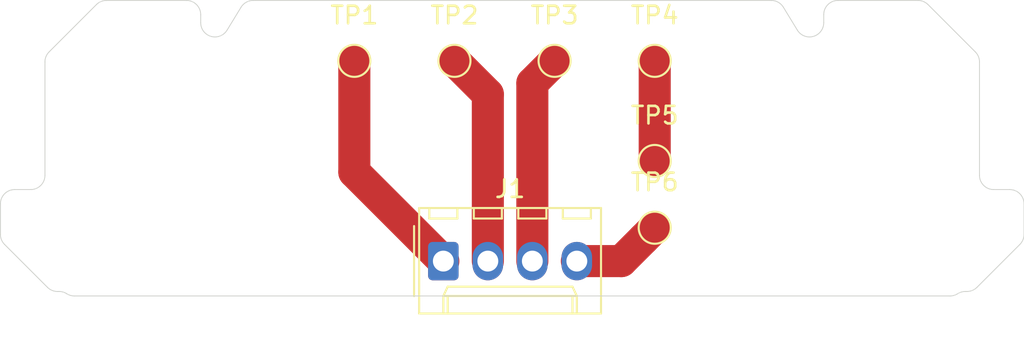
<source format=kicad_pcb>
(kicad_pcb (version 20171130) (host pcbnew "(5.1.9)-1")

  (general
    (thickness 1.6)
    (drawings 1565)
    (tracks 10)
    (zones 0)
    (modules 7)
    (nets 8)
  )

  (page A4)
  (layers
    (0 F.Cu signal)
    (31 B.Cu signal)
    (32 B.Adhes user)
    (33 F.Adhes user)
    (34 B.Paste user)
    (35 F.Paste user)
    (36 B.SilkS user)
    (37 F.SilkS user)
    (38 B.Mask user)
    (39 F.Mask user)
    (40 Dwgs.User user)
    (41 Cmts.User user)
    (42 Eco1.User user)
    (43 Eco2.User user)
    (44 Edge.Cuts user)
    (45 Margin user)
    (46 B.CrtYd user)
    (47 F.CrtYd user)
    (48 B.Fab user)
    (49 F.Fab user)
  )

  (setup
    (last_trace_width 0.25)
    (user_trace_width 1.83)
    (trace_clearance 0.2)
    (zone_clearance 0.508)
    (zone_45_only no)
    (trace_min 0.2)
    (via_size 0.8)
    (via_drill 0.4)
    (via_min_size 0.4)
    (via_min_drill 0.3)
    (uvia_size 0.3)
    (uvia_drill 0.1)
    (uvias_allowed no)
    (uvia_min_size 0.2)
    (uvia_min_drill 0.1)
    (edge_width 0.05)
    (segment_width 0.2)
    (pcb_text_width 0.3)
    (pcb_text_size 1.5 1.5)
    (mod_edge_width 0.12)
    (mod_text_size 1 1)
    (mod_text_width 0.15)
    (pad_size 1.524 1.524)
    (pad_drill 0.762)
    (pad_to_mask_clearance 0)
    (aux_axis_origin 0 0)
    (visible_elements 7FFFFFFF)
    (pcbplotparams
      (layerselection 0x010fc_ffffffff)
      (usegerberextensions false)
      (usegerberattributes true)
      (usegerberadvancedattributes true)
      (creategerberjobfile true)
      (excludeedgelayer true)
      (linewidth 0.100000)
      (plotframeref false)
      (viasonmask false)
      (mode 1)
      (useauxorigin false)
      (hpglpennumber 1)
      (hpglpenspeed 20)
      (hpglpendiameter 15.000000)
      (psnegative false)
      (psa4output false)
      (plotreference true)
      (plotvalue true)
      (plotinvisibletext false)
      (padsonsilk false)
      (subtractmaskfromsilk false)
      (outputformat 1)
      (mirror false)
      (drillshape 1)
      (scaleselection 1)
      (outputdirectory ""))
  )

  (net 0 "")
  (net 1 "Net-(J1-Pad4)")
  (net 2 "Net-(J1-Pad3)")
  (net 3 "Net-(J1-Pad2)")
  (net 4 "Net-(J1-Pad1)")
  (net 5 "Net-(TP4-Pad1)")
  (net 6 "Net-(TP5-Pad1)")
  (net 7 "Net-(TP6-Pad1)")

  (net_class Default "This is the default net class."
    (clearance 0.2)
    (trace_width 0.25)
    (via_dia 0.8)
    (via_drill 0.4)
    (uvia_dia 0.3)
    (uvia_drill 0.1)
    (add_net "Net-(J1-Pad1)")
    (add_net "Net-(J1-Pad2)")
    (add_net "Net-(J1-Pad3)")
    (add_net "Net-(J1-Pad4)")
    (add_net "Net-(TP4-Pad1)")
    (add_net "Net-(TP5-Pad1)")
    (add_net "Net-(TP6-Pad1)")
  )

  (module Footprint:SMTP (layer F.Cu) (tedit 60745503) (tstamp 6078A9A7)
    (at 161.29 140.97)
    (path /6078B3E3)
    (fp_text reference TP6 (at 0 -2.6) (layer F.SilkS)
      (effects (font (size 1 1) (thickness 0.15)))
    )
    (fp_text value TestPoint_Small (at 0 2.4) (layer F.Fab)
      (effects (font (size 1 1) (thickness 0.15)))
    )
    (fp_circle (center 0 0) (end 0.915 0) (layer F.SilkS) (width 0.12))
    (pad 1 smd circle (at 0 0) (size 1.9 1.9) (layers F.Cu F.Paste F.Mask)
      (net 7 "Net-(TP6-Pad1)"))
  )

  (module Footprint:SMTP (layer F.Cu) (tedit 60745503) (tstamp 6078A9A1)
    (at 161.29 137.16)
    (path /6078AE28)
    (fp_text reference TP5 (at 0 -2.6) (layer F.SilkS)
      (effects (font (size 1 1) (thickness 0.15)))
    )
    (fp_text value TestPoint_Small (at 0 2.4) (layer F.Fab)
      (effects (font (size 1 1) (thickness 0.15)))
    )
    (fp_circle (center 0 0) (end 0.915 0) (layer F.SilkS) (width 0.12))
    (pad 1 smd circle (at 0 0) (size 1.9 1.9) (layers F.Cu F.Paste F.Mask)
      (net 6 "Net-(TP5-Pad1)"))
  )

  (module Footprint:SMTP (layer F.Cu) (tedit 60745503) (tstamp 6074FB23)
    (at 161.29 131.445)
    (path /6074EB35)
    (fp_text reference TP4 (at 0 -2.6) (layer F.SilkS)
      (effects (font (size 1 1) (thickness 0.15)))
    )
    (fp_text value TestPoint_Small (at 0 2.4) (layer F.Fab)
      (effects (font (size 1 1) (thickness 0.15)))
    )
    (fp_circle (center 0 0) (end 0.915 0) (layer F.SilkS) (width 0.12))
    (pad 1 smd circle (at 0 0) (size 1.9 1.9) (layers F.Cu F.Paste F.Mask)
      (net 5 "Net-(TP4-Pad1)"))
  )

  (module Footprint:SMTP (layer F.Cu) (tedit 60745503) (tstamp 6074FB1D)
    (at 155.575 131.445)
    (path /6074E954)
    (fp_text reference TP3 (at 0 -2.6) (layer F.SilkS)
      (effects (font (size 1 1) (thickness 0.15)))
    )
    (fp_text value TestPoint_Small (at 0 2.4) (layer F.Fab)
      (effects (font (size 1 1) (thickness 0.15)))
    )
    (fp_circle (center 0 0) (end 0.915 0) (layer F.SilkS) (width 0.12))
    (pad 1 smd circle (at 0 0) (size 1.9 1.9) (layers F.Cu F.Paste F.Mask)
      (net 2 "Net-(J1-Pad3)"))
  )

  (module Footprint:SMTP (layer F.Cu) (tedit 60745503) (tstamp 6074FB17)
    (at 149.86 131.445)
    (path /6074E63A)
    (fp_text reference TP2 (at 0 -2.6) (layer F.SilkS)
      (effects (font (size 1 1) (thickness 0.15)))
    )
    (fp_text value TestPoint_Small (at 0 2.4) (layer F.Fab)
      (effects (font (size 1 1) (thickness 0.15)))
    )
    (fp_circle (center 0 0) (end 0.915 0) (layer F.SilkS) (width 0.12))
    (pad 1 smd circle (at 0 0) (size 1.9 1.9) (layers F.Cu F.Paste F.Mask)
      (net 3 "Net-(J1-Pad2)"))
  )

  (module Footprint:SMTP (layer F.Cu) (tedit 60745503) (tstamp 6074FB11)
    (at 144.145 131.445)
    (path /6074B2C3)
    (fp_text reference TP1 (at 0 -2.6) (layer F.SilkS)
      (effects (font (size 1 1) (thickness 0.15)))
    )
    (fp_text value TestPoint_Small (at 0 2.4) (layer F.Fab)
      (effects (font (size 1 1) (thickness 0.15)))
    )
    (fp_circle (center 0 0) (end 0.915 0) (layer F.SilkS) (width 0.12))
    (pad 1 smd circle (at 0 0) (size 1.9 1.9) (layers F.Cu F.Paste F.Mask)
      (net 4 "Net-(J1-Pad1)"))
  )

  (module Connector_Molex:Molex_KK-254_AE-6410-04A_1x04_P2.54mm_Vertical (layer F.Cu) (tedit 5EA53D3B) (tstamp 6074FB0B)
    (at 149.225 142.875)
    (descr "Molex KK-254 Interconnect System, old/engineering part number: AE-6410-04A example for new part number: 22-27-2041, 4 Pins (http://www.molex.com/pdm_docs/sd/022272021_sd.pdf), generated with kicad-footprint-generator")
    (tags "connector Molex KK-254 vertical")
    (path /6074ECB1)
    (fp_text reference J1 (at 3.81 -4.12) (layer F.SilkS)
      (effects (font (size 1 1) (thickness 0.15)))
    )
    (fp_text value Conn_01x04_Male (at 3.81 4.08) (layer F.Fab)
      (effects (font (size 1 1) (thickness 0.15)))
    )
    (fp_line (start 9.39 -3.42) (end -1.77 -3.42) (layer F.CrtYd) (width 0.05))
    (fp_line (start 9.39 3.38) (end 9.39 -3.42) (layer F.CrtYd) (width 0.05))
    (fp_line (start -1.77 3.38) (end 9.39 3.38) (layer F.CrtYd) (width 0.05))
    (fp_line (start -1.77 -3.42) (end -1.77 3.38) (layer F.CrtYd) (width 0.05))
    (fp_line (start 8.42 -2.43) (end 8.42 -3.03) (layer F.SilkS) (width 0.12))
    (fp_line (start 6.82 -2.43) (end 8.42 -2.43) (layer F.SilkS) (width 0.12))
    (fp_line (start 6.82 -3.03) (end 6.82 -2.43) (layer F.SilkS) (width 0.12))
    (fp_line (start 5.88 -2.43) (end 5.88 -3.03) (layer F.SilkS) (width 0.12))
    (fp_line (start 4.28 -2.43) (end 5.88 -2.43) (layer F.SilkS) (width 0.12))
    (fp_line (start 4.28 -3.03) (end 4.28 -2.43) (layer F.SilkS) (width 0.12))
    (fp_line (start 3.34 -2.43) (end 3.34 -3.03) (layer F.SilkS) (width 0.12))
    (fp_line (start 1.74 -2.43) (end 3.34 -2.43) (layer F.SilkS) (width 0.12))
    (fp_line (start 1.74 -3.03) (end 1.74 -2.43) (layer F.SilkS) (width 0.12))
    (fp_line (start 0.8 -2.43) (end 0.8 -3.03) (layer F.SilkS) (width 0.12))
    (fp_line (start -0.8 -2.43) (end 0.8 -2.43) (layer F.SilkS) (width 0.12))
    (fp_line (start -0.8 -3.03) (end -0.8 -2.43) (layer F.SilkS) (width 0.12))
    (fp_line (start 7.37 2.99) (end 7.37 1.99) (layer F.SilkS) (width 0.12))
    (fp_line (start 0.25 2.99) (end 0.25 1.99) (layer F.SilkS) (width 0.12))
    (fp_line (start 7.37 1.46) (end 7.62 1.99) (layer F.SilkS) (width 0.12))
    (fp_line (start 0.25 1.46) (end 7.37 1.46) (layer F.SilkS) (width 0.12))
    (fp_line (start 0 1.99) (end 0.25 1.46) (layer F.SilkS) (width 0.12))
    (fp_line (start 7.62 1.99) (end 7.62 2.99) (layer F.SilkS) (width 0.12))
    (fp_line (start 0 1.99) (end 7.62 1.99) (layer F.SilkS) (width 0.12))
    (fp_line (start 0 2.99) (end 0 1.99) (layer F.SilkS) (width 0.12))
    (fp_line (start -0.562893 0) (end -1.27 0.5) (layer F.Fab) (width 0.1))
    (fp_line (start -1.27 -0.5) (end -0.562893 0) (layer F.Fab) (width 0.1))
    (fp_line (start -1.67 -2) (end -1.67 2) (layer F.SilkS) (width 0.12))
    (fp_line (start 9 -3.03) (end -1.38 -3.03) (layer F.SilkS) (width 0.12))
    (fp_line (start 9 2.99) (end 9 -3.03) (layer F.SilkS) (width 0.12))
    (fp_line (start -1.38 2.99) (end 9 2.99) (layer F.SilkS) (width 0.12))
    (fp_line (start -1.38 -3.03) (end -1.38 2.99) (layer F.SilkS) (width 0.12))
    (fp_line (start 8.89 -2.92) (end -1.27 -2.92) (layer F.Fab) (width 0.1))
    (fp_line (start 8.89 2.88) (end 8.89 -2.92) (layer F.Fab) (width 0.1))
    (fp_line (start -1.27 2.88) (end 8.89 2.88) (layer F.Fab) (width 0.1))
    (fp_line (start -1.27 -2.92) (end -1.27 2.88) (layer F.Fab) (width 0.1))
    (fp_text user %R (at 3.81 -2.22) (layer F.Fab)
      (effects (font (size 1 1) (thickness 0.15)))
    )
    (pad 4 thru_hole oval (at 7.62 0) (size 1.74 2.19) (drill 1.19) (layers *.Cu *.Mask)
      (net 1 "Net-(J1-Pad4)"))
    (pad 3 thru_hole oval (at 5.08 0) (size 1.74 2.19) (drill 1.19) (layers *.Cu *.Mask)
      (net 2 "Net-(J1-Pad3)"))
    (pad 2 thru_hole oval (at 2.54 0) (size 1.74 2.19) (drill 1.19) (layers *.Cu *.Mask)
      (net 3 "Net-(J1-Pad2)"))
    (pad 1 thru_hole roundrect (at 0 0) (size 1.74 2.19) (drill 1.19) (layers *.Cu *.Mask) (roundrect_rratio 0.143678)
      (net 4 "Net-(J1-Pad1)"))
    (model ${KISYS3DMOD}/Connector_Molex.3dshapes/Molex_KK-254_AE-6410-04A_1x04_P2.54mm_Vertical.wrl
      (at (xyz 0 0 0))
      (scale (xyz 1 1 1))
      (rotate (xyz 0 0 0))
    )
  )

  (gr_line (start 128.16566 144.862975) (end 178.147108 144.862975) (layer Edge.Cuts) (width 0.05))
  (gr_line (start 123.946384 139.605175) (end 123.946384 141.351302) (layer Edge.Cuts) (width 0.05))
  (gr_line (start 143.106885 132.624143) (end 143.106885 132.970016) (layer Dwgs.User) (width 0.05))
  (gr_line (start 141.487635 132.624143) (end 141.487635 132.829505) (layer Dwgs.User) (width 0.05))
  (gr_line (start 142.884635 132.883548) (end 142.884635 132.624143) (layer Dwgs.User) (width 0.05))
  (gr_line (start 142.143802 132.861931) (end 142.154385 132.818697) (layer Dwgs.User) (width 0.05))
  (gr_line (start 143.688968 132.72142) (end 143.678385 132.753846) (layer Dwgs.User) (width 0.05))
  (gr_line (start 142.674915 134.581109) (end 142.62729 134.702705) (layer Dwgs.User) (width 0.05))
  (gr_line (start 142.874052 132.905165) (end 142.884635 132.883548) (layer Dwgs.User) (width 0.05))
  (gr_line (start 142.698728 135.091811) (end 142.651103 135.189088) (layer Dwgs.User) (width 0.05))
  (gr_line (start 142.746353 134.702705) (end 142.746353 134.775662) (layer Dwgs.User) (width 0.05))
  (gr_line (start 143.519635 132.861931) (end 143.530218 132.818697) (layer Dwgs.User) (width 0.05))
  (gr_line (start 141.678135 132.970016) (end 141.678135 132.915973) (layer Dwgs.User) (width 0.05))
  (gr_line (start 142.101469 132.818697) (end 142.101469 132.775463) (layer Dwgs.User) (width 0.05))
  (gr_line (start 141.879219 132.732229) (end 141.868635 132.775463) (layer Dwgs.User) (width 0.05))
  (gr_line (start 143.614885 132.753846) (end 143.625468 132.699803) (layer Dwgs.User) (width 0.05))
  (gr_line (start 142.62729 134.702705) (end 142.62729 134.775662) (layer Dwgs.User) (width 0.05))
  (gr_line (start 143.509052 132.894356) (end 143.519635 132.861931) (layer Dwgs.User) (width 0.05))
  (gr_line (start 141.678135 132.872739) (end 141.678135 132.624143) (layer Dwgs.User) (width 0.05))
  (gr_line (start 142.239052 132.883548) (end 142.239052 132.624143) (layer Dwgs.User) (width 0.05))
  (gr_line (start 142.768218 132.624143) (end 142.768218 132.883548) (layer Dwgs.User) (width 0.05))
  (gr_line (start 142.937552 132.624143) (end 142.937552 132.883548) (layer Dwgs.User) (width 0.05))
  (gr_line (start 141.815719 132.775463) (end 141.815719 132.818697) (layer Dwgs.User) (width 0.05))
  (gr_line (start 143.191552 132.775463) (end 143.191552 132.818697) (layer Dwgs.User) (width 0.05))
  (gr_line (start 142.291969 132.624143) (end 142.291969 132.883548) (layer Dwgs.User) (width 0.05))
  (gr_line (start 142.461302 132.624143) (end 142.461302 132.883548) (layer Dwgs.User) (width 0.05))
  (gr_line (start 141.868635 132.775463) (end 141.868635 132.818697) (layer Dwgs.User) (width 0.05))
  (gr_line (start 143.466718 132.861931) (end 143.477302 132.818697) (layer Dwgs.User) (width 0.05))
  (gr_line (start 143.212718 132.699803) (end 143.191552 132.775463) (layer Dwgs.User) (width 0.05))
  (gr_line (start 142.397802 132.905165) (end 142.408385 132.883548) (layer Dwgs.User) (width 0.05))
  (gr_line (start 143.255052 132.732229) (end 143.244468 132.775463) (layer Dwgs.User) (width 0.05))
  (gr_line (start 142.715302 132.883548) (end 142.715302 132.624143) (layer Dwgs.User) (width 0.05))
  (gr_line (start 142.630635 132.624143) (end 142.630635 132.970016) (layer Dwgs.User) (width 0.05))
  (gr_line (start 143.053968 132.894356) (end 143.053968 132.624143) (layer Dwgs.User) (width 0.05))
  (gr_line (start 142.090885 132.861931) (end 142.101469 132.818697) (layer Dwgs.User) (width 0.05))
  (gr_line (start 142.651103 135.189088) (end 142.651103 135.262045) (layer Dwgs.User) (width 0.05))
  (gr_line (start 143.244468 132.775463) (end 143.244468 132.818697) (layer Dwgs.User) (width 0.05))
  (gr_line (start 142.770165 135.213407) (end 142.770165 135.262045) (layer Dwgs.User) (width 0.05))
  (gr_line (start 142.133219 132.894356) (end 142.143802 132.861931) (layer Dwgs.User) (width 0.05))
  (gr_line (start 142.577718 132.894356) (end 142.577718 132.624143) (layer Dwgs.User) (width 0.05))
  (gr_line (start 142.577718 132.970016) (end 142.577718 132.93759) (layer Dwgs.User) (width 0.05))
  (gr_line (start 141.434719 132.829505) (end 141.434719 132.624143) (layer Dwgs.User) (width 0.05))
  (gr_line (start 142.408385 132.883548) (end 142.408385 132.624143) (layer Dwgs.User) (width 0.05))
  (gr_line (start 141.731052 132.624143) (end 141.731052 132.970016) (layer Dwgs.User) (width 0.05))
  (gr_line (start 142.154385 132.818697) (end 142.154385 132.775463) (layer Dwgs.User) (width 0.05))
  (gr_line (start 143.053968 132.970016) (end 143.053968 132.93759) (layer Dwgs.User) (width 0.05))
  (gr_line (start 135.376384 128.810175) (end 135.376384 129.267375) (layer Edge.Cuts) (width 0.05))
  (gr_line (start 136.882999 129.690772) (end 137.678753 128.386779) (layer Edge.Cuts) (width 0.05))
  (gr_line (start 141.836885 132.699803) (end 141.815719 132.775463) (layer Dwgs.User) (width 0.05))
  (gr_line (start 162.434176 132.970016) (end 162.391843 132.959207) (layer Dwgs.User) (width 0.05))
  (gr_line (start 162.434176 132.915973) (end 162.391843 132.905165) (layer Dwgs.User) (width 0.05))
  (gr_line (start 161.957926 132.678186) (end 161.915593 132.667378) (layer Dwgs.User) (width 0.05))
  (gr_line (start 161.979093 132.634952) (end 161.93676 132.624143) (layer Dwgs.User) (width 0.05))
  (gr_line (start 162.85751 132.970016) (end 162.79401 132.959207) (layer Dwgs.User) (width 0.05))
  (gr_line (start 155.389719 132.634952) (end 155.432052 132.656569) (layer Dwgs.User) (width 0.05))
  (gr_line (start 157.167719 132.905165) (end 157.188886 132.915973) (layer Dwgs.User) (width 0.05))
  (gr_line (start 156.871386 132.624143) (end 156.913719 132.634952) (layer Dwgs.User) (width 0.05))
  (gr_line (start 157.358219 132.634952) (end 157.379386 132.64576) (layer Dwgs.User) (width 0.05))
  (gr_line (start 143.318552 132.624143) (end 143.276218 132.634952) (layer Dwgs.User) (width 0.05))
  (gr_line (start 157.315886 132.624143) (end 157.358219 132.634952) (layer Dwgs.User) (width 0.05))
  (gr_line (start 156.373969 132.64576) (end 156.352802 132.634952) (layer Dwgs.User) (width 0.05))
  (gr_line (start 157.315886 132.667378) (end 157.358219 132.688995) (layer Dwgs.User) (width 0.05))
  (gr_line (start 156.765552 132.959207) (end 156.744386 132.948399) (layer Dwgs.User) (width 0.05))
  (gr_line (start 143.382052 132.926782) (end 143.424385 132.915973) (layer Dwgs.User) (width 0.05))
  (gr_line (start 144.831968 132.970016) (end 144.874302 132.959207) (layer Dwgs.User) (width 0.05))
  (gr_line (start 143.858302 133.067292) (end 143.900635 133.056484) (layer Dwgs.User) (width 0.05))
  (gr_line (start 145.287052 132.634952) (end 145.329385 132.624143) (layer Dwgs.User) (width 0.05))
  (gr_line (start 145.287052 132.688995) (end 145.329385 132.678186) (layer Dwgs.User) (width 0.05))
  (gr_line (start 143.403218 132.970016) (end 143.445552 132.959207) (layer Dwgs.User) (width 0.05))
  (gr_line (start 145.720968 132.634952) (end 145.773885 132.624143) (layer Dwgs.User) (width 0.05))
  (gr_line (start 156.352802 132.634952) (end 156.310469 132.624143) (layer Dwgs.User) (width 0.05))
  (gr_line (start 156.850219 132.678186) (end 156.892552 132.688995) (layer Dwgs.User) (width 0.05))
  (gr_line (start 157.167719 132.959207) (end 157.135969 132.93759) (layer Dwgs.User) (width 0.05))
  (gr_line (start 156.892552 132.688995) (end 156.924302 132.710612) (layer Dwgs.User) (width 0.05))
  (gr_line (start 144.747302 132.624143) (end 144.704968 132.634952) (layer Dwgs.User) (width 0.05))
  (gr_line (start 148.901137 132.634952) (end 148.954053 132.624143) (layer Dwgs.User) (width 0.05))
  (gr_line (start 160.780352 135.043173) (end 160.899415 135.11613) (layer Dwgs.User) (width 0.05))
  (gr_line (start 156.765552 132.905165) (end 156.733802 132.883548) (layer Dwgs.User) (width 0.05))
  (gr_line (start 156.913719 132.634952) (end 156.945469 132.656569) (layer Dwgs.User) (width 0.05))
  (gr_line (start 162.815176 132.915973) (end 162.85751 132.926782) (layer Dwgs.User) (width 0.05))
  (gr_line (start 163.227926 133.121335) (end 163.280843 133.132143) (layer Dwgs.User) (width 0.05))
  (gr_line (start 142.027385 132.970016) (end 142.069719 132.959207) (layer Dwgs.User) (width 0.05))
  (gr_line (start 142.006219 132.926782) (end 142.048552 132.915973) (layer Dwgs.User) (width 0.05))
  (gr_line (start 141.582885 132.926782) (end 141.625219 132.915973) (layer Dwgs.User) (width 0.05))
  (gr_line (start 162.942176 132.624143) (end 162.98451 132.634952) (layer Dwgs.User) (width 0.05))
  (gr_line (start 143.339718 132.667378) (end 143.297385 132.678186) (layer Dwgs.User) (width 0.05))
  (gr_line (start 157.612219 133.067292) (end 157.643969 133.078101) (layer Dwgs.User) (width 0.05))
  (gr_line (start 145.890302 132.959207) (end 145.816218 132.970016) (layer Dwgs.User) (width 0.05))
  (gr_line (start 162.47651 132.678186) (end 162.518843 132.688995) (layer Dwgs.User) (width 0.05))
  (gr_line (start 156.162302 132.948399) (end 156.183469 132.959207) (layer Dwgs.User) (width 0.05))
  (gr_line (start 148.139137 132.634952) (end 148.192053 132.624143) (layer Dwgs.User) (width 0.05))
  (gr_line (start 161.399477 134.508152) (end 161.280415 134.435194) (layer Dwgs.User) (width 0.05))
  (gr_line (start 162.497676 132.624143) (end 162.54001 132.634952) (layer Dwgs.User) (width 0.05))
  (gr_line (start 155.410886 132.72142) (end 155.379136 132.699803) (layer Dwgs.User) (width 0.05))
  (gr_line (start 160.923227 134.994535) (end 160.85179 134.945896) (layer Dwgs.User) (width 0.05))
  (gr_line (start 141.625219 132.959207) (end 141.582885 132.970016) (layer Dwgs.User) (width 0.05))
  (gr_line (start 144.810802 132.926782) (end 144.853135 132.915973) (layer Dwgs.User) (width 0.05))
  (gr_line (start 143.763052 132.688995) (end 143.720718 132.699803) (layer Dwgs.User) (width 0.05))
  (gr_line (start 145.858552 132.840314) (end 145.795052 132.851122) (layer Dwgs.User) (width 0.05))
  (gr_line (start 144.768468 132.667378) (end 144.726135 132.678186) (layer Dwgs.User) (width 0.05))
  (gr_line (start 143.710135 132.634952) (end 143.763052 132.624143) (layer Dwgs.User) (width 0.05))
  (gr_line (start 143.911218 133.121335) (end 143.858302 133.132143) (layer Dwgs.User) (width 0.05))
  (gr_line (start 157.188886 132.915973) (end 157.231219 132.926782) (layer Dwgs.User) (width 0.05))
  (gr_line (start 156.331636 132.678186) (end 156.289302 132.667378) (layer Dwgs.User) (width 0.05))
  (gr_line (start 148.27672 132.840314) (end 148.21322 132.851122) (layer Dwgs.User) (width 0.05))
  (gr_line (start 161.80976 132.959207) (end 161.852093 132.970016) (layer Dwgs.User) (width 0.05))
  (gr_line (start 161.830926 132.915973) (end 161.87326 132.926782) (layer Dwgs.User) (width 0.05))
  (gr_line (start 149.32447 132.634952) (end 149.377387 132.624143) (layer Dwgs.User) (width 0.05))
  (gr_line (start 148.446053 132.926782) (end 148.56247 132.926782) (layer Dwgs.User) (width 0.05))
  (gr_line (start 148.170887 132.926782) (end 148.234387 132.926782) (layer Dwgs.User) (width 0.05))
  (gr_line (start 156.871386 132.970016) (end 156.807886 132.970016) (layer Dwgs.User) (width 0.05))
  (gr_line (start 148.615387 132.926782) (end 148.700053 132.926782) (layer Dwgs.User) (width 0.05))
  (gr_line (start 151.41997 132.970016) (end 151.35647 132.970016) (layer Dwgs.User) (width 0.05))
  (gr_line (start 154.680636 132.926782) (end 154.722969 132.926782) (layer Dwgs.User) (width 0.05))
  (gr_line (start 142.524802 132.970016) (end 142.482468 132.970016) (layer Dwgs.User) (width 0.05))
  (gr_line (start 157.231219 132.926782) (end 157.294719 132.926782) (layer Dwgs.User) (width 0.05))
  (gr_line (start 141.942719 132.970016) (end 142.027385 132.970016) (layer Dwgs.User) (width 0.05))
  (gr_line (start 162.92101 132.970016) (end 162.85751 132.970016) (layer Dwgs.User) (width 0.05))
  (gr_line (start 143.001052 132.970016) (end 142.958718 132.970016) (layer Dwgs.User) (width 0.05))
  (gr_line (start 154.659469 132.970016) (end 154.744136 132.970016) (layer Dwgs.User) (width 0.05))
  (gr_line (start 142.503635 132.926782) (end 142.524802 132.926782) (layer Dwgs.User) (width 0.05))
  (gr_line (start 151.35647 132.926782) (end 151.41997 132.926782) (layer Dwgs.User) (width 0.05))
  (gr_line (start 150.37222 132.926782) (end 150.414553 132.926782) (layer Dwgs.User) (width 0.05))
  (gr_line (start 142.334302 132.926782) (end 142.366052 132.926782) (layer Dwgs.User) (width 0.05))
  (gr_line (start 161.87326 132.926782) (end 161.915593 132.926782) (layer Dwgs.User) (width 0.05))
  (gr_line (start 153.833969 132.970016) (end 153.770469 132.970016) (layer Dwgs.User) (width 0.05))
  (gr_line (start 148.996387 132.970016) (end 148.932887 132.970016) (layer Dwgs.User) (width 0.05))
  (gr_line (start 145.816218 132.970016) (end 145.752718 132.970016) (layer Dwgs.User) (width 0.05))
  (gr_line (start 162.201343 132.970016) (end 162.148426 132.970016) (layer Dwgs.User) (width 0.05))
  (gr_line (start 157.294719 132.970016) (end 157.231219 132.970016) (layer Dwgs.User) (width 0.05))
  (gr_line (start 161.852093 132.970016) (end 161.93676 132.970016) (layer Dwgs.User) (width 0.05))
  (gr_line (start 141.963885 132.926782) (end 142.006219 132.926782) (layer Dwgs.User) (width 0.05))
  (gr_line (start 150.351053 132.970016) (end 150.43572 132.970016) (layer Dwgs.User) (width 0.05))
  (gr_line (start 148.932887 132.926782) (end 148.996387 132.926782) (layer Dwgs.User) (width 0.05))
  (gr_line (start 156.246969 132.926782) (end 156.289302 132.926782) (layer Dwgs.User) (width 0.05))
  (gr_line (start 162.85751 132.926782) (end 162.92101 132.926782) (layer Dwgs.User) (width 0.05))
  (gr_line (start 156.225802 132.970016) (end 156.310469 132.970016) (layer Dwgs.User) (width 0.05))
  (gr_line (start 156.871386 132.915973) (end 156.807886 132.915973) (layer Dwgs.User) (width 0.05))
  (gr_line (start 163.471343 132.915973) (end 163.27026 132.915973) (layer Dwgs.User) (width 0.05))
  (gr_line (start 151.970303 132.915973) (end 151.76922 132.915973) (layer Dwgs.User) (width 0.05))
  (gr_line (start 150.996636 132.915973) (end 150.933136 132.915973) (layer Dwgs.User) (width 0.05))
  (gr_line (start 145.096552 132.970016) (end 145.043635 132.970016) (layer Dwgs.User) (width 0.05))
  (gr_line (start 155.241552 133.067292) (end 155.336802 133.067292) (layer Dwgs.User) (width 0.05))
  (gr_line (start 142.831718 132.970016) (end 142.789385 132.970016) (layer Dwgs.User) (width 0.05))
  (gr_line (start 161.026593 132.980824) (end 161.04776 132.980824) (layer Dwgs.User) (width 0.05))
  (gr_line (start 142.979885 132.926782) (end 143.001052 132.926782) (layer Dwgs.User) (width 0.05))
  (gr_line (start 144.768468 132.926782) (end 144.810802 132.926782) (layer Dwgs.User) (width 0.05))
  (gr_line (start 143.318552 132.970016) (end 143.403218 132.970016) (layer Dwgs.User) (width 0.05))
  (gr_line (start 162.497676 132.915973) (end 162.434176 132.915973) (layer Dwgs.User) (width 0.05))
  (gr_line (start 150.996636 132.970016) (end 150.933136 132.970016) (layer Dwgs.User) (width 0.05))
  (gr_line (start 157.845052 132.915973) (end 157.643969 132.915973) (layer Dwgs.User) (width 0.05))
  (gr_line (start 156.575052 132.970016) (end 156.522136 132.970016) (layer Dwgs.User) (width 0.05))
  (gr_line (start 150.700303 132.970016) (end 150.647386 132.970016) (layer Dwgs.User) (width 0.05))
  (gr_line (start 148.700053 132.970016) (end 148.615387 132.970016) (layer Dwgs.User) (width 0.05))
  (gr_line (start 148.56247 132.970016) (end 148.446053 132.970016) (layer Dwgs.User) (width 0.05))
  (gr_line (start 145.392885 132.970016) (end 145.329385 132.970016) (layer Dwgs.User) (width 0.05))
  (gr_line (start 149.567887 133.067292) (end 149.377387 133.067292) (layer Dwgs.User) (width 0.05))
  (gr_line (start 162.497676 132.970016) (end 162.434176 132.970016) (layer Dwgs.User) (width 0.05))
  (gr_line (start 141.731052 132.970016) (end 141.678135 132.970016) (layer Dwgs.User) (width 0.05))
  (gr_line (start 155.093386 133.002441) (end 155.156886 133.002441) (layer Dwgs.User) (width 0.05))
  (gr_line (start 148.234387 132.970016) (end 148.170887 132.970016) (layer Dwgs.User) (width 0.05))
  (gr_line (start 141.582885 132.970016) (end 141.540552 132.970016) (layer Dwgs.User) (width 0.05))
  (gr_line (start 143.763052 133.067292) (end 143.858302 133.067292) (layer Dwgs.User) (width 0.05))
  (gr_line (start 142.630635 132.970016) (end 142.577718 132.970016) (layer Dwgs.User) (width 0.05))
  (gr_line (start 142.355469 132.970016) (end 142.313135 132.970016) (layer Dwgs.User) (width 0.05))
  (gr_line (start 144.747302 132.970016) (end 144.831968 132.970016) (layer Dwgs.User) (width 0.05))
  (gr_line (start 148.615387 133.056484) (end 148.56247 133.056484) (layer Dwgs.User) (width 0.05))
  (gr_line (start 143.106885 132.970016) (end 143.053968 132.970016) (layer Dwgs.User) (width 0.05))
  (gr_line (start 143.614885 133.002441) (end 143.678385 133.002441) (layer Dwgs.User) (width 0.05))
  (gr_line (start 142.810552 132.926782) (end 142.842302 132.926782) (layer Dwgs.User) (width 0.05))
  (gr_line (start 143.339718 132.926782) (end 143.382052 132.926782) (layer Dwgs.User) (width 0.05))
  (gr_line (start 145.752718 132.926782) (end 145.816218 132.926782) (layer Dwgs.User) (width 0.05))
  (gr_line (start 145.392885 132.915973) (end 145.329385 132.915973) (layer Dwgs.User) (width 0.05))
  (gr_line (start 145.329385 132.678186) (end 145.371718 132.678186) (layer Dwgs.User) (width 0.05))
  (gr_line (start 151.494053 132.883548) (end 151.54697 132.883548) (layer Dwgs.User) (width 0.05))
  (gr_line (start 157.368802 132.883548) (end 157.421719 132.883548) (layer Dwgs.User) (width 0.05))
  (gr_line (start 163.471343 132.851122) (end 163.291426 132.851122) (layer Dwgs.User) (width 0.05))
  (gr_line (start 157.273552 132.851122) (end 157.157136 132.851122) (layer Dwgs.User) (width 0.05))
  (gr_line (start 145.890302 132.883548) (end 145.943218 132.883548) (layer Dwgs.User) (width 0.05))
  (gr_line (start 157.273552 132.807888) (end 157.157136 132.807888) (layer Dwgs.User) (width 0.05))
  (gr_line (start 151.398803 132.851122) (end 151.282387 132.851122) (layer Dwgs.User) (width 0.05))
  (gr_line (start 154.109136 132.732229) (end 154.162052 132.732229) (layer Dwgs.User) (width 0.05))
  (gr_line (start 162.434176 132.678186) (end 162.47651 132.678186) (layer Dwgs.User) (width 0.05))
  (gr_line (start 156.807886 132.678186) (end 156.850219 132.678186) (layer Dwgs.User) (width 0.05))
  (gr_line (start 154.162052 132.861931) (end 154.109136 132.861931) (layer Dwgs.User) (width 0.05))
  (gr_line (start 157.845052 132.851122) (end 157.665136 132.851122) (layer Dwgs.User) (width 0.05))
  (gr_line (start 150.933136 132.678186) (end 150.97547 132.678186) (layer Dwgs.User) (width 0.05))
  (gr_line (start 161.04776 132.786271) (end 161.026593 132.786271) (layer Dwgs.User) (width 0.05))
  (gr_line (start 145.795052 132.807888) (end 145.678635 132.807888) (layer Dwgs.User) (width 0.05))
  (gr_line (start 161.04776 132.894356) (end 161.132427 132.894356) (layer Dwgs.User) (width 0.05))
  (gr_line (start 148.21322 132.851122) (end 148.096803 132.851122) (layer Dwgs.User) (width 0.05))
  (gr_line (start 162.995093 132.883548) (end 163.04801 132.883548) (layer Dwgs.User) (width 0.05))
  (gr_line (start 150.414553 132.667378) (end 150.37222 132.667378) (layer Dwgs.User) (width 0.05))
  (gr_line (start 149.07047 132.883548) (end 149.123387 132.883548) (layer Dwgs.User) (width 0.05))
  (gr_line (start 162.899843 132.851122) (end 162.783426 132.851122) (layer Dwgs.User) (width 0.05))
  (gr_line (start 151.970303 132.851122) (end 151.790387 132.851122) (layer Dwgs.User) (width 0.05))
  (gr_line (start 149.377387 132.688995) (end 149.567887 132.688995) (layer Dwgs.User) (width 0.05))
  (gr_line (start 144.810802 132.667378) (end 144.768468 132.667378) (layer Dwgs.User) (width 0.05))
  (gr_line (start 155.336802 132.688995) (end 155.241552 132.688995) (layer Dwgs.User) (width 0.05))
  (gr_line (start 160.941927 132.894356) (end 161.026593 132.894356) (layer Dwgs.User) (width 0.05))
  (gr_line (start 161.026593 132.872739) (end 160.941927 132.872739) (layer Dwgs.User) (width 0.05))
  (gr_line (start 148.30847 132.883548) (end 148.361387 132.883548) (layer Dwgs.User) (width 0.05))
  (gr_line (start 143.678385 132.753846) (end 143.614885 132.753846) (layer Dwgs.User) (width 0.05))
  (gr_line (start 142.006219 132.667378) (end 141.963885 132.667378) (layer Dwgs.User) (width 0.05))
  (gr_line (start 145.773885 132.667378) (end 145.837385 132.667378) (layer Dwgs.User) (width 0.05))
  (gr_line (start 148.21322 132.807888) (end 148.096803 132.807888) (layer Dwgs.User) (width 0.05))
  (gr_line (start 148.192053 132.667378) (end 148.255553 132.667378) (layer Dwgs.User) (width 0.05))
  (gr_line (start 151.377637 132.667378) (end 151.441137 132.667378) (layer Dwgs.User) (width 0.05))
  (gr_line (start 156.289302 132.667378) (end 156.246969 132.667378) (layer Dwgs.User) (width 0.05))
  (gr_line (start 157.252386 132.667378) (end 157.315886 132.667378) (layer Dwgs.User) (width 0.05))
  (gr_line (start 162.899843 132.807888) (end 162.783426 132.807888) (layer Dwgs.User) (width 0.05))
  (gr_line (start 162.878676 132.667378) (end 162.942176 132.667378) (layer Dwgs.User) (width 0.05))
  (gr_line (start 163.20676 132.624143) (end 163.132676 132.624143) (layer Dwgs.User) (width 0.05))
  (gr_line (start 161.93676 132.624143) (end 161.852093 132.624143) (layer Dwgs.User) (width 0.05))
  (gr_line (start 157.908552 132.624143) (end 157.845052 132.624143) (layer Dwgs.User) (width 0.05))
  (gr_line (start 148.97522 132.807888) (end 148.858803 132.807888) (layer Dwgs.User) (width 0.05))
  (gr_line (start 161.915593 132.667378) (end 161.87326 132.667378) (layer Dwgs.User) (width 0.05))
  (gr_line (start 155.156886 132.753846) (end 155.093386 132.753846) (layer Dwgs.User) (width 0.05))
  (gr_line (start 157.580469 132.624143) (end 157.506386 132.624143) (layer Dwgs.User) (width 0.05))
  (gr_line (start 154.722969 132.667378) (end 154.680636 132.667378) (layer Dwgs.User) (width 0.05))
  (gr_line (start 156.310469 132.624143) (end 156.225802 132.624143) (layer Dwgs.User) (width 0.05))
  (gr_line (start 143.382052 132.667378) (end 143.339718 132.667378) (layer Dwgs.User) (width 0.05))
  (gr_line (start 146.366552 132.851122) (end 146.186635 132.851122) (layer Dwgs.User) (width 0.05))
  (gr_line (start 163.534843 132.624143) (end 163.471343 132.624143) (layer Dwgs.User) (width 0.05))
  (gr_line (start 148.954053 132.667378) (end 149.017553 132.667378) (layer Dwgs.User) (width 0.05))
  (gr_line (start 154.744136 132.624143) (end 154.659469 132.624143) (layer Dwgs.User) (width 0.05))
  (gr_line (start 152.033803 132.624143) (end 151.970303 132.624143) (layer Dwgs.User) (width 0.05))
  (gr_line (start 146.366552 132.915973) (end 146.165468 132.915973) (layer Dwgs.User) (width 0.05))
  (gr_line (start 143.858302 132.688995) (end 143.763052 132.688995) (layer Dwgs.User) (width 0.05))
  (gr_line (start 151.70572 132.624143) (end 151.631637 132.624143) (layer Dwgs.User) (width 0.05))
  (gr_line (start 145.795052 132.851122) (end 145.678635 132.851122) (layer Dwgs.User) (width 0.05))
  (gr_line (start 151.398803 132.807888) (end 151.282387 132.807888) (layer Dwgs.User) (width 0.05))
  (gr_line (start 148.97522 132.851122) (end 148.858803 132.851122) (layer Dwgs.User) (width 0.05))
  (gr_line (start 161.132427 132.872739) (end 161.04776 132.872739) (layer Dwgs.User) (width 0.05))
  (gr_line (start 148.932887 132.970016) (end 148.869387 132.959207) (layer Dwgs.User) (width 0.05))
  (gr_line (start 151.35647 132.970016) (end 151.29297 132.959207) (layer Dwgs.User) (width 0.05))
  (gr_line (start 143.763052 132.624143) (end 143.858302 132.624143) (layer Dwgs.User) (width 0.05))
  (gr_line (start 154.331386 132.634952) (end 154.267886 132.624143) (layer Dwgs.User) (width 0.05))
  (gr_line (start 145.329385 132.624143) (end 145.392885 132.624143) (layer Dwgs.User) (width 0.05))
  (gr_line (start 157.231219 132.970016) (end 157.167719 132.959207) (layer Dwgs.User) (width 0.05))
  (gr_line (start 153.971552 132.624143) (end 154.024469 132.624143) (layer Dwgs.User) (width 0.05))
  (gr_line (start 155.160603 134.435194) (end 155.04154 134.410875) (layer Dwgs.User) (width 0.05))
  (gr_line (start 156.522136 132.624143) (end 156.575052 132.624143) (layer Dwgs.User) (width 0.05))
  (gr_line (start 142.577718 132.624143) (end 142.630635 132.624143) (layer Dwgs.User) (width 0.05))
  (gr_line (start 151.377637 132.624143) (end 151.441137 132.624143) (layer Dwgs.User) (width 0.05))
  (gr_line (start 162.28601 132.624143) (end 162.338926 132.624143) (layer Dwgs.User) (width 0.05))
  (gr_line (start 154.193802 132.959207) (end 154.267886 132.970016) (layer Dwgs.User) (width 0.05))
  (gr_line (start 148.520137 132.678186) (end 148.46722 132.667378) (layer Dwgs.User) (width 0.05))
  (gr_line (start 162.018602 135.553875) (end 161.89954 135.529556) (layer Dwgs.User) (width 0.05))
  (gr_line (start 162.709343 132.624143) (end 162.76226 132.624143) (layer Dwgs.User) (width 0.05))
  (gr_line (start 160.899415 135.11613) (end 161.018477 135.14045) (layer Dwgs.User) (width 0.05))
  (gr_line (start 145.043635 132.624143) (end 145.096552 132.624143) (layer Dwgs.User) (width 0.05))
  (gr_line (start 148.02272 132.624143) (end 148.075637 132.624143) (layer Dwgs.User) (width 0.05))
  (gr_line (start 149.377387 132.624143) (end 149.631387 132.624143) (layer Dwgs.User) (width 0.05))
  (gr_line (start 146.101968 132.624143) (end 146.027885 132.624143) (layer Dwgs.User) (width 0.05))
  (gr_line (start 142.884635 132.624143) (end 142.937552 132.624143) (layer Dwgs.User) (width 0.05))
  (gr_line (start 143.053968 132.624143) (end 143.106885 132.624143) (layer Dwgs.User) (width 0.05))
  (gr_line (start 162.434176 132.624143) (end 162.497676 132.624143) (layer Dwgs.User) (width 0.05))
  (gr_line (start 157.083052 132.624143) (end 157.135969 132.624143) (layer Dwgs.User) (width 0.05))
  (gr_line (start 162.878676 132.624143) (end 162.942176 132.624143) (layer Dwgs.User) (width 0.05))
  (gr_line (start 149.377387 133.132143) (end 149.32447 133.121335) (layer Dwgs.User) (width 0.05))
  (gr_line (start 151.726887 133.121335) (end 151.779803 133.132143) (layer Dwgs.User) (width 0.05))
  (gr_line (start 162.148426 132.624143) (end 162.201343 132.624143) (layer Dwgs.User) (width 0.05))
  (gr_line (start 161.280415 134.435194) (end 161.161352 134.410875) (layer Dwgs.User) (width 0.05))
  (gr_line (start 155.241552 133.132143) (end 155.188636 133.121335) (layer Dwgs.User) (width 0.05))
  (gr_line (start 157.601636 133.121335) (end 157.654552 133.132143) (layer Dwgs.User) (width 0.05))
  (gr_line (start 155.336802 132.624143) (end 155.389719 132.634952) (layer Dwgs.User) (width 0.05))
  (gr_line (start 150.647386 132.624143) (end 150.700303 132.624143) (layer Dwgs.User) (width 0.05))
  (gr_line (start 142.027385 132.624143) (end 141.942719 132.624143) (layer Dwgs.User) (width 0.05))
  (gr_line (start 150.933136 132.624143) (end 150.996636 132.624143) (layer Dwgs.User) (width 0.05))
  (gr_line (start 142.408385 132.624143) (end 142.461302 132.624143) (layer Dwgs.User) (width 0.05))
  (gr_line (start 154.278469 132.926782) (end 154.204386 132.915973) (layer Dwgs.User) (width 0.05))
  (gr_line (start 148.46722 132.624143) (end 148.53072 132.634952) (layer Dwgs.User) (width 0.05))
  (gr_line (start 156.807886 132.624143) (end 156.871386 132.624143) (layer Dwgs.User) (width 0.05))
  (gr_line (start 149.377387 133.067292) (end 149.335053 133.056484) (layer Dwgs.User) (width 0.05))
  (gr_line (start 145.773885 132.624143) (end 145.837385 132.624143) (layer Dwgs.User) (width 0.05))
  (gr_line (start 148.890553 132.915973) (end 148.932887 132.926782) (layer Dwgs.User) (width 0.05))
  (gr_line (start 150.43572 132.624143) (end 150.351053 132.624143) (layer Dwgs.User) (width 0.05))
  (gr_line (start 145.181218 132.624143) (end 145.234135 132.624143) (layer Dwgs.User) (width 0.05))
  (gr_line (start 145.604552 132.624143) (end 145.657468 132.624143) (layer Dwgs.User) (width 0.05))
  (gr_line (start 148.192053 132.624143) (end 148.255553 132.624143) (layer Dwgs.User) (width 0.05))
  (gr_line (start 148.78472 132.624143) (end 148.837637 132.624143) (layer Dwgs.User) (width 0.05))
  (gr_line (start 144.831968 132.624143) (end 144.747302 132.624143) (layer Dwgs.User) (width 0.05))
  (gr_line (start 142.715302 132.624143) (end 142.768218 132.624143) (layer Dwgs.User) (width 0.05))
  (gr_line (start 150.78497 132.624143) (end 150.837886 132.624143) (layer Dwgs.User) (width 0.05))
  (gr_line (start 142.239052 132.624143) (end 142.291969 132.624143) (layer Dwgs.User) (width 0.05))
  (gr_line (start 148.954053 132.624143) (end 149.017553 132.624143) (layer Dwgs.User) (width 0.05))
  (gr_line (start 155.241552 132.624143) (end 155.336802 132.624143) (layer Dwgs.User) (width 0.05))
  (gr_line (start 143.403218 132.624143) (end 143.318552 132.624143) (layer Dwgs.User) (width 0.05))
  (gr_line (start 153.728135 132.624143) (end 153.791635 132.624143) (layer Dwgs.User) (width 0.05))
  (gr_line (start 146.430052 132.624143) (end 146.366552 132.624143) (layer Dwgs.User) (width 0.05))
  (gr_line (start 154.955802 132.624143) (end 155.008719 132.624143) (layer Dwgs.User) (width 0.05))
  (gr_line (start 141.434719 132.624143) (end 141.487635 132.624143) (layer Dwgs.User) (width 0.05))
  (gr_line (start 151.208303 132.624143) (end 151.26122 132.624143) (layer Dwgs.User) (width 0.05))
  (gr_line (start 141.678135 132.624143) (end 141.731052 132.624143) (layer Dwgs.User) (width 0.05))
  (gr_line (start 156.659719 132.624143) (end 156.712636 132.624143) (layer Dwgs.User) (width 0.05))
  (gr_line (start 157.252386 132.624143) (end 157.315886 132.624143) (layer Dwgs.User) (width 0.05))
  (gr_line (start 148.170887 132.970016) (end 148.107387 132.959207) (layer Dwgs.User) (width 0.05))
  (gr_line (start 150.933136 132.970016) (end 150.890803 132.959207) (layer Dwgs.User) (width 0.05))
  (gr_line (start 155.255852 134.678386) (end 155.208228 134.605428) (layer Dwgs.User) (width 0.05))
  (gr_line (start 150.996636 132.624143) (end 151.03897 132.634952) (layer Dwgs.User) (width 0.05))
  (gr_line (start 148.255553 132.624143) (end 148.297887 132.634952) (layer Dwgs.User) (width 0.05))
  (gr_line (start 151.441137 132.624143) (end 151.48347 132.634952) (layer Dwgs.User) (width 0.05))
  (gr_line (start 156.204636 132.915973) (end 156.246969 132.926782) (layer Dwgs.User) (width 0.05))
  (gr_line (start 150.456886 132.678186) (end 150.414553 132.667378) (layer Dwgs.User) (width 0.05))
  (gr_line (start 156.807886 132.915973) (end 156.765552 132.905165) (layer Dwgs.User) (width 0.05))
  (gr_line (start 155.208228 134.605428) (end 155.13679 134.55679) (layer Dwgs.User) (width 0.05))
  (gr_line (start 161.161352 134.532471) (end 161.256602 134.55679) (layer Dwgs.User) (width 0.05))
  (gr_line (start 155.188636 133.121335) (end 155.146302 133.099718) (layer Dwgs.User) (width 0.05))
  (gr_line (start 155.80354 135.529556) (end 155.70829 135.456599) (layer Dwgs.User) (width 0.05))
  (gr_line (start 149.017553 132.624143) (end 149.059887 132.634952) (layer Dwgs.User) (width 0.05))
  (gr_line (start 154.341969 132.688995) (end 154.373719 132.72142) (layer Dwgs.User) (width 0.05))
  (gr_line (start 154.828802 132.667378) (end 154.807636 132.64576) (layer Dwgs.User) (width 0.05))
  (gr_line (start 154.786469 132.699803) (end 154.765302 132.678186) (layer Dwgs.User) (width 0.05))
  (gr_line (start 154.595969 132.861931) (end 154.617136 132.894356) (layer Dwgs.User) (width 0.05))
  (gr_line (start 151.314137 132.915973) (end 151.35647 132.926782) (layer Dwgs.User) (width 0.05))
  (gr_line (start 156.807886 132.970016) (end 156.765552 132.959207) (layer Dwgs.User) (width 0.05))
  (gr_line (start 161.018477 135.018854) (end 160.923227 134.994535) (layer Dwgs.User) (width 0.05))
  (gr_line (start 154.786469 132.634952) (end 154.744136 132.624143) (layer Dwgs.User) (width 0.05))
  (gr_line (start 150.97547 132.678186) (end 151.017803 132.688995) (layer Dwgs.User) (width 0.05))
  (gr_line (start 156.183469 132.959207) (end 156.225802 132.970016) (layer Dwgs.User) (width 0.05))
  (gr_line (start 161.923352 135.40796) (end 161.99479 135.432279) (layer Dwgs.User) (width 0.05))
  (gr_line (start 151.48347 132.634952) (end 151.504637 132.64576) (layer Dwgs.User) (width 0.05))
  (gr_line (start 154.574802 132.926782) (end 154.595969 132.948399) (layer Dwgs.User) (width 0.05))
  (gr_line (start 154.617136 132.894356) (end 154.638302 132.915973) (layer Dwgs.User) (width 0.05))
  (gr_line (start 150.933136 132.915973) (end 150.890803 132.905165) (layer Dwgs.User) (width 0.05))
  (gr_line (start 150.30872 132.959207) (end 150.351053 132.970016) (layer Dwgs.User) (width 0.05))
  (gr_line (start 150.478053 132.634952) (end 150.43572 132.624143) (layer Dwgs.User) (width 0.05))
  (gr_line (start 154.638302 132.915973) (end 154.680636 132.926782) (layer Dwgs.User) (width 0.05))
  (gr_line (start 154.416052 132.688995) (end 154.394886 132.667378) (layer Dwgs.User) (width 0.05))
  (gr_line (start 155.146302 133.099718) (end 155.103969 133.056484) (layer Dwgs.User) (width 0.05))
  (gr_line (start 154.151469 132.93759) (end 154.193802 132.959207) (layer Dwgs.User) (width 0.05))
  (gr_line (start 154.595969 132.948399) (end 154.617136 132.959207) (layer Dwgs.User) (width 0.05))
  (gr_line (start 155.432052 132.656569) (end 155.474386 132.699803) (layer Dwgs.User) (width 0.05))
  (gr_line (start 155.199219 133.056484) (end 155.241552 133.067292) (layer Dwgs.User) (width 0.05))
  (gr_line (start 153.791635 132.624143) (end 153.918636 132.79708) (layer Dwgs.User) (width 0.05))
  (gr_line (start 154.807636 132.732229) (end 154.786469 132.699803) (layer Dwgs.User) (width 0.05))
  (gr_line (start 155.779727 135.359322) (end 155.827353 135.40796) (layer Dwgs.User) (width 0.05))
  (gr_line (start 154.849969 132.699803) (end 154.828802 132.667378) (layer Dwgs.User) (width 0.05))
  (gr_line (start 155.13679 134.55679) (end 155.065353 134.532471) (layer Dwgs.User) (width 0.05))
  (gr_line (start 155.432052 132.753846) (end 155.410886 132.72142) (layer Dwgs.User) (width 0.05))
  (gr_line (start 155.379136 132.699803) (end 155.336802 132.688995) (layer Dwgs.User) (width 0.05))
  (gr_line (start 151.73747 133.067292) (end 151.76922 133.078101) (layer Dwgs.User) (width 0.05))
  (gr_line (start 154.363136 132.64576) (end 154.331386 132.634952) (layer Dwgs.User) (width 0.05))
  (gr_line (start 154.278469 132.667378) (end 154.341969 132.688995) (layer Dwgs.User) (width 0.05))
  (gr_line (start 154.394886 132.667378) (end 154.363136 132.64576) (layer Dwgs.User) (width 0.05))
  (gr_line (start 154.765302 132.678186) (end 154.722969 132.667378) (layer Dwgs.User) (width 0.05))
  (gr_line (start 155.167469 133.034867) (end 155.199219 133.056484) (layer Dwgs.User) (width 0.05))
  (gr_line (start 153.886886 132.829505) (end 153.728135 132.624143) (layer Dwgs.User) (width 0.05))
  (gr_line (start 151.441137 132.667378) (end 151.48347 132.688995) (layer Dwgs.User) (width 0.05))
  (gr_line (start 155.70829 135.456599) (end 155.636852 135.359322) (layer Dwgs.User) (width 0.05))
  (gr_line (start 154.204386 132.915973) (end 154.172636 132.894356) (layer Dwgs.User) (width 0.05))
  (gr_line (start 155.279665 134.508152) (end 155.160603 134.435194) (layer Dwgs.User) (width 0.05))
  (gr_line (start 154.119719 132.905165) (end 154.151469 132.93759) (layer Dwgs.User) (width 0.05))
  (gr_line (start 150.329886 132.915973) (end 150.37222 132.926782) (layer Dwgs.User) (width 0.05))
  (gr_line (start 155.351102 134.605428) (end 155.279665 134.508152) (layer Dwgs.User) (width 0.05))
  (gr_line (start 154.807636 132.64576) (end 154.786469 132.634952) (layer Dwgs.User) (width 0.05))
  (gr_line (start 154.437219 132.732229) (end 154.416052 132.688995) (layer Dwgs.User) (width 0.05))
  (gr_line (start 154.553636 132.894356) (end 154.574802 132.926782) (layer Dwgs.User) (width 0.05))
  (gr_line (start 155.474386 132.699803) (end 155.495552 132.743037) (layer Dwgs.User) (width 0.05))
  (gr_line (start 154.617136 132.959207) (end 154.659469 132.970016) (layer Dwgs.User) (width 0.05))
  (gr_line (start 154.818219 132.775463) (end 154.807636 132.732229) (layer Dwgs.User) (width 0.05))
  (gr_line (start 157.580469 132.980824) (end 157.580469 133.01325) (layer Dwgs.User) (width 0.05))
  (gr_line (start 155.156886 133.002441) (end 155.167469 133.034867) (layer Dwgs.User) (width 0.05))
  (gr_line (start 155.495552 132.743037) (end 155.506136 132.79708) (layer Dwgs.User) (width 0.05))
  (gr_line (start 155.42254 134.897258) (end 155.398728 134.727024) (layer Dwgs.User) (width 0.05))
  (gr_line (start 156.151719 132.818697) (end 156.162302 132.861931) (layer Dwgs.User) (width 0.05))
  (gr_line (start 160.804165 134.678386) (end 160.85179 134.605428) (layer Dwgs.User) (width 0.05))
  (gr_line (start 157.845052 132.624143) (end 157.845052 132.851122) (layer Dwgs.User) (width 0.05))
  (gr_line (start 154.871136 132.775463) (end 154.849969 132.699803) (layer Dwgs.User) (width 0.05))
  (gr_line (start 160.780352 134.508152) (end 160.708915 134.605428) (layer Dwgs.User) (width 0.05))
  (gr_line (start 143.00829 134.532471) (end 142.91304 134.55679) (layer Dwgs.User) (width 0.05))
  (gr_line (start 157.908552 133.132143) (end 157.908552 132.624143) (layer Dwgs.User) (width 0.05))
  (gr_line (start 162.561176 132.861931) (end 162.54001 132.894356) (layer Dwgs.User) (width 0.05))
  (gr_line (start 148.996387 132.926782) (end 149.03872 132.915973) (layer Dwgs.User) (width 0.05))
  (gr_line (start 156.098802 132.818697) (end 156.109386 132.861931) (layer Dwgs.User) (width 0.05))
  (gr_line (start 157.516969 132.970016) (end 157.516969 133.01325) (layer Dwgs.User) (width 0.05))
  (gr_line (start 155.103969 133.056484) (end 155.093386 133.002441) (layer Dwgs.User) (width 0.05))
  (gr_line (start 154.543052 132.861931) (end 154.553636 132.894356) (layer Dwgs.User) (width 0.05))
  (gr_line (start 161.923352 135.091811) (end 161.875727 135.14045) (layer Dwgs.User) (width 0.05))
  (gr_line (start 148.234387 132.926782) (end 148.27672 132.915973) (layer Dwgs.User) (width 0.05))
  (gr_line (start 155.442636 132.79708) (end 155.432052 132.753846) (layer Dwgs.User) (width 0.05))
  (gr_line (start 156.109386 132.861931) (end 156.119969 132.894356) (layer Dwgs.User) (width 0.05))
  (gr_line (start 155.279665 134.751343) (end 155.255852 134.678386) (layer Dwgs.User) (width 0.05))
  (gr_line (start 156.384552 132.775463) (end 156.373969 132.732229) (layer Dwgs.User) (width 0.05))
  (gr_line (start 157.845052 133.078101) (end 157.845052 132.915973) (layer Dwgs.User) (width 0.05))
  (gr_line (start 157.589478 135.432279) (end 157.589478 135.553875) (layer Dwgs.User) (width 0.05))
  (gr_line (start 161.767426 132.667378) (end 161.74626 132.699803) (layer Dwgs.User) (width 0.05))
  (gr_line (start 162.98451 132.764654) (end 162.963343 132.786271) (layer Dwgs.User) (width 0.05))
  (gr_line (start 163.026843 132.79708) (end 163.005676 132.818697) (layer Dwgs.User) (width 0.05))
  (gr_line (start 150.351053 132.624143) (end 150.30872 132.634952) (layer Dwgs.User) (width 0.05))
  (gr_line (start 155.636852 135.359322) (end 155.61304 135.286365) (layer Dwgs.User) (width 0.05))
  (gr_line (start 155.755915 135.286365) (end 155.779727 135.359322) (layer Dwgs.User) (width 0.05))
  (gr_line (start 163.23851 132.926782) (end 163.217343 132.948399) (layer Dwgs.User) (width 0.05))
  (gr_line (start 150.37222 132.667378) (end 150.329886 132.678186) (layer Dwgs.User) (width 0.05))
  (gr_line (start 149.017553 132.79708) (end 148.97522 132.807888) (layer Dwgs.User) (width 0.05))
  (gr_line (start 155.398728 134.727024) (end 155.351102 134.605428) (layer Dwgs.User) (width 0.05))
  (gr_line (start 161.732852 135.11613) (end 161.80429 135.018854) (layer Dwgs.User) (width 0.05))
  (gr_line (start 154.373719 132.72142) (end 154.394886 132.775463) (layer Dwgs.User) (width 0.05))
  (gr_line (start 161.979093 132.894356) (end 162.00026 132.861931) (layer Dwgs.User) (width 0.05))
  (gr_line (start 162.021426 132.926782) (end 162.042593 132.894356) (layer Dwgs.User) (width 0.05))
  (gr_line (start 162.338926 132.743037) (end 162.360093 132.710612) (layer Dwgs.User) (width 0.05))
  (gr_line (start 149.335053 132.699803) (end 149.377387 132.688995) (layer Dwgs.User) (width 0.05))
  (gr_line (start 148.255553 132.79708) (end 148.21322 132.807888) (layer Dwgs.User) (width 0.05))
  (gr_line (start 145.816218 132.926782) (end 145.858552 132.915973) (layer Dwgs.User) (width 0.05))
  (gr_line (start 156.437469 132.775463) (end 156.416302 132.699803) (layer Dwgs.User) (width 0.05))
  (gr_line (start 163.185593 132.894356) (end 163.153843 132.93759) (layer Dwgs.User) (width 0.05))
  (gr_line (start 145.435218 132.959207) (end 145.392885 132.970016) (layer Dwgs.User) (width 0.05))
  (gr_line (start 161.80976 132.699803) (end 161.788593 132.732229) (layer Dwgs.User) (width 0.05))
  (gr_line (start 163.037426 132.926782) (end 163.01626 132.948399) (layer Dwgs.User) (width 0.05))
  (gr_line (start 145.837385 132.79708) (end 145.795052 132.807888) (layer Dwgs.User) (width 0.05))
  (gr_line (start 156.522136 133.078101) (end 156.575052 133.078101) (layer Dwgs.User) (width 0.05))
  (gr_line (start 157.643969 133.078101) (end 157.845052 133.078101) (layer Dwgs.User) (width 0.05))
  (gr_line (start 156.246969 132.667378) (end 156.204636 132.678186) (layer Dwgs.User) (width 0.05))
  (gr_line (start 151.32472 132.634952) (end 151.377637 132.624143) (layer Dwgs.User) (width 0.05))
  (gr_line (start 151.41997 132.926782) (end 151.462303 132.915973) (layer Dwgs.User) (width 0.05))
  (gr_line (start 151.03897 132.959207) (end 150.996636 132.970016) (layer Dwgs.User) (width 0.05))
  (gr_line (start 143.00829 135.043173) (end 142.91304 135.067492) (layer Dwgs.User) (width 0.05))
  (gr_line (start 155.336802 133.067292) (end 155.379136 133.056484) (layer Dwgs.User) (width 0.05))
  (gr_line (start 154.722969 132.926782) (end 154.765302 132.915973) (layer Dwgs.User) (width 0.05))
  (gr_line (start 156.765552 132.634952) (end 156.807886 132.624143) (layer Dwgs.User) (width 0.05))
  (gr_line (start 154.680636 132.667378) (end 154.638302 132.678186) (layer Dwgs.User) (width 0.05))
  (gr_line (start 156.225802 132.624143) (end 156.183469 132.634952) (layer Dwgs.User) (width 0.05))
  (gr_line (start 151.441137 132.79708) (end 151.398803 132.807888) (layer Dwgs.User) (width 0.05))
  (gr_line (start 143.10354 134.945896) (end 143.19879 134.921577) (layer Dwgs.User) (width 0.05))
  (gr_line (start 150.414553 132.926782) (end 150.456886 132.915973) (layer Dwgs.User) (width 0.05))
  (gr_line (start 156.765552 132.688995) (end 156.807886 132.678186) (layer Dwgs.User) (width 0.05))
  (gr_line (start 150.890803 132.688995) (end 150.933136 132.678186) (layer Dwgs.User) (width 0.05))
  (gr_line (start 155.188636 132.634952) (end 155.241552 132.624143) (layer Dwgs.User) (width 0.05))
  (gr_line (start 143.86554 134.945896) (end 143.984603 134.921577) (layer Dwgs.User) (width 0.05))
  (gr_line (start 142.984478 134.410875) (end 142.865415 134.435194) (layer Dwgs.User) (width 0.05))
  (gr_line (start 157.337052 132.840314) (end 157.273552 132.851122) (layer Dwgs.User) (width 0.05))
  (gr_line (start 151.462303 132.840314) (end 151.398803 132.851122) (layer Dwgs.User) (width 0.05))
  (gr_line (start 154.204386 132.678186) (end 154.278469 132.667378) (layer Dwgs.User) (width 0.05))
  (gr_line (start 149.07047 132.959207) (end 148.996387 132.970016) (layer Dwgs.User) (width 0.05))
  (gr_line (start 150.890803 132.634952) (end 150.933136 132.624143) (layer Dwgs.User) (width 0.05))
  (gr_line (start 157.199469 132.634952) (end 157.252386 132.624143) (layer Dwgs.User) (width 0.05))
  (gr_line (start 148.30847 132.959207) (end 148.234387 132.970016) (layer Dwgs.User) (width 0.05))
  (gr_line (start 162.338926 133.132143) (end 162.28601 133.132143) (layer Dwgs.User) (width 0.05))
  (gr_line (start 156.575052 133.132143) (end 156.522136 133.132143) (layer Dwgs.User) (width 0.05))
  (gr_line (start 155.008719 133.132143) (end 154.955802 133.132143) (layer Dwgs.User) (width 0.05))
  (gr_line (start 162.201343 133.132143) (end 162.148426 133.132143) (layer Dwgs.User) (width 0.05))
  (gr_line (start 154.024469 133.132143) (end 153.971552 133.132143) (layer Dwgs.User) (width 0.05))
  (gr_line (start 150.700303 133.132143) (end 150.647386 133.132143) (layer Dwgs.User) (width 0.05))
  (gr_line (start 150.837886 133.132143) (end 150.78497 133.132143) (layer Dwgs.User) (width 0.05))
  (gr_line (start 149.631387 133.132143) (end 149.377387 133.132143) (layer Dwgs.User) (width 0.05))
  (gr_line (start 155.336802 133.132143) (end 155.241552 133.132143) (layer Dwgs.User) (width 0.05))
  (gr_line (start 145.096552 133.132143) (end 145.043635 133.132143) (layer Dwgs.User) (width 0.05))
  (gr_line (start 157.654552 133.132143) (end 157.908552 133.132143) (layer Dwgs.User) (width 0.05))
  (gr_line (start 155.389719 133.121335) (end 155.336802 133.132143) (layer Dwgs.User) (width 0.05))
  (gr_line (start 145.043635 133.078101) (end 145.096552 133.078101) (layer Dwgs.User) (width 0.05))
  (gr_line (start 150.647386 133.078101) (end 150.700303 133.078101) (layer Dwgs.User) (width 0.05))
  (gr_line (start 162.148426 133.078101) (end 162.201343 133.078101) (layer Dwgs.User) (width 0.05))
  (gr_line (start 163.27026 133.078101) (end 163.471343 133.078101) (layer Dwgs.User) (width 0.05))
  (gr_line (start 155.241552 132.688995) (end 155.199219 132.699803) (layer Dwgs.User) (width 0.05))
  (gr_line (start 149.03872 132.840314) (end 148.97522 132.851122) (layer Dwgs.User) (width 0.05))
  (gr_line (start 154.744136 132.970016) (end 154.786469 132.959207) (layer Dwgs.User) (width 0.05))
  (gr_line (start 143.10354 135.553875) (end 143.222603 135.529556) (layer Dwgs.User) (width 0.05))
  (gr_line (start 154.267886 132.970016) (end 154.331386 132.959207) (layer Dwgs.User) (width 0.05))
  (gr_line (start 154.320802 132.915973) (end 154.278469 132.926782) (layer Dwgs.User) (width 0.05))
  (gr_line (start 157.368802 132.959207) (end 157.294719 132.970016) (layer Dwgs.User) (width 0.05))
  (gr_line (start 151.76922 133.078101) (end 151.970303 133.078101) (layer Dwgs.User) (width 0.05))
  (gr_line (start 154.659469 132.624143) (end 154.617136 132.634952) (layer Dwgs.User) (width 0.05))
  (gr_line (start 154.267886 132.624143) (end 154.193802 132.634952) (layer Dwgs.User) (width 0.05))
  (gr_line (start 145.234135 133.132143) (end 145.181218 133.132143) (layer Dwgs.User) (width 0.05))
  (gr_line (start 156.712636 133.132143) (end 156.659719 133.132143) (layer Dwgs.User) (width 0.05))
  (gr_line (start 143.10354 135.432279) (end 143.19879 135.40796) (layer Dwgs.User) (width 0.05))
  (gr_line (start 151.494053 132.959207) (end 151.41997 132.970016) (layer Dwgs.User) (width 0.05))
  (gr_line (start 143.858302 133.132143) (end 143.763052 133.132143) (layer Dwgs.User) (width 0.05))
  (gr_line (start 150.43572 132.970016) (end 150.478053 132.959207) (layer Dwgs.User) (width 0.05))
  (gr_line (start 146.176052 133.132143) (end 146.430052 133.132143) (layer Dwgs.User) (width 0.05))
  (gr_line (start 151.779803 133.132143) (end 152.033803 133.132143) (layer Dwgs.User) (width 0.05))
  (gr_line (start 163.280843 133.132143) (end 163.534843 133.132143) (layer Dwgs.User) (width 0.05))
  (gr_line (start 146.165468 133.078101) (end 146.366552 133.078101) (layer Dwgs.User) (width 0.05))
  (gr_line (start 154.708165 134.678386) (end 154.684352 134.751343) (layer Dwgs.User) (width 0.05))
  (gr_line (start 156.416302 132.894356) (end 156.426886 132.861931) (layer Dwgs.User) (width 0.05))
  (gr_line (start 156.119969 132.699803) (end 156.098802 132.775463) (layer Dwgs.User) (width 0.05))
  (gr_line (start 156.987802 132.883548) (end 156.977219 132.905165) (layer Dwgs.User) (width 0.05))
  (gr_line (start 157.157136 132.678186) (end 157.167719 132.656569) (layer Dwgs.User) (width 0.05))
  (gr_line (start 156.162302 132.732229) (end 156.151719 132.775463) (layer Dwgs.User) (width 0.05))
  (gr_line (start 156.183469 132.699803) (end 156.162302 132.732229) (layer Dwgs.User) (width 0.05))
  (gr_line (start 155.279665 134.824301) (end 155.279665 134.751343) (layer Dwgs.User) (width 0.05))
  (gr_line (start 156.352802 132.894356) (end 156.373969 132.861931) (layer Dwgs.User) (width 0.05))
  (gr_line (start 156.712636 132.743037) (end 156.733802 132.710612) (layer Dwgs.User) (width 0.05))
  (gr_line (start 154.75579 134.605428) (end 154.708165 134.678386) (layer Dwgs.User) (width 0.05))
  (gr_line (start 156.934886 132.861931) (end 156.913719 132.894356) (layer Dwgs.User) (width 0.05))
  (gr_line (start 154.818219 132.818697) (end 154.818219 132.775463) (layer Dwgs.User) (width 0.05))
  (gr_line (start 154.849969 132.894356) (end 154.860552 132.861931) (layer Dwgs.User) (width 0.05))
  (gr_line (start 155.61304 135.189088) (end 155.636852 135.11613) (layer Dwgs.User) (width 0.05))
  (gr_line (start 155.208228 134.945896) (end 155.255852 134.897258) (layer Dwgs.User) (width 0.05))
  (gr_line (start 157.400552 132.79708) (end 157.379386 132.818697) (layer Dwgs.User) (width 0.05))
  (gr_line (start 155.398728 135.237726) (end 155.42254 135.067492) (layer Dwgs.User) (width 0.05))
  (gr_line (start 155.42254 135.067492) (end 155.42254 134.897258) (layer Dwgs.User) (width 0.05))
  (gr_line (start 154.807636 132.861931) (end 154.818219 132.818697) (layer Dwgs.User) (width 0.05))
  (gr_line (start 155.351102 135.359322) (end 155.398728 135.237726) (layer Dwgs.User) (width 0.05))
  (gr_line (start 156.712636 132.688995) (end 156.723219 132.667378) (layer Dwgs.User) (width 0.05))
  (gr_line (start 154.394886 132.807888) (end 154.384302 132.851122) (layer Dwgs.User) (width 0.05))
  (gr_line (start 155.167469 132.72142) (end 155.156886 132.753846) (layer Dwgs.User) (width 0.05))
  (gr_line (start 157.157136 132.743037) (end 157.167719 132.72142) (layer Dwgs.User) (width 0.05))
  (gr_line (start 157.559302 132.894356) (end 157.527552 132.93759) (layer Dwgs.User) (width 0.05))
  (gr_line (start 155.827353 135.091811) (end 155.779727 135.14045) (layer Dwgs.User) (width 0.05))
  (gr_line (start 155.779727 135.14045) (end 155.755915 135.213407) (layer Dwgs.User) (width 0.05))
  (gr_line (start 156.141136 132.667378) (end 156.119969 132.699803) (layer Dwgs.User) (width 0.05))
  (gr_line (start 156.395136 132.926782) (end 156.416302 132.894356) (layer Dwgs.User) (width 0.05))
  (gr_line (start 154.860552 132.861931) (end 154.871136 132.818697) (layer Dwgs.User) (width 0.05))
  (gr_line (start 155.255852 134.897258) (end 155.279665 134.824301) (layer Dwgs.User) (width 0.05))
  (gr_line (start 154.612915 134.605428) (end 154.56529 134.727024) (layer Dwgs.User) (width 0.05))
  (gr_line (start 155.279665 135.456599) (end 155.351102 135.359322) (layer Dwgs.User) (width 0.05))
  (gr_line (start 155.279665 135.213407) (end 155.255852 135.286365) (layer Dwgs.User) (width 0.05))
  (gr_line (start 155.506136 132.959207) (end 155.495552 133.01325) (layer Dwgs.User) (width 0.05))
  (gr_line (start 157.612219 132.926782) (end 157.591052 132.948399) (layer Dwgs.User) (width 0.05))
  (gr_line (start 155.70829 135.018854) (end 155.80354 134.945896) (layer Dwgs.User) (width 0.05))
  (gr_line (start 157.411136 132.926782) (end 157.389969 132.948399) (layer Dwgs.User) (width 0.05))
  (gr_line (start 157.421719 132.905165) (end 157.411136 132.926782) (layer Dwgs.User) (width 0.05))
  (gr_line (start 157.421719 132.753846) (end 157.400552 132.79708) (layer Dwgs.User) (width 0.05))
  (gr_line (start 155.255852 135.286365) (end 155.208228 135.359322) (layer Dwgs.User) (width 0.05))
  (gr_line (start 157.358219 132.764654) (end 157.337052 132.786271) (layer Dwgs.User) (width 0.05))
  (gr_line (start 162.360093 132.710612) (end 162.391843 132.688995) (layer Dwgs.User) (width 0.05))
  (gr_line (start 157.358219 132.905165) (end 157.368802 132.883548) (layer Dwgs.User) (width 0.05))
  (gr_line (start 155.160603 135.529556) (end 155.279665 135.456599) (layer Dwgs.User) (width 0.05))
  (gr_line (start 155.636852 135.11613) (end 155.70829 135.018854) (layer Dwgs.User) (width 0.05))
  (gr_line (start 154.437219 132.861931) (end 154.447802 132.79708) (layer Dwgs.User) (width 0.05))
  (gr_line (start 155.303478 135.067492) (end 155.279665 135.213407) (layer Dwgs.User) (width 0.05))
  (gr_line (start 155.303478 135.018854) (end 155.303478 135.067492) (layer Dwgs.User) (width 0.05))
  (gr_line (start 155.093386 132.753846) (end 155.103969 132.699803) (layer Dwgs.User) (width 0.05))
  (gr_line (start 154.684352 134.751343) (end 154.684352 134.824301) (layer Dwgs.User) (width 0.05))
  (gr_line (start 156.373969 132.861931) (end 156.384552 132.818697) (layer Dwgs.User) (width 0.05))
  (gr_line (start 155.495552 133.01325) (end 155.474386 133.056484) (layer Dwgs.User) (width 0.05))
  (gr_line (start 154.871136 132.818697) (end 154.871136 132.775463) (layer Dwgs.User) (width 0.05))
  (gr_line (start 154.955802 133.132143) (end 154.955802 132.624143) (layer Dwgs.User) (width 0.05))
  (gr_line (start 155.008719 132.624143) (end 155.008719 133.132143) (layer Dwgs.User) (width 0.05))
  (gr_line (start 155.442636 132.959207) (end 155.442636 132.79708) (layer Dwgs.User) (width 0.05))
  (gr_line (start 155.432052 133.002441) (end 155.442636 132.959207) (layer Dwgs.User) (width 0.05))
  (gr_line (start 154.553636 132.699803) (end 154.532469 132.775463) (layer Dwgs.User) (width 0.05))
  (gr_line (start 154.595969 132.732229) (end 154.585386 132.775463) (layer Dwgs.User) (width 0.05))
  (gr_line (start 162.370676 132.64576) (end 162.391843 132.634952) (layer Dwgs.User) (width 0.05))
  (gr_line (start 154.922478 134.410875) (end 154.803415 134.435194) (layer Dwgs.User) (width 0.05))
  (gr_line (start 162.963343 132.840314) (end 162.899843 132.851122) (layer Dwgs.User) (width 0.05))
  (gr_line (start 162.54001 132.959207) (end 162.497676 132.970016) (layer Dwgs.User) (width 0.05))
  (gr_line (start 161.399477 135.432279) (end 160.708915 135.432279) (layer Dwgs.User) (width 0.05))
  (gr_line (start 151.366477 135.432279) (end 151.747477 135.432279) (layer Dwgs.User) (width 0.05))
  (gr_line (start 161.018477 134.410875) (end 160.899415 134.435194) (layer Dwgs.User) (width 0.05))
  (gr_line (start 162.54001 132.894356) (end 162.497676 132.915973) (layer Dwgs.User) (width 0.05))
  (gr_line (start 144.556103 135.553875) (end 143.984603 135.553875) (layer Dwgs.User) (width 0.05))
  (gr_line (start 157.208478 135.432279) (end 157.589478 135.432279) (layer Dwgs.User) (width 0.05))
  (gr_line (start 149.96154 134.945896) (end 150.080602 134.921577) (layer Dwgs.User) (width 0.05))
  (gr_line (start 162.82576 132.634952) (end 162.878676 132.624143) (layer Dwgs.User) (width 0.05))
  (gr_line (start 161.99479 135.432279) (end 162.447227 135.432279) (layer Dwgs.User) (width 0.05))
  (gr_line (start 151.747477 135.553875) (end 150.842602 135.553875) (layer Dwgs.User) (width 0.05))
  (gr_line (start 162.391843 132.634952) (end 162.434176 132.624143) (layer Dwgs.User) (width 0.05))
  (gr_line (start 162.391843 132.688995) (end 162.434176 132.678186) (layer Dwgs.User) (width 0.05))
  (gr_line (start 163.005676 132.818697) (end 162.963343 132.840314) (layer Dwgs.User) (width 0.05))
  (gr_line (start 155.80354 134.945896) (end 155.922602 134.921577) (layer Dwgs.User) (width 0.05))
  (gr_line (start 163.685477 135.553875) (end 162.780602 135.553875) (layer Dwgs.User) (width 0.05))
  (gr_line (start 157.589478 135.553875) (end 156.684603 135.553875) (layer Dwgs.User) (width 0.05))
  (gr_line (start 145.270478 135.432279) (end 145.651478 135.432279) (layer Dwgs.User) (width 0.05))
  (gr_line (start 156.494103 135.553875) (end 155.922602 135.553875) (layer Dwgs.User) (width 0.05))
  (gr_line (start 155.04154 135.553875) (end 155.160603 135.529556) (layer Dwgs.User) (width 0.05))
  (gr_line (start 161.852093 132.624143) (end 161.80976 132.634952) (layer Dwgs.User) (width 0.05))
  (gr_line (start 155.065353 135.432279) (end 154.922478 135.432279) (layer Dwgs.User) (width 0.05))
  (gr_line (start 162.780602 135.432279) (end 163.161602 135.432279) (layer Dwgs.User) (width 0.05))
  (gr_line (start 143.00829 135.432279) (end 143.10354 135.432279) (layer Dwgs.User) (width 0.05))
  (gr_line (start 163.304477 135.432279) (end 163.685477 135.432279) (layer Dwgs.User) (width 0.05))
  (gr_line (start 161.80976 132.634952) (end 161.788593 132.64576) (layer Dwgs.User) (width 0.05))
  (gr_line (start 161.915593 132.926782) (end 161.957926 132.915973) (layer Dwgs.User) (width 0.05))
  (gr_line (start 145.651478 135.553875) (end 144.746603 135.553875) (layer Dwgs.User) (width 0.05))
  (gr_line (start 143.00829 135.553875) (end 143.10354 135.553875) (layer Dwgs.User) (width 0.05))
  (gr_line (start 163.227926 132.872739) (end 163.185593 132.894356) (layer Dwgs.User) (width 0.05))
  (gr_line (start 161.99479 135.067492) (end 161.923352 135.091811) (layer Dwgs.User) (width 0.05))
  (gr_line (start 149.58054 135.553875) (end 148.72329 135.553875) (layer Dwgs.User) (width 0.05))
  (gr_line (start 162.92101 132.926782) (end 162.963343 132.915973) (layer Dwgs.User) (width 0.05))
  (gr_line (start 160.708915 135.553875) (end 161.51854 135.553875) (layer Dwgs.User) (width 0.05))
  (gr_line (start 150.05679 135.432279) (end 150.509227 135.432279) (layer Dwgs.User) (width 0.05))
  (gr_line (start 156.684603 135.432279) (end 157.065603 135.432279) (layer Dwgs.User) (width 0.05))
  (gr_line (start 161.93676 132.970016) (end 161.979093 132.959207) (layer Dwgs.User) (width 0.05))
  (gr_line (start 162.995093 132.959207) (end 162.92101 132.970016) (layer Dwgs.User) (width 0.05))
  (gr_line (start 161.87326 132.667378) (end 161.830926 132.678186) (layer Dwgs.User) (width 0.05))
  (gr_line (start 144.746603 135.432279) (end 145.127603 135.432279) (layer Dwgs.User) (width 0.05))
  (gr_line (start 154.94629 135.553875) (end 155.04154 135.553875) (layer Dwgs.User) (width 0.05))
  (gr_line (start 162.963343 132.915973) (end 162.98451 132.905165) (layer Dwgs.User) (width 0.05))
  (gr_line (start 150.652102 135.553875) (end 150.080602 135.553875) (layer Dwgs.User) (width 0.05))
  (gr_line (start 162.590102 135.553875) (end 162.018602 135.553875) (layer Dwgs.User) (width 0.05))
  (gr_line (start 148.866165 135.432279) (end 149.58054 135.432279) (layer Dwgs.User) (width 0.05))
  (gr_line (start 155.89879 135.432279) (end 156.351227 135.432279) (layer Dwgs.User) (width 0.05))
  (gr_line (start 143.96079 135.432279) (end 144.413228 135.432279) (layer Dwgs.User) (width 0.05))
  (gr_line (start 155.04154 135.14045) (end 155.160603 135.11613) (layer Dwgs.User) (width 0.05))
  (gr_line (start 150.842602 135.432279) (end 151.223602 135.432279) (layer Dwgs.User) (width 0.05))
  (gr_line (start 163.01626 132.948399) (end 162.995093 132.959207) (layer Dwgs.User) (width 0.05))
  (gr_line (start 162.942176 132.79708) (end 162.899843 132.807888) (layer Dwgs.User) (width 0.05))
  (gr_line (start 161.979093 132.959207) (end 162.00026 132.948399) (layer Dwgs.User) (width 0.05))
  (gr_line (start 162.963343 132.786271) (end 162.942176 132.79708) (layer Dwgs.User) (width 0.05))
  (gr_line (start 143.424385 132.678186) (end 143.382052 132.667378) (layer Dwgs.User) (width 0.05))
  (gr_line (start 157.065603 134.410875) (end 157.208478 134.410875) (layer Dwgs.User) (width 0.05))
  (gr_line (start 145.329385 132.915973) (end 145.287052 132.905165) (layer Dwgs.User) (width 0.05))
  (gr_line (start 142.048552 132.678186) (end 142.006219 132.667378) (layer Dwgs.User) (width 0.05))
  (gr_line (start 145.710385 132.915973) (end 145.752718 132.926782) (layer Dwgs.User) (width 0.05))
  (gr_line (start 143.00829 134.945896) (end 143.10354 134.945896) (layer Dwgs.User) (width 0.05))
  (gr_line (start 144.726135 132.915973) (end 144.768468 132.926782) (layer Dwgs.User) (width 0.05))
  (gr_line (start 155.922602 134.921577) (end 156.351227 134.921577) (layer Dwgs.User) (width 0.05))
  (gr_line (start 143.10354 135.043173) (end 143.00829 135.043173) (layer Dwgs.User) (width 0.05))
  (gr_line (start 143.10354 134.532471) (end 143.00829 134.532471) (layer Dwgs.User) (width 0.05))
  (gr_line (start 144.413228 134.410875) (end 144.556103 134.410875) (layer Dwgs.User) (width 0.05))
  (gr_line (start 143.763052 133.132143) (end 143.710135 133.121335) (layer Dwgs.User) (width 0.05))
  (gr_line (start 143.720718 133.056484) (end 143.763052 133.067292) (layer Dwgs.User) (width 0.05))
  (gr_line (start 154.827227 135.529556) (end 154.94629 135.553875) (layer Dwgs.User) (width 0.05))
  (gr_line (start 143.127353 134.410875) (end 142.984478 134.410875) (layer Dwgs.User) (width 0.05))
  (gr_line (start 144.874302 132.634952) (end 144.831968 132.624143) (layer Dwgs.User) (width 0.05))
  (gr_line (start 162.447227 135.067492) (end 161.99479 135.067492) (layer Dwgs.User) (width 0.05))
  (gr_line (start 161.161352 134.410875) (end 161.018477 134.410875) (layer Dwgs.User) (width 0.05))
  (gr_line (start 145.752718 132.970016) (end 145.689218 132.959207) (layer Dwgs.User) (width 0.05))
  (gr_line (start 155.04154 134.410875) (end 154.922478 134.410875) (layer Dwgs.User) (width 0.05))
  (gr_line (start 154.803415 135.11613) (end 154.922478 135.14045) (layer Dwgs.User) (width 0.05))
  (gr_line (start 155.065353 134.532471) (end 154.898665 134.532471) (layer Dwgs.User) (width 0.05))
  (gr_line (start 141.900385 132.959207) (end 141.942719 132.970016) (layer Dwgs.User) (width 0.05))
  (gr_line (start 143.445552 132.634952) (end 143.403218 132.624143) (layer Dwgs.User) (width 0.05))
  (gr_line (start 144.704968 132.959207) (end 144.747302 132.970016) (layer Dwgs.User) (width 0.05))
  (gr_line (start 161.018477 134.532471) (end 161.161352 134.532471) (layer Dwgs.User) (width 0.05))
  (gr_line (start 143.276218 132.959207) (end 143.318552 132.970016) (layer Dwgs.User) (width 0.05))
  (gr_line (start 142.069719 132.634952) (end 142.027385 132.624143) (layer Dwgs.User) (width 0.05))
  (gr_line (start 143.900635 132.699803) (end 143.858302 132.688995) (layer Dwgs.User) (width 0.05))
  (gr_line (start 145.329385 132.970016) (end 145.287052 132.959207) (layer Dwgs.User) (width 0.05))
  (gr_line (start 150.509227 135.067492) (end 150.05679 135.067492) (layer Dwgs.User) (width 0.05))
  (gr_line (start 144.413228 135.067492) (end 143.96079 135.067492) (layer Dwgs.User) (width 0.05))
  (gr_line (start 145.127603 134.410875) (end 145.270478 134.410875) (layer Dwgs.User) (width 0.05))
  (gr_line (start 151.223602 134.410875) (end 151.366477 134.410875) (layer Dwgs.User) (width 0.05))
  (gr_line (start 144.853135 132.678186) (end 144.810802 132.667378) (layer Dwgs.User) (width 0.05))
  (gr_line (start 145.371718 132.678186) (end 145.414052 132.688995) (layer Dwgs.User) (width 0.05))
  (gr_line (start 162.018602 134.921577) (end 162.447227 134.921577) (layer Dwgs.User) (width 0.05))
  (gr_line (start 141.540552 132.915973) (end 141.582885 132.926782) (layer Dwgs.User) (width 0.05))
  (gr_line (start 141.921552 132.915973) (end 141.963885 132.926782) (layer Dwgs.User) (width 0.05))
  (gr_line (start 154.922478 135.14045) (end 155.04154 135.14045) (layer Dwgs.User) (width 0.05))
  (gr_line (start 154.731978 135.286365) (end 154.612915 135.286365) (layer Dwgs.User) (width 0.05))
  (gr_line (start 156.351227 135.067492) (end 155.89879 135.067492) (layer Dwgs.User) (width 0.05))
  (gr_line (start 143.984603 134.921577) (end 144.413228 134.921577) (layer Dwgs.User) (width 0.05))
  (gr_line (start 150.080602 134.921577) (end 150.509227 134.921577) (layer Dwgs.User) (width 0.05))
  (gr_line (start 149.19954 134.410875) (end 149.342415 134.410875) (layer Dwgs.User) (width 0.05))
  (gr_line (start 150.509227 134.410875) (end 150.652102 134.410875) (layer Dwgs.User) (width 0.05))
  (gr_line (start 161.018477 135.14045) (end 161.161352 135.14045) (layer Dwgs.User) (width 0.05))
  (gr_line (start 155.922602 135.553875) (end 155.80354 135.529556) (layer Dwgs.User) (width 0.05))
  (gr_line (start 161.51854 134.921577) (end 161.351852 134.921577) (layer Dwgs.User) (width 0.05))
  (gr_line (start 154.898665 135.018854) (end 155.065353 135.018854) (layer Dwgs.User) (width 0.05))
  (gr_line (start 161.375665 134.702705) (end 161.51854 134.702705) (layer Dwgs.User) (width 0.05))
  (gr_line (start 156.351227 134.410875) (end 156.494103 134.410875) (layer Dwgs.User) (width 0.05))
  (gr_line (start 146.123135 133.121335) (end 146.176052 133.132143) (layer Dwgs.User) (width 0.05))
  (gr_line (start 161.161352 135.018854) (end 161.018477 135.018854) (layer Dwgs.User) (width 0.05))
  (gr_line (start 143.858302 132.624143) (end 143.911218 132.634952) (layer Dwgs.User) (width 0.05))
  (gr_line (start 162.447227 134.410875) (end 162.590102 134.410875) (layer Dwgs.User) (width 0.05))
  (gr_line (start 143.297385 132.915973) (end 143.339718 132.926782) (layer Dwgs.User) (width 0.05))
  (gr_line (start 163.161602 134.410875) (end 163.304477 134.410875) (layer Dwgs.User) (width 0.05))
  (gr_line (start 150.478053 132.699803) (end 150.456886 132.678186) (layer Dwgs.User) (width 0.05))
  (gr_line (start 145.837385 132.624143) (end 145.879718 132.634952) (layer Dwgs.User) (width 0.05))
  (gr_line (start 148.53072 132.634952) (end 148.56247 132.64576) (layer Dwgs.User) (width 0.05))
  (gr_line (start 151.684553 133.088909) (end 151.726887 133.121335) (layer Dwgs.User) (width 0.05))
  (gr_line (start 151.07072 132.656569) (end 151.10247 132.688995) (layer Dwgs.User) (width 0.05))
  (gr_line (start 150.49922 132.64576) (end 150.478053 132.634952) (layer Dwgs.User) (width 0.05))
  (gr_line (start 151.504637 132.64576) (end 151.536387 132.678186) (layer Dwgs.User) (width 0.05))
  (gr_line (start 154.612915 134.970216) (end 154.684352 135.043173) (layer Dwgs.User) (width 0.05))
  (gr_line (start 154.56529 134.84862) (end 154.612915 134.970216) (layer Dwgs.User) (width 0.05))
  (gr_line (start 145.392885 132.624143) (end 145.435218 132.634952) (layer Dwgs.User) (width 0.05))
  (gr_line (start 149.017553 132.667378) (end 149.059887 132.688995) (layer Dwgs.User) (width 0.05))
  (gr_line (start 150.30872 132.894356) (end 150.329886 132.915973) (layer Dwgs.User) (width 0.05))
  (gr_line (start 154.684352 134.824301) (end 154.708165 134.897258) (layer Dwgs.User) (width 0.05))
  (gr_line (start 148.869387 132.959207) (end 148.837637 132.93759) (layer Dwgs.User) (width 0.05))
  (gr_line (start 148.107387 132.905165) (end 148.128553 132.915973) (layer Dwgs.User) (width 0.05))
  (gr_line (start 154.708165 135.456599) (end 154.827227 135.529556) (layer Dwgs.User) (width 0.05))
  (gr_line (start 151.017803 132.688995) (end 151.049553 132.710612) (layer Dwgs.User) (width 0.05))
  (gr_line (start 148.128553 132.915973) (end 148.170887 132.926782) (layer Dwgs.User) (width 0.05))
  (gr_line (start 155.827353 135.40796) (end 155.89879 135.432279) (layer Dwgs.User) (width 0.05))
  (gr_line (start 148.297887 132.634952) (end 148.319053 132.64576) (layer Dwgs.User) (width 0.05))
  (gr_line (start 154.85104 135.40796) (end 154.779603 135.359322) (layer Dwgs.User) (width 0.05))
  (gr_line (start 151.26122 132.93759) (end 151.240053 132.915973) (layer Dwgs.User) (width 0.05))
  (gr_line (start 150.520386 132.667378) (end 150.49922 132.64576) (layer Dwgs.User) (width 0.05))
  (gr_line (start 151.716303 133.045675) (end 151.73747 133.067292) (layer Dwgs.User) (width 0.05))
  (gr_line (start 154.708165 134.897258) (end 154.75579 134.945896) (layer Dwgs.User) (width 0.05))
  (gr_line (start 154.612915 135.286365) (end 154.636728 135.359322) (layer Dwgs.User) (width 0.05))
  (gr_line (start 146.133718 133.067292) (end 146.165468 133.078101) (layer Dwgs.User) (width 0.05))
  (gr_line (start 151.03897 132.634952) (end 151.07072 132.656569) (layer Dwgs.User) (width 0.05))
  (gr_line (start 148.255553 132.667378) (end 148.297887 132.688995) (layer Dwgs.User) (width 0.05))
  (gr_line (start 148.869387 132.905165) (end 148.890553 132.915973) (layer Dwgs.User) (width 0.05))
  (gr_line (start 154.827227 134.994535) (end 154.898665 135.018854) (layer Dwgs.User) (width 0.05))
  (gr_line (start 150.890803 132.905165) (end 150.859053 132.883548) (layer Dwgs.User) (width 0.05))
  (gr_line (start 150.266386 132.926782) (end 150.287553 132.948399) (layer Dwgs.User) (width 0.05))
  (gr_line (start 150.869636 132.948399) (end 150.84847 132.926782) (layer Dwgs.User) (width 0.05))
  (gr_line (start 154.172636 132.894356) (end 154.162052 132.861931) (layer Dwgs.User) (width 0.05))
  (gr_line (start 154.109136 132.861931) (end 154.119719 132.905165) (layer Dwgs.User) (width 0.05))
  (gr_line (start 154.779603 135.359322) (end 154.731978 135.286365) (layer Dwgs.User) (width 0.05))
  (gr_line (start 151.652803 133.045675) (end 151.684553 133.088909) (layer Dwgs.User) (width 0.05))
  (gr_line (start 154.532469 132.818697) (end 154.543052 132.861931) (layer Dwgs.User) (width 0.05))
  (gr_line (start 154.585386 132.818697) (end 154.595969 132.861931) (layer Dwgs.User) (width 0.05))
  (gr_line (start 154.447802 132.79708) (end 154.437219 132.732229) (layer Dwgs.User) (width 0.05))
  (gr_line (start 154.636728 135.359322) (end 154.708165 135.456599) (layer Dwgs.User) (width 0.05))
  (gr_line (start 155.506136 132.79708) (end 155.506136 132.959207) (layer Dwgs.User) (width 0.05))
  (gr_line (start 155.61304 135.286365) (end 155.61304 135.189088) (layer Dwgs.User) (width 0.05))
  (gr_line (start 148.551887 132.699803) (end 148.520137 132.678186) (layer Dwgs.User) (width 0.05))
  (gr_line (start 148.56247 132.64576) (end 148.59422 132.667378) (layer Dwgs.User) (width 0.05))
  (gr_line (start 151.29297 132.905165) (end 151.314137 132.915973) (layer Dwgs.User) (width 0.05))
  (gr_line (start 149.335053 133.056484) (end 149.303303 133.034867) (layer Dwgs.User) (width 0.05))
  (gr_line (start 149.32447 133.121335) (end 149.282137 133.099718) (layer Dwgs.User) (width 0.05))
  (gr_line (start 154.922478 135.432279) (end 154.85104 135.40796) (layer Dwgs.User) (width 0.05))
  (gr_line (start 149.059887 132.634952) (end 149.081053 132.64576) (layer Dwgs.User) (width 0.05))
  (gr_line (start 150.287553 132.948399) (end 150.30872 132.959207) (layer Dwgs.User) (width 0.05))
  (gr_line (start 150.890803 132.959207) (end 150.869636 132.948399) (layer Dwgs.User) (width 0.05))
  (gr_line (start 154.684352 135.043173) (end 154.803415 135.11613) (layer Dwgs.User) (width 0.05))
  (gr_line (start 154.75579 134.945896) (end 154.827227 134.994535) (layer Dwgs.User) (width 0.05))
  (gr_line (start 151.29297 132.959207) (end 151.26122 132.93759) (layer Dwgs.User) (width 0.05))
  (gr_line (start 156.575052 133.078101) (end 156.575052 133.132143) (layer Dwgs.User) (width 0.05))
  (gr_line (start 156.712636 132.624143) (end 156.712636 132.688995) (layer Dwgs.User) (width 0.05))
  (gr_line (start 156.712636 132.905165) (end 156.712636 133.132143) (layer Dwgs.User) (width 0.05))
  (gr_line (start 157.591052 132.948399) (end 157.580469 132.980824) (layer Dwgs.User) (width 0.05))
  (gr_line (start 161.788593 132.64576) (end 161.767426 132.667378) (layer Dwgs.User) (width 0.05))
  (gr_line (start 156.575052 132.624143) (end 156.575052 132.970016) (layer Dwgs.User) (width 0.05))
  (gr_line (start 157.157136 132.851122) (end 157.157136 132.883548) (layer Dwgs.User) (width 0.05))
  (gr_line (start 161.957926 132.915973) (end 161.979093 132.894356) (layer Dwgs.User) (width 0.05))
  (gr_line (start 156.437469 132.818697) (end 156.437469 132.775463) (layer Dwgs.User) (width 0.05))
  (gr_line (start 156.998386 132.753846) (end 156.998386 132.840314) (layer Dwgs.User) (width 0.05))
  (gr_line (start 156.998386 132.840314) (end 156.987802 132.883548) (layer Dwgs.User) (width 0.05))
  (gr_line (start 156.945469 132.829505) (end 156.934886 132.861931) (layer Dwgs.User) (width 0.05))
  (gr_line (start 156.098802 132.775463) (end 156.098802 132.818697) (layer Dwgs.User) (width 0.05))
  (gr_line (start 162.00026 132.948399) (end 162.021426 132.926782) (layer Dwgs.User) (width 0.05))
  (gr_line (start 162.60351 132.905165) (end 162.57176 132.93759) (layer Dwgs.User) (width 0.05))
  (gr_line (start 155.755915 135.213407) (end 155.755915 135.286365) (layer Dwgs.User) (width 0.05))
  (gr_line (start 156.522136 132.970016) (end 156.522136 132.624143) (layer Dwgs.User) (width 0.05))
  (gr_line (start 156.945469 132.764654) (end 156.945469 132.829505) (layer Dwgs.User) (width 0.05))
  (gr_line (start 157.421719 132.72142) (end 157.421719 132.753846) (layer Dwgs.User) (width 0.05))
  (gr_line (start 156.426886 132.861931) (end 156.437469 132.818697) (layer Dwgs.User) (width 0.05))
  (gr_line (start 162.79401 132.72142) (end 162.82576 132.688995) (layer Dwgs.User) (width 0.05))
  (gr_line (start 161.351852 134.921577) (end 161.256602 134.994535) (layer Dwgs.User) (width 0.05))
  (gr_line (start 161.80429 135.018854) (end 161.89954 134.945896) (layer Dwgs.User) (width 0.05))
  (gr_line (start 162.79401 132.656569) (end 162.82576 132.634952) (layer Dwgs.User) (width 0.05))
  (gr_line (start 160.899415 134.435194) (end 160.780352 134.508152) (layer Dwgs.User) (width 0.05))
  (gr_line (start 157.315886 132.79708) (end 157.273552 132.807888) (layer Dwgs.User) (width 0.05))
  (gr_line (start 156.310469 132.970016) (end 156.352802 132.959207) (layer Dwgs.User) (width 0.05))
  (gr_line (start 156.684603 135.553875) (end 156.684603 135.432279) (layer Dwgs.User) (width 0.05))
  (gr_line (start 156.384552 132.818697) (end 156.384552 132.775463) (layer Dwgs.User) (width 0.05))
  (gr_line (start 156.494103 134.410875) (end 156.494103 135.553875) (layer Dwgs.User) (width 0.05))
  (gr_line (start 156.712636 132.851122) (end 156.712636 132.743037) (layer Dwgs.User) (width 0.05))
  (gr_line (start 157.157136 132.807888) (end 157.157136 132.743037) (layer Dwgs.User) (width 0.05))
  (gr_line (start 157.208478 134.410875) (end 157.208478 135.432279) (layer Dwgs.User) (width 0.05))
  (gr_line (start 156.351227 134.921577) (end 156.351227 134.410875) (layer Dwgs.User) (width 0.05))
  (gr_line (start 161.830926 132.678186) (end 161.80976 132.699803) (layer Dwgs.User) (width 0.05))
  (gr_line (start 156.151719 132.775463) (end 156.151719 132.818697) (layer Dwgs.User) (width 0.05))
  (gr_line (start 156.659719 133.132143) (end 156.659719 132.624143) (layer Dwgs.User) (width 0.05))
  (gr_line (start 157.104219 132.883548) (end 157.104219 132.710612) (layer Dwgs.User) (width 0.05))
  (gr_line (start 162.57176 132.93759) (end 162.54001 132.959207) (layer Dwgs.User) (width 0.05))
  (gr_line (start 160.85179 134.605428) (end 160.923227 134.55679) (layer Dwgs.User) (width 0.05))
  (gr_line (start 161.280415 135.11613) (end 161.399477 135.043173) (layer Dwgs.User) (width 0.05))
  (gr_line (start 157.294719 132.926782) (end 157.337052 132.915973) (layer Dwgs.User) (width 0.05))
  (gr_line (start 156.289302 132.926782) (end 156.331636 132.915973) (layer Dwgs.User) (width 0.05))
  (gr_line (start 157.065603 135.432279) (end 157.065603 134.410875) (layer Dwgs.User) (width 0.05))
  (gr_line (start 156.522136 133.132143) (end 156.522136 133.078101) (layer Dwgs.User) (width 0.05))
  (gr_line (start 156.913719 132.959207) (end 156.871386 132.970016) (layer Dwgs.User) (width 0.05))
  (gr_line (start 156.351227 135.432279) (end 156.351227 135.067492) (layer Dwgs.User) (width 0.05))
  (gr_line (start 157.421719 132.883548) (end 157.421719 132.905165) (layer Dwgs.User) (width 0.05))
  (gr_line (start 162.34951 132.667378) (end 162.370676 132.64576) (layer Dwgs.User) (width 0.05))
  (gr_line (start 157.368802 132.710612) (end 157.368802 132.732229) (layer Dwgs.User) (width 0.05))
  (gr_line (start 157.527552 132.93759) (end 157.516969 132.970016) (layer Dwgs.User) (width 0.05))
  (gr_line (start 157.368802 132.732229) (end 157.358219 132.764654) (layer Dwgs.User) (width 0.05))
  (gr_line (start 124.184447 141.926039) (end 126.62932 144.370912) (layer Edge.Cuts) (width 0.05))
  (gr_line (start 126.486384 131.509048) (end 126.486384 137.979575) (layer Edge.Cuts) (width 0.05))
  (gr_line (start 129.42332 128.235439) (end 126.724447 130.934312) (layer Edge.Cuts) (width 0.05))
  (gr_arc (start 180.639184 137.979575) (end 179.826384 137.979575) (angle -90) (layer Edge.Cuts) (width 0.05))
  (gr_arc (start 127.293141 145.421775) (end 127.7294 144.735975) (angle -32.5) (layer Edge.Cuts) (width 0.05))
  (gr_arc (start 125.673584 137.979575) (end 125.673584 138.792375) (angle -90) (layer Edge.Cuts) (width 0.05))
  (gr_arc (start 127.204057 143.796175) (end 126.62932 144.370912) (angle -45) (layer Edge.Cuts) (width 0.05))
  (gr_arc (start 134.563584 128.810175) (end 135.376384 128.810175) (angle -90) (layer Edge.Cuts) (width 0.05))
  (gr_arc (start 167.9402 128.810175) (end 168.634015 128.386779) (angle -58.6) (layer Edge.Cuts) (width 0.05))
  (gr_arc (start 179.108711 143.796175) (end 179.108711 144.608975) (angle -45) (layer Edge.Cuts) (width 0.05))
  (gr_arc (start 181.553584 141.351302) (end 182.12832 141.926039) (angle -45) (layer Edge.Cuts) (width 0.05))
  (gr_arc (start 128.16566 144.050175) (end 127.7294 144.735975) (angle -32.5) (layer Edge.Cuts) (width 0.05))
  (gr_arc (start 138.372568 128.810175) (end 138.372568 127.997375) (angle -58.6) (layer Edge.Cuts) (width 0.05))
  (gr_arc (start 171.749184 128.810175) (end 171.749184 127.997375) (angle -90) (layer Edge.Cuts) (width 0.05))
  (gr_arc (start 124.759184 139.605175) (end 124.759184 138.792375) (angle -90) (layer Edge.Cuts) (width 0.05))
  (gr_arc (start 176.314711 128.810175) (end 176.889447 128.235439) (angle -45) (layer Edge.Cuts) (width 0.05))
  (gr_arc (start 124.759184 141.351302) (end 123.946384 141.351302) (angle -45) (layer Edge.Cuts) (width 0.05))
  (gr_arc (start 181.553584 139.605175) (end 182.366384 139.605175) (angle -90) (layer Edge.Cuts) (width 0.05))
  (gr_arc (start 178.147108 144.050175) (end 178.147108 144.862975) (angle -32.5) (layer Edge.Cuts) (width 0.05))
  (gr_arc (start 179.019626 145.421775) (end 179.019626 144.608975) (angle -32.5) (layer Edge.Cuts) (width 0.05))
  (gr_arc (start 170.123584 129.267375) (end 169.429769 129.690772) (angle -148.6) (layer Edge.Cuts) (width 0.05))
  (gr_arc (start 179.013584 131.509048) (end 179.826384 131.509048) (angle -45) (layer Edge.Cuts) (width 0.05))
  (gr_arc (start 127.299184 131.509048) (end 126.724447 130.934312) (angle -45) (layer Edge.Cuts) (width 0.05))
  (gr_arc (start 129.998057 128.810175) (end 129.998057 127.997375) (angle -45) (layer Edge.Cuts) (width 0.05))
  (gr_arc (start 136.189184 129.267375) (end 135.376384 129.267375) (angle -148.6) (layer Edge.Cuts) (width 0.05))
  (gr_line (start 156.945469 132.656569) (end 156.977219 132.688995) (layer Dwgs.User) (width 0.05))
  (gr_line (start 157.580469 133.01325) (end 157.591052 133.045675) (layer Dwgs.User) (width 0.05))
  (gr_line (start 161.51854 135.553875) (end 161.51854 134.921577) (layer Dwgs.User) (width 0.05))
  (gr_line (start 161.70904 135.189088) (end 161.732852 135.11613) (layer Dwgs.User) (width 0.05))
  (gr_line (start 162.053176 132.861931) (end 162.06376 132.818697) (layer Dwgs.User) (width 0.05))
  (gr_line (start 162.57176 132.829505) (end 162.561176 132.861931) (layer Dwgs.User) (width 0.05))
  (gr_line (start 162.995093 132.732229) (end 162.98451 132.764654) (layer Dwgs.User) (width 0.05))
  (gr_line (start 160.708915 134.605428) (end 160.66129 134.727024) (layer Dwgs.User) (width 0.05))
  (gr_line (start 162.338926 132.688995) (end 162.34951 132.667378) (layer Dwgs.User) (width 0.05))
  (gr_line (start 157.114802 132.915973) (end 157.104219 132.883548) (layer Dwgs.User) (width 0.05))
  (gr_line (start 161.04776 132.980824) (end 161.04776 132.894356) (layer Dwgs.User) (width 0.05))
  (gr_line (start 157.135969 132.93759) (end 157.114802 132.915973) (layer Dwgs.User) (width 0.05))
  (gr_line (start 156.744386 132.948399) (end 156.723219 132.926782) (layer Dwgs.User) (width 0.05))
  (gr_line (start 162.614093 132.883548) (end 162.60351 132.905165) (layer Dwgs.User) (width 0.05))
  (gr_line (start 157.358219 132.688995) (end 157.368802 132.710612) (layer Dwgs.User) (width 0.05))
  (gr_line (start 156.162302 132.861931) (end 156.183469 132.894356) (layer Dwgs.User) (width 0.05))
  (gr_line (start 156.416302 132.699803) (end 156.395136 132.667378) (layer Dwgs.User) (width 0.05))
  (gr_line (start 156.723219 132.926782) (end 156.712636 132.905165) (layer Dwgs.User) (width 0.05))
  (gr_line (start 156.733802 132.883548) (end 156.712636 132.851122) (layer Dwgs.User) (width 0.05))
  (gr_line (start 157.157136 132.883548) (end 157.167719 132.905165) (layer Dwgs.User) (width 0.05))
  (gr_line (start 156.352802 132.699803) (end 156.331636 132.678186) (layer Dwgs.User) (width 0.05))
  (gr_line (start 161.399477 135.043173) (end 161.399477 135.432279) (layer Dwgs.User) (width 0.05))
  (gr_line (start 162.00026 132.861931) (end 162.010843 132.818697) (layer Dwgs.User) (width 0.05))
  (gr_line (start 157.135969 132.624143) (end 157.146552 132.64576) (layer Dwgs.User) (width 0.05))
  (gr_line (start 156.987802 132.710612) (end 156.998386 132.753846) (layer Dwgs.User) (width 0.05))
  (gr_line (start 160.780352 134.751343) (end 160.804165 134.678386) (layer Dwgs.User) (width 0.05))
  (gr_line (start 161.875727 135.14045) (end 161.851915 135.213407) (layer Dwgs.User) (width 0.05))
  (gr_line (start 162.783426 132.678186) (end 162.79401 132.656569) (layer Dwgs.User) (width 0.05))
  (gr_line (start 162.783426 132.743037) (end 162.79401 132.72142) (layer Dwgs.User) (width 0.05))
  (gr_line (start 163.04801 132.753846) (end 163.026843 132.79708) (layer Dwgs.User) (width 0.05))
  (gr_line (start 156.141136 132.926782) (end 156.162302 132.948399) (layer Dwgs.User) (width 0.05))
  (gr_line (start 161.256602 134.55679) (end 161.32804 134.605428) (layer Dwgs.User) (width 0.05))
  (gr_line (start 157.559302 133.088909) (end 157.601636 133.121335) (layer Dwgs.User) (width 0.05))
  (gr_line (start 157.665136 132.851122) (end 157.580469 132.624143) (layer Dwgs.User) (width 0.05))
  (gr_line (start 157.379386 132.64576) (end 157.411136 132.678186) (layer Dwgs.User) (width 0.05))
  (gr_line (start 157.093636 132.656569) (end 157.083052 132.624143) (layer Dwgs.User) (width 0.05))
  (gr_line (start 157.506386 132.624143) (end 157.601636 132.872739) (layer Dwgs.User) (width 0.05))
  (gr_line (start 157.516969 133.01325) (end 157.527552 133.045675) (layer Dwgs.User) (width 0.05))
  (gr_line (start 160.780352 134.799982) (end 160.780352 134.751343) (layer Dwgs.User) (width 0.05))
  (gr_line (start 161.04776 132.872739) (end 161.04776 132.786271) (layer Dwgs.User) (width 0.05))
  (gr_line (start 162.624676 132.840314) (end 162.614093 132.883548) (layer Dwgs.User) (width 0.05))
  (gr_line (start 157.411136 132.678186) (end 157.421719 132.72142) (layer Dwgs.User) (width 0.05))
  (gr_line (start 161.788593 132.732229) (end 161.77801 132.775463) (layer Dwgs.User) (width 0.05))
  (gr_line (start 157.591052 133.045675) (end 157.612219 133.067292) (layer Dwgs.User) (width 0.05))
  (gr_line (start 161.74626 132.699803) (end 161.725093 132.775463) (layer Dwgs.User) (width 0.05))
  (gr_line (start 162.042593 132.894356) (end 162.053176 132.861931) (layer Dwgs.User) (width 0.05))
  (gr_line (start 160.66129 134.727024) (end 160.66129 134.824301) (layer Dwgs.User) (width 0.05))
  (gr_line (start 157.527552 133.045675) (end 157.559302 133.088909) (layer Dwgs.User) (width 0.05))
  (gr_line (start 157.146552 132.64576) (end 157.157136 132.678186) (layer Dwgs.User) (width 0.05))
  (gr_line (start 156.373969 132.732229) (end 156.352802 132.699803) (layer Dwgs.User) (width 0.05))
  (gr_line (start 156.924302 132.710612) (end 156.945469 132.764654) (layer Dwgs.User) (width 0.05))
  (gr_line (start 161.026593 132.894356) (end 161.026593 132.980824) (layer Dwgs.User) (width 0.05))
  (gr_line (start 156.977219 132.688995) (end 156.987802 132.710612) (layer Dwgs.User) (width 0.05))
  (gr_line (start 160.708915 135.432279) (end 160.708915 135.553875) (layer Dwgs.User) (width 0.05))
  (gr_line (start 157.104219 132.710612) (end 157.093636 132.656569) (layer Dwgs.User) (width 0.05))
  (gr_line (start 161.132427 132.894356) (end 161.132427 132.872739) (layer Dwgs.User) (width 0.05))
  (gr_line (start 156.183469 132.894356) (end 156.204636 132.915973) (layer Dwgs.User) (width 0.05))
  (gr_line (start 160.941927 132.872739) (end 160.941927 132.894356) (layer Dwgs.User) (width 0.05))
  (gr_line (start 156.119969 132.894356) (end 156.141136 132.926782) (layer Dwgs.User) (width 0.05))
  (gr_line (start 161.026593 132.786271) (end 161.026593 132.872739) (layer Dwgs.User) (width 0.05))
  (gr_line (start 156.395136 132.667378) (end 156.373969 132.64576) (layer Dwgs.User) (width 0.05))
  (gr_line (start 161.89954 135.529556) (end 161.80429 135.456599) (layer Dwgs.User) (width 0.05))
  (gr_line (start 161.725093 132.775463) (end 161.725093 132.818697) (layer Dwgs.User) (width 0.05))
  (gr_line (start 162.79401 132.905165) (end 162.815176 132.915973) (layer Dwgs.User) (width 0.05))
  (gr_line (start 160.804165 134.872939) (end 160.780352 134.799982) (layer Dwgs.User) (width 0.05))
  (gr_line (start 162.338926 132.851122) (end 162.338926 132.743037) (layer Dwgs.User) (width 0.05))
  (gr_line (start 162.590102 134.410875) (end 162.590102 135.553875) (layer Dwgs.User) (width 0.05))
  (gr_line (start 162.73051 132.883548) (end 162.73051 132.710612) (layer Dwgs.User) (width 0.05))
  (gr_line (start 162.780602 135.553875) (end 162.780602 135.432279) (layer Dwgs.User) (width 0.05))
  (gr_line (start 141.963885 132.667378) (end 141.921552 132.678186) (layer Dwgs.User) (width 0.05))
  (gr_line (start 162.783426 132.851122) (end 162.783426 132.883548) (layer Dwgs.User) (width 0.05))
  (gr_line (start 162.518843 132.688995) (end 162.550593 132.710612) (layer Dwgs.User) (width 0.05))
  (gr_line (start 160.85179 134.945896) (end 160.804165 134.872939) (layer Dwgs.User) (width 0.05))
  (gr_line (start 162.79401 132.959207) (end 162.76226 132.93759) (layer Dwgs.User) (width 0.05))
  (gr_line (start 162.391843 132.905165) (end 162.360093 132.883548) (layer Dwgs.User) (width 0.05))
  (gr_line (start 161.875727 135.359322) (end 161.923352 135.40796) (layer Dwgs.User) (width 0.05))
  (gr_line (start 161.470915 134.605428) (end 161.399477 134.508152) (layer Dwgs.User) (width 0.05))
  (gr_line (start 161.77801 132.775463) (end 161.77801 132.818697) (layer Dwgs.User) (width 0.05))
  (gr_line (start 161.851915 135.213407) (end 161.851915 135.286365) (layer Dwgs.User) (width 0.05))
  (gr_line (start 162.010843 132.818697) (end 162.010843 132.775463) (layer Dwgs.User) (width 0.05))
  (gr_line (start 162.148426 133.132143) (end 162.148426 133.078101) (layer Dwgs.User) (width 0.05))
  (gr_line (start 162.201343 133.078101) (end 162.201343 133.132143) (layer Dwgs.User) (width 0.05))
  (gr_line (start 162.28601 133.132143) (end 162.28601 132.624143) (layer Dwgs.User) (width 0.05))
  (gr_line (start 163.23851 133.067292) (end 163.27026 133.078101) (layer Dwgs.User) (width 0.05))
  (gr_line (start 162.391843 132.959207) (end 162.370676 132.948399) (layer Dwgs.User) (width 0.05))
  (gr_line (start 161.51854 134.702705) (end 161.470915 134.605428) (layer Dwgs.User) (width 0.05))
  (gr_line (start 162.447227 135.432279) (end 162.447227 135.067492) (layer Dwgs.User) (width 0.05))
  (gr_line (start 141.942719 132.624143) (end 141.900385 132.634952) (layer Dwgs.User) (width 0.05))
  (gr_line (start 160.708915 134.945896) (end 160.780352 135.043173) (layer Dwgs.User) (width 0.05))
  (gr_line (start 162.338926 132.624143) (end 162.338926 132.688995) (layer Dwgs.User) (width 0.05))
  (gr_line (start 162.338926 132.905165) (end 162.338926 133.132143) (layer Dwgs.User) (width 0.05))
  (gr_line (start 162.06376 132.818697) (end 162.06376 132.775463) (layer Dwgs.User) (width 0.05))
  (gr_line (start 162.201343 132.624143) (end 162.201343 132.970016) (layer Dwgs.User) (width 0.05))
  (gr_line (start 163.04801 132.905165) (end 163.037426 132.926782) (layer Dwgs.User) (width 0.05))
  (gr_line (start 161.788593 132.948399) (end 161.80976 132.959207) (layer Dwgs.User) (width 0.05))
  (gr_line (start 161.32804 134.605428) (end 161.375665 134.702705) (layer Dwgs.User) (width 0.05))
  (gr_line (start 162.148426 132.970016) (end 162.148426 132.624143) (layer Dwgs.User) (width 0.05))
  (gr_line (start 162.447227 134.921577) (end 162.447227 134.410875) (layer Dwgs.User) (width 0.05))
  (gr_line (start 162.98451 132.905165) (end 162.995093 132.883548) (layer Dwgs.User) (width 0.05))
  (gr_line (start 162.00026 132.64576) (end 161.979093 132.634952) (layer Dwgs.User) (width 0.05))
  (gr_line (start 161.80429 135.456599) (end 161.732852 135.359322) (layer Dwgs.User) (width 0.05))
  (gr_line (start 160.66129 134.824301) (end 160.708915 134.945896) (layer Dwgs.User) (width 0.05))
  (gr_line (start 162.57176 132.764654) (end 162.57176 132.829505) (layer Dwgs.User) (width 0.05))
  (gr_line (start 162.624676 132.753846) (end 162.624676 132.840314) (layer Dwgs.User) (width 0.05))
  (gr_line (start 162.942176 132.667378) (end 162.98451 132.688995) (layer Dwgs.User) (width 0.05))
  (gr_line (start 161.70904 135.286365) (end 161.70904 135.189088) (layer Dwgs.User) (width 0.05))
  (gr_line (start 162.98451 132.634952) (end 163.005676 132.64576) (layer Dwgs.User) (width 0.05))
  (gr_line (start 162.783426 132.807888) (end 162.783426 132.743037) (layer Dwgs.User) (width 0.05))
  (gr_line (start 162.995093 132.710612) (end 162.995093 132.732229) (layer Dwgs.User) (width 0.05))
  (gr_line (start 163.20676 132.980824) (end 163.20676 133.01325) (layer Dwgs.User) (width 0.05))
  (gr_line (start 134.563584 127.997375) (end 129.998057 127.997375) (layer Edge.Cuts) (width 0.05))
  (gr_line (start 163.185593 133.088909) (end 163.227926 133.121335) (layer Dwgs.User) (width 0.05))
  (gr_line (start 161.979093 132.699803) (end 161.957926 132.678186) (layer Dwgs.User) (width 0.05))
  (gr_line (start 163.471343 132.624143) (end 163.471343 132.851122) (layer Dwgs.User) (width 0.05))
  (gr_line (start 162.360093 132.883548) (end 162.338926 132.851122) (layer Dwgs.User) (width 0.05))
  (gr_line (start 162.54001 132.634952) (end 162.57176 132.656569) (layer Dwgs.User) (width 0.05))
  (gr_line (start 163.161602 135.432279) (end 163.161602 134.410875) (layer Dwgs.User) (width 0.05))
  (gr_line (start 161.74626 132.894356) (end 161.767426 132.926782) (layer Dwgs.User) (width 0.05))
  (gr_line (start 162.021426 132.667378) (end 162.00026 132.64576) (layer Dwgs.User) (width 0.05))
  (gr_line (start 163.534843 133.132143) (end 163.534843 132.624143) (layer Dwgs.User) (width 0.05))
  (gr_line (start 163.04801 132.883548) (end 163.04801 132.905165) (layer Dwgs.User) (width 0.05))
  (gr_line (start 163.304477 134.410875) (end 163.304477 135.432279) (layer Dwgs.User) (width 0.05))
  (gr_line (start 162.76226 132.93759) (end 162.741093 132.915973) (layer Dwgs.User) (width 0.05))
  (gr_line (start 162.57176 132.656569) (end 162.60351 132.688995) (layer Dwgs.User) (width 0.05))
  (gr_line (start 163.005676 132.64576) (end 163.037426 132.678186) (layer Dwgs.User) (width 0.05))
  (gr_line (start 163.153843 133.045675) (end 163.185593 133.088909) (layer Dwgs.User) (width 0.05))
  (gr_line (start 163.14326 132.970016) (end 163.14326 133.01325) (layer Dwgs.User) (width 0.05))
  (gr_line (start 161.80976 132.894356) (end 161.830926 132.915973) (layer Dwgs.User) (width 0.05))
  (gr_line (start 176.314711 127.997375) (end 171.749184 127.997375) (layer Edge.Cuts) (width 0.05))
  (gr_line (start 162.00026 132.732229) (end 161.979093 132.699803) (layer Dwgs.User) (width 0.05))
  (gr_line (start 167.9402 127.997375) (end 138.372568 127.997375) (layer Edge.Cuts) (width 0.05))
  (gr_line (start 162.042593 132.699803) (end 162.021426 132.667378) (layer Dwgs.User) (width 0.05))
  (gr_line (start 161.767426 132.926782) (end 161.788593 132.948399) (layer Dwgs.User) (width 0.05))
  (gr_line (start 162.370676 132.948399) (end 162.34951 132.926782) (layer Dwgs.User) (width 0.05))
  (gr_line (start 163.153843 132.93759) (end 163.14326 132.970016) (layer Dwgs.User) (width 0.05))
  (gr_line (start 161.788593 132.861931) (end 161.80976 132.894356) (layer Dwgs.User) (width 0.05))
  (gr_line (start 163.217343 133.045675) (end 163.23851 133.067292) (layer Dwgs.User) (width 0.05))
  (gr_line (start 163.217343 132.948399) (end 163.20676 132.980824) (layer Dwgs.User) (width 0.05))
  (gr_line (start 163.471343 133.078101) (end 163.471343 132.915973) (layer Dwgs.User) (width 0.05))
  (gr_line (start 163.04801 132.72142) (end 163.04801 132.753846) (layer Dwgs.User) (width 0.05))
  (gr_line (start 162.60351 132.688995) (end 162.614093 132.710612) (layer Dwgs.User) (width 0.05))
  (gr_line (start 162.614093 132.710612) (end 162.624676 132.753846) (layer Dwgs.User) (width 0.05))
  (gr_line (start 161.725093 132.818697) (end 161.735676 132.861931) (layer Dwgs.User) (width 0.05))
  (gr_line (start 162.34951 132.926782) (end 162.338926 132.905165) (layer Dwgs.User) (width 0.05))
  (gr_line (start 162.550593 132.710612) (end 162.57176 132.764654) (layer Dwgs.User) (width 0.05))
  (gr_line (start 162.741093 132.915973) (end 162.73051 132.883548) (layer Dwgs.User) (width 0.05))
  (gr_line (start 162.772843 132.64576) (end 162.783426 132.678186) (layer Dwgs.User) (width 0.05))
  (gr_line (start 162.06376 132.775463) (end 162.042593 132.699803) (layer Dwgs.User) (width 0.05))
  (gr_line (start 162.783426 132.883548) (end 162.79401 132.905165) (layer Dwgs.User) (width 0.05))
  (gr_line (start 162.76226 132.624143) (end 162.772843 132.64576) (layer Dwgs.User) (width 0.05))
  (gr_line (start 161.851915 135.286365) (end 161.875727 135.359322) (layer Dwgs.User) (width 0.05))
  (gr_line (start 161.732852 135.359322) (end 161.70904 135.286365) (layer Dwgs.User) (width 0.05))
  (gr_line (start 162.719926 132.656569) (end 162.709343 132.624143) (layer Dwgs.User) (width 0.05))
  (gr_line (start 163.685477 135.432279) (end 163.685477 135.553875) (layer Dwgs.User) (width 0.05))
  (gr_line (start 161.735676 132.861931) (end 161.74626 132.894356) (layer Dwgs.User) (width 0.05))
  (gr_line (start 162.73051 132.710612) (end 162.719926 132.656569) (layer Dwgs.User) (width 0.05))
  (gr_line (start 162.010843 132.775463) (end 162.00026 132.732229) (layer Dwgs.User) (width 0.05))
  (gr_line (start 161.77801 132.818697) (end 161.788593 132.861931) (layer Dwgs.User) (width 0.05))
  (gr_line (start 170.936384 128.810175) (end 170.936384 129.267375) (layer Edge.Cuts) (width 0.05))
  (gr_line (start 162.98451 132.688995) (end 162.995093 132.710612) (layer Dwgs.User) (width 0.05))
  (gr_line (start 163.037426 132.678186) (end 163.04801 132.72142) (layer Dwgs.User) (width 0.05))
  (gr_line (start 163.132676 132.624143) (end 163.227926 132.872739) (layer Dwgs.User) (width 0.05))
  (gr_line (start 163.14326 133.01325) (end 163.153843 133.045675) (layer Dwgs.User) (width 0.05))
  (gr_line (start 163.20676 133.01325) (end 163.217343 133.045675) (layer Dwgs.User) (width 0.05))
  (gr_line (start 163.291426 132.851122) (end 163.20676 132.624143) (layer Dwgs.User) (width 0.05))
  (gr_line (start 169.429769 129.690772) (end 168.634015 128.386779) (layer Edge.Cuts) (width 0.05))
  (gr_line (start 179.683447 144.370912) (end 182.12832 141.926039) (layer Edge.Cuts) (width 0.05))
  (gr_line (start 179.58832 130.934312) (end 176.889447 128.235439) (layer Edge.Cuts) (width 0.05))
  (gr_line (start 179.826384 137.979575) (end 179.826384 131.509048) (layer Edge.Cuts) (width 0.05))
  (gr_line (start 182.366384 141.351302) (end 182.366384 139.605175) (layer Edge.Cuts) (width 0.05))
  (gr_line (start 151.32472 132.688995) (end 151.377637 132.667378) (layer Dwgs.User) (width 0.05))
  (gr_line (start 142.81779 135.335003) (end 142.91304 135.40796) (layer Dwgs.User) (width 0.05))
  (gr_line (start 142.674915 134.897258) (end 142.770165 134.970216) (layer Dwgs.User) (width 0.05))
  (gr_line (start 143.29404 135.14045) (end 143.19879 135.067492) (layer Dwgs.User) (width 0.05))
  (gr_line (start 151.726887 132.872739) (end 151.684553 132.894356) (layer Dwgs.User) (width 0.05))
  (gr_line (start 143.436915 134.581109) (end 143.365478 134.508152) (layer Dwgs.User) (width 0.05))
  (gr_line (start 141.858052 132.926782) (end 141.879219 132.948399) (layer Dwgs.User) (width 0.05))
  (gr_line (start 150.869636 132.64576) (end 150.890803 132.634952) (layer Dwgs.User) (width 0.05))
  (gr_line (start 151.462303 132.786271) (end 151.441137 132.79708) (layer Dwgs.User) (width 0.05))
  (gr_line (start 142.069719 132.699803) (end 142.048552 132.678186) (layer Dwgs.User) (width 0.05))
  (gr_line (start 142.112052 132.667378) (end 142.090885 132.64576) (layer Dwgs.User) (width 0.05))
  (gr_line (start 142.450718 132.959207) (end 142.418968 132.926782) (layer Dwgs.User) (width 0.05))
  (gr_line (start 142.471885 132.905165) (end 142.482468 132.915973) (layer Dwgs.User) (width 0.05))
  (gr_line (start 142.778802 132.905165) (end 142.789385 132.915973) (layer Dwgs.User) (width 0.05))
  (gr_line (start 148.139137 132.688995) (end 148.192053 132.667378) (layer Dwgs.User) (width 0.05))
  (gr_line (start 142.757635 132.959207) (end 142.736468 132.93759) (layer Dwgs.User) (width 0.05))
  (gr_line (start 146.165468 132.915973) (end 146.133718 132.926782) (layer Dwgs.User) (width 0.05))
  (gr_line (start 143.86554 135.529556) (end 143.77029 135.456599) (layer Dwgs.User) (width 0.05))
  (gr_line (start 142.302552 132.905165) (end 142.313135 132.915973) (layer Dwgs.User) (width 0.05))
  (gr_line (start 151.51522 132.948399) (end 151.494053 132.959207) (layer Dwgs.User) (width 0.05))
  (gr_line (start 151.504637 132.818697) (end 151.462303 132.840314) (layer Dwgs.User) (width 0.05))
  (gr_line (start 151.462303 132.915973) (end 151.48347 132.905165) (layer Dwgs.User) (width 0.05))
  (gr_line (start 141.900385 132.894356) (end 141.921552 132.915973) (layer Dwgs.User) (width 0.05))
  (gr_line (start 148.901137 132.688995) (end 148.954053 132.667378) (layer Dwgs.User) (width 0.05))
  (gr_line (start 142.281385 132.959207) (end 142.260219 132.93759) (layer Dwgs.User) (width 0.05))
  (gr_line (start 142.926968 132.959207) (end 142.895218 132.926782) (layer Dwgs.User) (width 0.05))
  (gr_line (start 151.03897 132.894356) (end 150.996636 132.915973) (layer Dwgs.User) (width 0.05))
  (gr_line (start 150.478053 132.959207) (end 150.49922 132.948399) (layer Dwgs.User) (width 0.05))
  (gr_line (start 143.96079 135.067492) (end 143.889353 135.091811) (layer Dwgs.User) (width 0.05))
  (gr_line (start 142.770165 135.456599) (end 142.889228 135.529556) (layer Dwgs.User) (width 0.05))
  (gr_line (start 149.631387 132.624143) (end 149.631387 133.132143) (layer Dwgs.User) (width 0.05))
  (gr_line (start 143.953552 132.753846) (end 143.932385 132.72142) (layer Dwgs.User) (width 0.05))
  (gr_line (start 150.509227 134.921577) (end 150.509227 134.410875) (layer Dwgs.User) (width 0.05))
  (gr_line (start 146.101968 133.01325) (end 146.112552 133.045675) (layer Dwgs.User) (width 0.05))
  (gr_line (start 150.509803 132.818697) (end 150.509803 132.775463) (layer Dwgs.User) (width 0.05))
  (gr_line (start 150.647386 133.132143) (end 150.647386 133.078101) (layer Dwgs.User) (width 0.05))
  (gr_line (start 150.224053 132.775463) (end 150.224053 132.818697) (layer Dwgs.User) (width 0.05))
  (gr_line (start 150.700303 132.624143) (end 150.700303 132.970016) (layer Dwgs.User) (width 0.05))
  (gr_line (start 150.78497 133.132143) (end 150.78497 132.624143) (layer Dwgs.User) (width 0.05))
  (gr_line (start 151.22947 132.883548) (end 151.22947 132.710612) (layer Dwgs.User) (width 0.05))
  (gr_line (start 145.255302 132.883548) (end 145.234135 132.851122) (layer Dwgs.User) (width 0.05))
  (gr_line (start 143.233885 132.926782) (end 143.255052 132.948399) (layer Dwgs.User) (width 0.05))
  (gr_line (start 149.567887 132.688995) (end 149.567887 133.067292) (layer Dwgs.User) (width 0.05))
  (gr_line (start 150.652102 134.410875) (end 150.652102 135.553875) (layer Dwgs.User) (width 0.05))
  (gr_line (start 144.937802 132.699803) (end 144.916635 132.667378) (layer Dwgs.User) (width 0.05))
  (gr_line (start 142.948135 132.905165) (end 142.958718 132.915973) (layer Dwgs.User) (width 0.05))
  (gr_line (start 151.282387 132.851122) (end 151.282387 132.883548) (layer Dwgs.User) (width 0.05))
  (gr_line (start 144.895468 132.732229) (end 144.874302 132.699803) (layer Dwgs.User) (width 0.05))
  (gr_line (start 149.913915 135.213407) (end 149.913915 135.286365) (layer Dwgs.User) (width 0.05))
  (gr_line (start 150.56272 132.818697) (end 150.56272 132.775463) (layer Dwgs.User) (width 0.05))
  (gr_line (start 150.837886 132.905165) (end 150.837886 133.132143) (layer Dwgs.User) (width 0.05))
  (gr_line (start 145.498718 132.688995) (end 145.509302 132.710612) (layer Dwgs.User) (width 0.05))
  (gr_line (start 150.509227 135.432279) (end 150.509227 135.067492) (layer Dwgs.User) (width 0.05))
  (gr_line (start 150.700303 133.078101) (end 150.700303 133.132143) (layer Dwgs.User) (width 0.05))
  (gr_line (start 145.879718 132.688995) (end 145.890302 132.710612) (layer Dwgs.User) (width 0.05))
  (gr_line (start 150.287553 132.732229) (end 150.27697 132.775463) (layer Dwgs.User) (width 0.05))
  (gr_line (start 150.49922 132.861931) (end 150.509803 132.818697) (layer Dwgs.User) (width 0.05))
  (gr_line (start 149.77104 135.286365) (end 149.77104 135.189088) (layer Dwgs.User) (width 0.05))
  (gr_line (start 148.043887 132.710612) (end 148.033303 132.656569) (layer Dwgs.User) (width 0.05))
  (gr_line (start 150.27697 132.775463) (end 150.27697 132.818697) (layer Dwgs.User) (width 0.05))
  (gr_line (start 146.027885 132.624143) (end 146.123135 132.872739) (layer Dwgs.User) (width 0.05))
  (gr_line (start 150.647386 132.970016) (end 150.647386 132.624143) (layer Dwgs.User) (width 0.05))
  (gr_line (start 151.123637 132.840314) (end 151.113053 132.883548) (layer Dwgs.User) (width 0.05))
  (gr_line (start 151.366477 134.410875) (end 151.366477 135.432279) (layer Dwgs.User) (width 0.05))
  (gr_line (start 143.276218 132.894356) (end 143.297385 132.915973) (layer Dwgs.User) (width 0.05))
  (gr_line (start 143.487885 132.667378) (end 143.466718 132.64576) (layer Dwgs.User) (width 0.05))
  (gr_line (start 149.77104 135.189088) (end 149.794852 135.11613) (layer Dwgs.User) (width 0.05))
  (gr_line (start 151.07072 132.764654) (end 151.07072 132.829505) (layer Dwgs.User) (width 0.05))
  (gr_line (start 151.123637 132.753846) (end 151.123637 132.840314) (layer Dwgs.User) (width 0.05))
  (gr_line (start 146.186635 132.851122) (end 146.101968 132.624143) (layer Dwgs.User) (width 0.05))
  (gr_line (start 151.223602 135.432279) (end 151.223602 134.410875) (layer Dwgs.User) (width 0.05))
  (gr_line (start 146.038468 133.01325) (end 146.049052 133.045675) (layer Dwgs.User) (width 0.05))
  (gr_line (start 150.541553 132.894356) (end 150.552136 132.861931) (layer Dwgs.User) (width 0.05))
  (gr_line (start 143.667802 133.099718) (end 143.625468 133.056484) (layer Dwgs.User) (width 0.05))
  (gr_line (start 145.244718 132.926782) (end 145.234135 132.905165) (layer Dwgs.User) (width 0.05))
  (gr_line (start 151.282387 132.807888) (end 151.282387 132.743037) (layer Dwgs.User) (width 0.05))
  (gr_line (start 145.657468 132.624143) (end 145.668052 132.64576) (layer Dwgs.User) (width 0.05))
  (gr_line (start 150.552136 132.861931) (end 150.56272 132.818697) (layer Dwgs.User) (width 0.05))
  (gr_line (start 143.445552 132.699803) (end 143.424385 132.678186) (layer Dwgs.User) (width 0.05))
  (gr_line (start 145.678635 132.883548) (end 145.689218 132.905165) (layer Dwgs.User) (width 0.05))
  (gr_line (start 151.07072 132.829505) (end 151.060137 132.861931) (layer Dwgs.User) (width 0.05))
  (gr_line (start 151.494053 132.732229) (end 151.48347 132.764654) (layer Dwgs.User) (width 0.05))
  (gr_line (start 150.837886 132.851122) (end 150.837886 132.743037) (layer Dwgs.User) (width 0.05))
  (gr_line (start 151.652803 132.93759) (end 151.64222 132.970016) (layer Dwgs.User) (width 0.05))
  (gr_line (start 151.716303 132.948399) (end 151.70572 132.980824) (layer Dwgs.User) (width 0.05))
  (gr_line (start 143.953552 132.656569) (end 143.995885 132.699803) (layer Dwgs.User) (width 0.05))
  (gr_line (start 150.837886 132.688995) (end 150.84847 132.667378) (layer Dwgs.User) (width 0.05))
  (gr_line (start 149.58054 135.432279) (end 149.58054 135.553875) (layer Dwgs.User) (width 0.05))
  (gr_line (start 149.937727 135.14045) (end 149.913915 135.213407) (layer Dwgs.User) (width 0.05))
  (gr_line (start 151.113053 132.883548) (end 151.10247 132.905165) (layer Dwgs.User) (width 0.05))
  (gr_line (start 150.842602 135.553875) (end 150.842602 135.432279) (layer Dwgs.User) (width 0.05))
  (gr_line (start 144.641468 132.894356) (end 144.662635 132.926782) (layer Dwgs.User) (width 0.05))
  (gr_line (start 150.837886 132.624143) (end 150.837886 132.688995) (layer Dwgs.User) (width 0.05))
  (gr_line (start 144.683802 132.861931) (end 144.704968 132.894356) (layer Dwgs.User) (width 0.05))
  (gr_line (start 141.519385 132.905165) (end 141.540552 132.915973) (layer Dwgs.User) (width 0.05))
  (gr_line (start 141.879219 132.948399) (end 141.900385 132.959207) (layer Dwgs.User) (width 0.05))
  (gr_line (start 157.643969 132.915973) (end 157.612219 132.926782) (layer Dwgs.User) (width 0.05))
  (gr_line (start 143.365478 134.508152) (end 143.246415 134.435194) (layer Dwgs.User) (width 0.05))
  (gr_line (start 141.508802 132.959207) (end 141.477052 132.93759) (layer Dwgs.User) (width 0.05))
  (gr_line (start 142.313135 132.915973) (end 142.334302 132.926782) (layer Dwgs.User) (width 0.05))
  (gr_line (start 151.536387 132.926782) (end 151.51522 132.948399) (layer Dwgs.User) (width 0.05))
  (gr_line (start 143.688968 133.034867) (end 143.720718 133.056484) (layer Dwgs.User) (width 0.05))
  (gr_line (start 154.151469 132.656569) (end 154.119719 132.688995) (layer Dwgs.User) (width 0.05))
  (gr_line (start 157.199469 132.688995) (end 157.252386 132.667378) (layer Dwgs.User) (width 0.05))
  (gr_line (start 143.29404 134.605428) (end 143.19879 134.55679) (layer Dwgs.User) (width 0.05))
  (gr_line (start 144.662635 132.926782) (end 144.683802 132.948399) (layer Dwgs.User) (width 0.05))
  (gr_line (start 151.525803 132.79708) (end 151.504637 132.818697) (layer Dwgs.User) (width 0.05))
  (gr_line (start 144.704968 132.894356) (end 144.726135 132.915973) (layer Dwgs.User) (width 0.05))
  (gr_line (start 151.48347 132.905165) (end 151.494053 132.883548) (layer Dwgs.User) (width 0.05))
  (gr_line (start 151.060137 132.861931) (end 151.03897 132.894356) (layer Dwgs.User) (width 0.05))
  (gr_line (start 149.794852 135.11613) (end 149.86629 135.018854) (layer Dwgs.User) (width 0.05))
  (gr_line (start 154.193802 132.634952) (end 154.151469 132.656569) (layer Dwgs.User) (width 0.05))
  (gr_line (start 154.331386 132.959207) (end 154.363136 132.948399) (layer Dwgs.User) (width 0.05))
  (gr_line (start 150.05679 135.067492) (end 149.985352 135.091811) (layer Dwgs.User) (width 0.05))
  (gr_line (start 125.673584 138.792375) (end 124.759184 138.792375) (layer Edge.Cuts) (width 0.05))
  (gr_line (start 143.889353 135.40796) (end 143.96079 135.432279) (layer Dwgs.User) (width 0.05))
  (gr_line (start 143.932385 132.72142) (end 143.900635 132.699803) (layer Dwgs.User) (width 0.05))
  (gr_line (start 149.86629 135.018854) (end 149.96154 134.945896) (layer Dwgs.User) (width 0.05))
  (gr_line (start 144.874302 132.699803) (end 144.853135 132.678186) (layer Dwgs.User) (width 0.05))
  (gr_line (start 144.916635 132.667378) (end 144.895468 132.64576) (layer Dwgs.User) (width 0.05))
  (gr_line (start 145.265885 132.948399) (end 145.244718 132.926782) (layer Dwgs.User) (width 0.05))
  (gr_line (start 154.172636 132.699803) (end 154.204386 132.678186) (layer Dwgs.User) (width 0.05))
  (gr_line (start 145.657468 132.93759) (end 145.636302 132.915973) (layer Dwgs.User) (width 0.05))
  (gr_line (start 145.466968 132.656569) (end 145.498718 132.688995) (layer Dwgs.User) (width 0.05))
  (gr_line (start 153.918636 132.79708) (end 153.971552 132.743037) (layer Dwgs.User) (width 0.05))
  (gr_line (start 151.282387 132.678186) (end 151.29297 132.656569) (layer Dwgs.User) (width 0.05))
  (gr_line (start 154.341969 132.905165) (end 154.320802 132.915973) (layer Dwgs.User) (width 0.05))
  (gr_line (start 149.985352 135.091811) (end 149.937727 135.14045) (layer Dwgs.User) (width 0.05))
  (gr_line (start 155.432052 133.099718) (end 155.389719 133.121335) (layer Dwgs.User) (width 0.05))
  (gr_line (start 142.81779 134.872939) (end 142.91304 134.921577) (layer Dwgs.User) (width 0.05))
  (gr_line (start 143.341665 135.018854) (end 143.29404 134.994535) (layer Dwgs.User) (width 0.05))
  (gr_line (start 181.553584 138.792375) (end 180.639184 138.792375) (layer Edge.Cuts) (width 0.05))
  (gr_line (start 155.199219 132.699803) (end 155.167469 132.72142) (layer Dwgs.User) (width 0.05))
  (gr_line (start 151.48347 132.764654) (end 151.462303 132.786271) (layer Dwgs.User) (width 0.05))
  (gr_line (start 151.282387 132.743037) (end 151.29297 132.72142) (layer Dwgs.User) (width 0.05))
  (gr_line (start 151.54697 132.905165) (end 151.536387 132.926782) (layer Dwgs.User) (width 0.05))
  (gr_line (start 156.183469 132.634952) (end 156.162302 132.64576) (layer Dwgs.User) (width 0.05))
  (gr_line (start 151.76922 132.915973) (end 151.73747 132.926782) (layer Dwgs.User) (width 0.05))
  (gr_line (start 151.684553 132.894356) (end 151.652803 132.93759) (layer Dwgs.User) (width 0.05))
  (gr_line (start 154.617136 132.634952) (end 154.595969 132.64576) (layer Dwgs.User) (width 0.05))
  (gr_line (start 151.73747 132.926782) (end 151.716303 132.948399) (layer Dwgs.User) (width 0.05))
  (gr_line (start 154.363136 132.948399) (end 154.394886 132.926782) (layer Dwgs.User) (width 0.05))
  (gr_line (start 155.146302 132.656569) (end 155.188636 132.634952) (layer Dwgs.User) (width 0.05))
  (gr_line (start 151.54697 132.753846) (end 151.525803 132.79708) (layer Dwgs.User) (width 0.05))
  (gr_line (start 154.786469 132.959207) (end 154.807636 132.948399) (layer Dwgs.User) (width 0.05))
  (gr_line (start 142.770165 134.970216) (end 142.81779 134.994535) (layer Dwgs.User) (width 0.05))
  (gr_line (start 151.494053 132.710612) (end 151.494053 132.732229) (layer Dwgs.User) (width 0.05))
  (gr_line (start 151.970303 132.624143) (end 151.970303 132.851122) (layer Dwgs.User) (width 0.05))
  (gr_line (start 148.350803 132.678186) (end 148.361387 132.72142) (layer Dwgs.User) (width 0.05))
  (gr_line (start 154.786469 132.894356) (end 154.807636 132.861931) (layer Dwgs.User) (width 0.05))
  (gr_line (start 155.410886 133.034867) (end 155.432052 133.002441) (layer Dwgs.User) (width 0.05))
  (gr_line (start 148.84822 132.64576) (end 148.858803 132.678186) (layer Dwgs.User) (width 0.05))
  (gr_line (start 145.900885 132.64576) (end 145.932635 132.678186) (layer Dwgs.User) (width 0.05))
  (gr_line (start 146.049052 133.045675) (end 146.080802 133.088909) (layer Dwgs.User) (width 0.05))
  (gr_line (start 148.096803 132.883548) (end 148.107387 132.905165) (layer Dwgs.User) (width 0.05))
  (gr_line (start 153.770469 132.970016) (end 153.886886 132.829505) (layer Dwgs.User) (width 0.05))
  (gr_line (start 154.416052 132.905165) (end 154.437219 132.861931) (layer Dwgs.User) (width 0.05))
  (gr_line (start 154.373719 132.872739) (end 154.341969 132.905165) (layer Dwgs.User) (width 0.05))
  (gr_line (start 154.765302 132.915973) (end 154.786469 132.894356) (layer Dwgs.User) (width 0.05))
  (gr_line (start 149.112803 132.678186) (end 149.123387 132.72142) (layer Dwgs.User) (width 0.05))
  (gr_line (start 149.218637 133.01325) (end 149.208053 132.959207) (layer Dwgs.User) (width 0.05))
  (gr_line (start 154.394886 132.926782) (end 154.416052 132.905165) (layer Dwgs.User) (width 0.05))
  (gr_line (start 155.474386 133.056484) (end 155.432052 133.099718) (layer Dwgs.User) (width 0.05))
  (gr_line (start 148.858803 132.883548) (end 148.869387 132.905165) (layer Dwgs.User) (width 0.05))
  (gr_line (start 148.297887 132.688995) (end 148.30847 132.710612) (layer Dwgs.User) (width 0.05))
  (gr_line (start 148.56247 132.732229) (end 148.551887 132.699803) (layer Dwgs.User) (width 0.05))
  (gr_line (start 151.64222 132.970016) (end 151.64222 133.01325) (layer Dwgs.User) (width 0.05))
  (gr_line (start 151.747477 135.432279) (end 151.747477 135.553875) (layer Dwgs.User) (width 0.05))
  (gr_line (start 148.033303 132.656569) (end 148.02272 132.624143) (layer Dwgs.User) (width 0.05))
  (gr_line (start 149.282137 133.002441) (end 149.271553 132.959207) (layer Dwgs.User) (width 0.05))
  (gr_line (start 152.033803 133.132143) (end 152.033803 132.624143) (layer Dwgs.User) (width 0.05))
  (gr_line (start 154.595969 132.64576) (end 154.574802 132.667378) (layer Dwgs.User) (width 0.05))
  (gr_line (start 156.204636 132.678186) (end 156.183469 132.699803) (layer Dwgs.User) (width 0.05))
  (gr_line (start 151.54697 132.883548) (end 151.54697 132.905165) (layer Dwgs.User) (width 0.05))
  (gr_line (start 154.574802 132.667378) (end 154.553636 132.699803) (layer Dwgs.User) (width 0.05))
  (gr_line (start 156.331636 132.915973) (end 156.352802 132.894356) (layer Dwgs.User) (width 0.05))
  (gr_line (start 156.373969 132.948399) (end 156.395136 132.926782) (layer Dwgs.User) (width 0.05))
  (gr_line (start 154.828802 132.926782) (end 154.849969 132.894356) (layer Dwgs.User) (width 0.05))
  (gr_line (start 148.81647 132.915973) (end 148.805887 132.883548) (layer Dwgs.User) (width 0.05))
  (gr_line (start 150.27697 132.818697) (end 150.287553 132.861931) (layer Dwgs.User) (width 0.05))
  (gr_line (start 151.54697 132.72142) (end 151.54697 132.753846) (layer Dwgs.User) (width 0.05))
  (gr_line (start 153.971552 132.807888) (end 153.833969 132.970016) (layer Dwgs.User) (width 0.05))
  (gr_line (start 148.805887 132.710612) (end 148.795303 132.656569) (layer Dwgs.User) (width 0.05))
  (gr_line (start 148.05447 132.915973) (end 148.043887 132.883548) (layer Dwgs.User) (width 0.05))
  (gr_line (start 155.103969 132.699803) (end 155.146302 132.656569) (layer Dwgs.User) (width 0.05))
  (gr_line (start 156.162302 132.64576) (end 156.141136 132.667378) (layer Dwgs.User) (width 0.05))
  (gr_line (start 156.723219 132.667378) (end 156.744386 132.64576) (layer Dwgs.User) (width 0.05))
  (gr_line (start 154.807636 132.948399) (end 154.828802 132.926782) (layer Dwgs.User) (width 0.05))
  (gr_line (start 154.384302 132.851122) (end 154.373719 132.872739) (layer Dwgs.User) (width 0.05))
  (gr_line (start 154.119719 132.688995) (end 154.109136 132.732229) (layer Dwgs.User) (width 0.05))
  (gr_line (start 154.684352 134.508152) (end 154.612915 134.605428) (layer Dwgs.User) (width 0.05))
  (gr_line (start 154.638302 132.678186) (end 154.617136 132.699803) (layer Dwgs.User) (width 0.05))
  (gr_line (start 156.977219 132.905165) (end 156.945469 132.93759) (layer Dwgs.User) (width 0.05))
  (gr_line (start 154.162052 132.732229) (end 154.172636 132.699803) (layer Dwgs.User) (width 0.05))
  (gr_line (start 157.167719 132.72142) (end 157.199469 132.688995) (layer Dwgs.User) (width 0.05))
  (gr_line (start 146.112552 133.045675) (end 146.133718 133.067292) (layer Dwgs.User) (width 0.05))
  (gr_line (start 148.837637 132.624143) (end 148.84822 132.64576) (layer Dwgs.User) (width 0.05))
  (gr_line (start 149.059887 132.688995) (end 149.07047 132.710612) (layer Dwgs.User) (width 0.05))
  (gr_line (start 148.075637 132.624143) (end 148.08622 132.64576) (layer Dwgs.User) (width 0.05))
  (gr_line (start 149.239803 133.056484) (end 149.218637 133.01325) (layer Dwgs.User) (width 0.05))
  (gr_line (start 149.794852 135.359322) (end 149.77104 135.286365) (layer Dwgs.User) (width 0.05))
  (gr_line (start 154.617136 132.699803) (end 154.595969 132.732229) (layer Dwgs.User) (width 0.05))
  (gr_line (start 151.70572 132.980824) (end 151.70572 133.01325) (layer Dwgs.User) (width 0.05))
  (gr_line (start 151.970303 133.078101) (end 151.970303 132.915973) (layer Dwgs.User) (width 0.05))
  (gr_line (start 149.913915 135.286365) (end 149.937727 135.359322) (layer Dwgs.User) (width 0.05))
  (gr_line (start 149.86629 135.456599) (end 149.794852 135.359322) (layer Dwgs.User) (width 0.05))
  (gr_line (start 148.59422 132.667378) (end 148.615387 132.710612) (layer Dwgs.User) (width 0.05))
  (gr_line (start 148.795303 132.656569) (end 148.78472 132.624143) (layer Dwgs.User) (width 0.05))
  (gr_line (start 150.224053 132.818697) (end 150.234636 132.861931) (layer Dwgs.User) (width 0.05))
  (gr_line (start 148.08622 132.64576) (end 148.096803 132.678186) (layer Dwgs.User) (width 0.05))
  (gr_line (start 155.379136 133.056484) (end 155.410886 133.034867) (layer Dwgs.User) (width 0.05))
  (gr_line (start 149.985352 135.40796) (end 150.05679 135.432279) (layer Dwgs.User) (width 0.05))
  (gr_line (start 155.208228 135.359322) (end 155.13679 135.40796) (layer Dwgs.User) (width 0.05))
  (gr_line (start 143.19879 134.55679) (end 143.10354 134.532471) (layer Dwgs.User) (width 0.05))
  (gr_line (start 141.540552 132.970016) (end 141.508802 132.959207) (layer Dwgs.User) (width 0.05))
  (gr_line (start 157.337052 132.915973) (end 157.358219 132.905165) (layer Dwgs.User) (width 0.05))
  (gr_line (start 154.827227 134.55679) (end 154.75579 134.605428) (layer Dwgs.User) (width 0.05))
  (gr_line (start 157.389969 132.948399) (end 157.368802 132.959207) (layer Dwgs.User) (width 0.05))
  (gr_line (start 157.337052 132.786271) (end 157.315886 132.79708) (layer Dwgs.User) (width 0.05))
  (gr_line (start 156.945469 132.93759) (end 156.913719 132.959207) (layer Dwgs.User) (width 0.05))
  (gr_line (start 157.379386 132.818697) (end 157.337052 132.840314) (layer Dwgs.User) (width 0.05))
  (gr_line (start 143.984603 135.553875) (end 143.86554 135.529556) (layer Dwgs.User) (width 0.05))
  (gr_line (start 142.91304 135.40796) (end 143.00829 135.432279) (layer Dwgs.User) (width 0.05))
  (gr_line (start 142.313135 132.970016) (end 142.281385 132.959207) (layer Dwgs.User) (width 0.05))
  (gr_line (start 142.482468 132.970016) (end 142.450718 132.959207) (layer Dwgs.User) (width 0.05))
  (gr_line (start 142.958718 132.970016) (end 142.926968 132.959207) (layer Dwgs.User) (width 0.05))
  (gr_line (start 142.090885 132.64576) (end 142.069719 132.634952) (layer Dwgs.User) (width 0.05))
  (gr_line (start 142.958718 132.915973) (end 142.979885 132.926782) (layer Dwgs.User) (width 0.05))
  (gr_line (start 157.167719 132.656569) (end 157.199469 132.634952) (layer Dwgs.User) (width 0.05))
  (gr_line (start 154.803415 134.435194) (end 154.684352 134.508152) (layer Dwgs.User) (width 0.05))
  (gr_line (start 156.744386 132.64576) (end 156.765552 132.634952) (layer Dwgs.User) (width 0.05))
  (gr_line (start 155.065353 135.018854) (end 155.13679 134.994535) (layer Dwgs.User) (width 0.05))
  (gr_line (start 160.923227 134.55679) (end 161.018477 134.532471) (layer Dwgs.User) (width 0.05))
  (gr_line (start 142.789385 132.970016) (end 142.757635 132.959207) (layer Dwgs.User) (width 0.05))
  (gr_line (start 161.89954 134.945896) (end 162.018602 134.921577) (layer Dwgs.User) (width 0.05))
  (gr_line (start 143.255052 132.948399) (end 143.276218 132.959207) (layer Dwgs.User) (width 0.05))
  (gr_line (start 155.160603 135.11613) (end 155.303478 135.018854) (layer Dwgs.User) (width 0.05))
  (gr_line (start 163.27026 132.915973) (end 163.23851 132.926782) (layer Dwgs.User) (width 0.05))
  (gr_line (start 143.710135 133.121335) (end 143.667802 133.099718) (layer Dwgs.User) (width 0.05))
  (gr_line (start 143.466718 132.64576) (end 143.445552 132.634952) (layer Dwgs.User) (width 0.05))
  (gr_line (start 143.246415 134.435194) (end 143.127353 134.410875) (layer Dwgs.User) (width 0.05))
  (gr_line (start 142.482468 132.915973) (end 142.503635 132.926782) (layer Dwgs.User) (width 0.05))
  (gr_line (start 161.256602 134.994535) (end 161.161352 135.018854) (layer Dwgs.User) (width 0.05))
  (gr_line (start 142.889228 135.529556) (end 143.00829 135.553875) (layer Dwgs.User) (width 0.05))
  (gr_line (start 155.13679 134.994535) (end 155.208228 134.945896) (layer Dwgs.User) (width 0.05))
  (gr_line (start 150.080602 135.553875) (end 149.96154 135.529556) (layer Dwgs.User) (width 0.05))
  (gr_line (start 161.161352 135.14045) (end 161.280415 135.11613) (layer Dwgs.User) (width 0.05))
  (gr_line (start 143.19879 135.067492) (end 143.10354 135.043173) (layer Dwgs.User) (width 0.05))
  (gr_line (start 142.789385 132.915973) (end 142.810552 132.926782) (layer Dwgs.User) (width 0.05))
  (gr_line (start 156.913719 132.894356) (end 156.871386 132.915973) (layer Dwgs.User) (width 0.05))
  (gr_line (start 155.89879 135.067492) (end 155.827353 135.091811) (layer Dwgs.User) (width 0.05))
  (gr_line (start 142.91304 134.921577) (end 143.00829 134.945896) (layer Dwgs.User) (width 0.05))
  (gr_line (start 156.352802 132.959207) (end 156.373969 132.948399) (layer Dwgs.User) (width 0.05))
  (gr_line (start 162.82576 132.688995) (end 162.878676 132.667378) (layer Dwgs.User) (width 0.05))
  (gr_line (start 157.601636 132.872739) (end 157.559302 132.894356) (layer Dwgs.User) (width 0.05))
  (gr_line (start 154.898665 134.532471) (end 154.827227 134.55679) (layer Dwgs.User) (width 0.05))
  (gr_line (start 155.13679 135.40796) (end 155.065353 135.432279) (layer Dwgs.User) (width 0.05))
  (gr_line (start 156.733802 132.710612) (end 156.765552 132.688995) (layer Dwgs.User) (width 0.05))
  (gr_line (start 145.837385 132.667378) (end 145.879718 132.688995) (layer Dwgs.User) (width 0.05))
  (gr_line (start 149.937727 135.359322) (end 149.985352 135.40796) (layer Dwgs.User) (width 0.05))
  (gr_line (start 144.683802 132.948399) (end 144.704968 132.959207) (layer Dwgs.User) (width 0.05))
  (gr_line (start 148.107387 132.959207) (end 148.075637 132.93759) (layer Dwgs.User) (width 0.05))
  (gr_line (start 146.080802 133.088909) (end 146.123135 133.121335) (layer Dwgs.User) (width 0.05))
  (gr_line (start 145.689218 132.959207) (end 145.657468 132.93759) (layer Dwgs.User) (width 0.05))
  (gr_line (start 149.303303 133.034867) (end 149.282137 133.002441) (layer Dwgs.User) (width 0.05))
  (gr_line (start 150.49922 132.732229) (end 150.478053 132.699803) (layer Dwgs.User) (width 0.05))
  (gr_line (start 148.837637 132.93759) (end 148.81647 132.915973) (layer Dwgs.User) (width 0.05))
  (gr_line (start 144.895468 132.64576) (end 144.874302 132.634952) (layer Dwgs.User) (width 0.05))
  (gr_line (start 151.282387 132.883548) (end 151.29297 132.905165) (layer Dwgs.User) (width 0.05))
  (gr_line (start 151.271803 132.64576) (end 151.282387 132.678186) (layer Dwgs.User) (width 0.05))
  (gr_line (start 149.081053 132.64576) (end 149.112803 132.678186) (layer Dwgs.User) (width 0.05))
  (gr_line (start 151.10247 132.688995) (end 151.113053 132.710612) (layer Dwgs.User) (width 0.05))
  (gr_line (start 151.70572 133.01325) (end 151.716303 133.045675) (layer Dwgs.User) (width 0.05))
  (gr_line (start 145.287052 132.905165) (end 145.255302 132.883548) (layer Dwgs.User) (width 0.05))
  (gr_line (start 149.96154 135.529556) (end 149.86629 135.456599) (layer Dwgs.User) (width 0.05))
  (gr_line (start 148.319053 132.64576) (end 148.350803 132.678186) (layer Dwgs.User) (width 0.05))
  (gr_line (start 145.435218 132.634952) (end 145.466968 132.656569) (layer Dwgs.User) (width 0.05))
  (gr_line (start 151.240053 132.915973) (end 151.22947 132.883548) (layer Dwgs.User) (width 0.05))
  (gr_line (start 151.113053 132.710612) (end 151.123637 132.753846) (layer Dwgs.User) (width 0.05))
  (gr_line (start 151.536387 132.678186) (end 151.54697 132.72142) (layer Dwgs.User) (width 0.05))
  (gr_line (start 145.879718 132.634952) (end 145.900885 132.64576) (layer Dwgs.User) (width 0.05))
  (gr_line (start 145.287052 132.959207) (end 145.265885 132.948399) (layer Dwgs.User) (width 0.05))
  (gr_line (start 145.414052 132.688995) (end 145.445802 132.710612) (layer Dwgs.User) (width 0.05))
  (gr_line (start 149.282137 133.099718) (end 149.239803 133.056484) (layer Dwgs.User) (width 0.05))
  (gr_line (start 150.24522 132.894356) (end 150.266386 132.926782) (layer Dwgs.User) (width 0.05))
  (gr_line (start 148.075637 132.93759) (end 148.05447 132.915973) (layer Dwgs.User) (width 0.05))
  (gr_line (start 151.049553 132.710612) (end 151.07072 132.764654) (layer Dwgs.User) (width 0.05))
  (gr_line (start 151.631637 132.624143) (end 151.726887 132.872739) (layer Dwgs.User) (width 0.05))
  (gr_line (start 150.56272 132.775463) (end 150.541553 132.699803) (layer Dwgs.User) (width 0.05))
  (gr_line (start 151.64222 133.01325) (end 151.652803 133.045675) (layer Dwgs.User) (width 0.05))
  (gr_line (start 151.218887 132.656569) (end 151.208303 132.624143) (layer Dwgs.User) (width 0.05))
  (gr_line (start 143.911218 132.634952) (end 143.953552 132.656569) (layer Dwgs.User) (width 0.05))
  (gr_line (start 150.234636 132.861931) (end 150.24522 132.894356) (layer Dwgs.User) (width 0.05))
  (gr_line (start 150.509803 132.775463) (end 150.49922 132.732229) (layer Dwgs.User) (width 0.05))
  (gr_line (start 151.22947 132.710612) (end 151.218887 132.656569) (layer Dwgs.User) (width 0.05))
  (gr_line (start 151.48347 132.688995) (end 151.494053 132.710612) (layer Dwgs.User) (width 0.05))
  (gr_line (start 153.971552 133.132143) (end 153.971552 132.807888) (layer Dwgs.User) (width 0.05))
  (gr_line (start 153.971552 132.743037) (end 153.971552 132.624143) (layer Dwgs.User) (width 0.05))
  (gr_line (start 150.541553 132.699803) (end 150.520386 132.667378) (layer Dwgs.User) (width 0.05))
  (gr_line (start 150.859053 132.883548) (end 150.837886 132.851122) (layer Dwgs.User) (width 0.05))
  (gr_line (start 150.84847 132.926782) (end 150.837886 132.905165) (layer Dwgs.User) (width 0.05))
  (gr_line (start 154.024469 132.624143) (end 154.024469 133.132143) (layer Dwgs.User) (width 0.05))
  (gr_line (start 154.394886 132.775463) (end 154.394886 132.807888) (layer Dwgs.User) (width 0.05))
  (gr_line (start 154.532469 132.775463) (end 154.532469 132.818697) (layer Dwgs.User) (width 0.05))
  (gr_line (start 145.689218 132.905165) (end 145.710385 132.915973) (layer Dwgs.User) (width 0.05))
  (gr_line (start 151.26122 132.624143) (end 151.271803 132.64576) (layer Dwgs.User) (width 0.05))
  (gr_line (start 154.56529 134.727024) (end 154.56529 134.84862) (layer Dwgs.User) (width 0.05))
  (gr_line (start 150.287553 132.861931) (end 150.30872 132.894356) (layer Dwgs.User) (width 0.05))
  (gr_line (start 151.790387 132.851122) (end 151.70572 132.624143) (layer Dwgs.User) (width 0.05))
  (gr_line (start 154.585386 132.775463) (end 154.585386 132.818697) (layer Dwgs.User) (width 0.05))
  (gr_line (start 141.858052 132.667378) (end 141.836885 132.699803) (layer Dwgs.User) (width 0.05))
  (gr_line (start 143.276218 132.699803) (end 143.255052 132.732229) (layer Dwgs.User) (width 0.05))
  (gr_line (start 142.048552 132.915973) (end 142.069719 132.894356) (layer Dwgs.User) (width 0.05))
  (gr_line (start 143.487885 132.926782) (end 143.509052 132.894356) (layer Dwgs.User) (width 0.05))
  (gr_line (start 141.815719 132.818697) (end 141.826302 132.861931) (layer Dwgs.User) (width 0.05))
  (gr_line (start 143.48454 134.775662) (end 143.48454 134.702705) (layer Dwgs.User) (width 0.05))
  (gr_line (start 143.233885 132.667378) (end 143.212718 132.699803) (layer Dwgs.User) (width 0.05))
  (gr_line (start 143.477302 132.818697) (end 143.477302 132.775463) (layer Dwgs.User) (width 0.05))
  (gr_line (start 142.577718 132.93759) (end 142.556552 132.959207) (layer Dwgs.User) (width 0.05))
  (gr_line (start 142.556552 132.915973) (end 142.577718 132.894356) (layer Dwgs.User) (width 0.05))
  (gr_line (start 141.900385 132.699803) (end 141.879219 132.732229) (layer Dwgs.User) (width 0.05))
  (gr_line (start 141.868635 132.818697) (end 141.879219 132.861931) (layer Dwgs.User) (width 0.05))
  (gr_line (start 143.445552 132.894356) (end 143.466718 132.861931) (layer Dwgs.User) (width 0.05))
  (gr_line (start 141.445302 132.883548) (end 141.434719 132.829505) (layer Dwgs.User) (width 0.05))
  (gr_line (start 141.487635 132.829505) (end 141.498219 132.883548) (layer Dwgs.User) (width 0.05))
  (gr_line (start 142.112052 132.926782) (end 142.133219 132.894356) (layer Dwgs.User) (width 0.05))
  (gr_line (start 143.341665 135.262045) (end 143.341665 135.213407) (layer Dwgs.User) (width 0.05))
  (gr_line (start 143.817915 135.213407) (end 143.817915 135.286365) (layer Dwgs.User) (width 0.05))
  (gr_line (start 144.413228 135.432279) (end 144.413228 135.067492) (layer Dwgs.User) (width 0.05))
  (gr_line (start 142.418968 132.926782) (end 142.387218 132.959207) (layer Dwgs.User) (width 0.05))
  (gr_line (start 143.67504 135.286365) (end 143.67504 135.189088) (layer Dwgs.User) (width 0.05))
  (gr_line (start 143.964135 132.959207) (end 143.964135 132.79708) (layer Dwgs.User) (width 0.05))
  (gr_line (start 141.656969 132.894356) (end 141.678135 132.872739) (layer Dwgs.User) (width 0.05))
  (gr_line (start 141.678135 132.915973) (end 141.656969 132.93759) (layer Dwgs.User) (width 0.05))
  (gr_line (start 143.530218 132.818697) (end 143.530218 132.775463) (layer Dwgs.User) (width 0.05))
  (gr_line (start 141.921552 132.678186) (end 141.900385 132.699803) (layer Dwgs.User) (width 0.05))
  (gr_line (start 144.413228 134.921577) (end 144.413228 134.410875) (layer Dwgs.User) (width 0.05))
  (gr_line (start 144.556103 134.410875) (end 144.556103 135.553875) (layer Dwgs.User) (width 0.05))
  (gr_line (start 144.620302 132.775463) (end 144.620302 132.818697) (layer Dwgs.User) (width 0.05))
  (gr_line (start 144.673218 132.775463) (end 144.673218 132.818697) (layer Dwgs.User) (width 0.05))
  (gr_line (start 142.387218 132.915973) (end 142.397802 132.905165) (layer Dwgs.User) (width 0.05))
  (gr_line (start 143.460728 135.262045) (end 143.460728 135.189088) (layer Dwgs.User) (width 0.05))
  (gr_line (start 141.455885 132.915973) (end 141.445302 132.883548) (layer Dwgs.User) (width 0.05))
  (gr_line (start 144.027635 132.79708) (end 144.027635 132.959207) (layer Dwgs.User) (width 0.05))
  (gr_line (start 142.101469 132.775463) (end 142.090885 132.732229) (layer Dwgs.User) (width 0.05))
  (gr_line (start 144.746603 135.553875) (end 144.746603 135.432279) (layer Dwgs.User) (width 0.05))
  (gr_line (start 143.365478 134.775662) (end 143.365478 134.702705) (layer Dwgs.User) (width 0.05))
  (gr_line (start 144.906052 132.818697) (end 144.906052 132.775463) (layer Dwgs.User) (width 0.05))
  (gr_line (start 144.958968 132.818697) (end 144.958968 132.775463) (layer Dwgs.User) (width 0.05))
  (gr_line (start 141.879219 132.64576) (end 141.858052 132.667378) (layer Dwgs.User) (width 0.05))
  (gr_line (start 142.090885 132.948399) (end 142.112052 132.926782) (layer Dwgs.User) (width 0.05))
  (gr_line (start 142.069719 132.894356) (end 142.090885 132.861931) (layer Dwgs.User) (width 0.05))
  (gr_line (start 144.017052 133.01325) (end 143.995885 133.056484) (layer Dwgs.User) (width 0.05))
  (gr_line (start 145.678635 132.743037) (end 145.689218 132.72142) (layer Dwgs.User) (width 0.05))
  (gr_line (start 145.043635 132.970016) (end 145.043635 132.624143) (layer Dwgs.User) (width 0.05))
  (gr_line (start 143.953552 133.002441) (end 143.964135 132.959207) (layer Dwgs.User) (width 0.05))
  (gr_line (start 144.916635 132.926782) (end 144.937802 132.894356) (layer Dwgs.User) (width 0.05))
  (gr_line (start 143.032802 132.915973) (end 143.053968 132.894356) (layer Dwgs.User) (width 0.05))
  (gr_line (start 143.297385 132.678186) (end 143.276218 132.699803) (layer Dwgs.User) (width 0.05))
  (gr_line (start 144.937802 132.894356) (end 144.948385 132.861931) (layer Dwgs.User) (width 0.05))
  (gr_line (start 145.096552 133.078101) (end 145.096552 133.132143) (layer Dwgs.User) (width 0.05))
  (gr_line (start 144.662635 132.667378) (end 144.641468 132.699803) (layer Dwgs.User) (width 0.05))
  (gr_line (start 145.043635 133.132143) (end 145.043635 133.078101) (layer Dwgs.User) (width 0.05))
  (gr_line (start 143.413103 135.383641) (end 143.460728 135.262045) (layer Dwgs.User) (width 0.05))
  (gr_line (start 144.641468 132.699803) (end 144.620302 132.775463) (layer Dwgs.User) (width 0.05))
  (gr_line (start 145.519885 132.840314) (end 145.509302 132.883548) (layer Dwgs.User) (width 0.05))
  (gr_line (start 145.943218 132.753846) (end 145.922052 132.79708) (layer Dwgs.User) (width 0.05))
  (gr_line (start 145.181218 133.132143) (end 145.181218 132.624143) (layer Dwgs.User) (width 0.05))
  (gr_line (start 145.943218 132.905165) (end 145.932635 132.926782) (layer Dwgs.User) (width 0.05))
  (gr_line (start 145.096552 132.624143) (end 145.096552 132.970016) (layer Dwgs.User) (width 0.05))
  (gr_line (start 146.049052 132.93759) (end 146.038468 132.970016) (layer Dwgs.User) (width 0.05))
  (gr_line (start 143.698853 135.11613) (end 143.77029 135.018854) (layer Dwgs.User) (width 0.05))
  (gr_line (start 145.466968 132.829505) (end 145.456385 132.861931) (layer Dwgs.User) (width 0.05))
  (gr_line (start 143.841728 135.14045) (end 143.817915 135.213407) (layer Dwgs.User) (width 0.05))
  (gr_line (start 145.234135 132.743037) (end 145.255302 132.710612) (layer Dwgs.User) (width 0.05))
  (gr_line (start 143.625468 132.699803) (end 143.667802 132.656569) (layer Dwgs.User) (width 0.05))
  (gr_line (start 145.456385 132.861931) (end 145.435218 132.894356) (layer Dwgs.User) (width 0.05))
  (gr_line (start 143.424385 132.915973) (end 143.445552 132.894356) (layer Dwgs.User) (width 0.05))
  (gr_line (start 143.466718 132.948399) (end 143.487885 132.926782) (layer Dwgs.User) (width 0.05))
  (gr_line (start 144.948385 132.861931) (end 144.958968 132.818697) (layer Dwgs.User) (width 0.05))
  (gr_line (start 142.81779 135.14045) (end 142.770165 135.213407) (layer Dwgs.User) (width 0.05))
  (gr_line (start 144.704968 132.699803) (end 144.683802 132.732229) (layer Dwgs.User) (width 0.05))
  (gr_line (start 145.509302 132.883548) (end 145.498718 132.905165) (layer Dwgs.User) (width 0.05))
  (gr_line (start 145.234135 132.851122) (end 145.234135 132.743037) (layer Dwgs.User) (width 0.05))
  (gr_line (start 145.270478 134.410875) (end 145.270478 135.432279) (layer Dwgs.User) (width 0.05))
  (gr_line (start 143.932385 133.034867) (end 143.953552 133.002441) (layer Dwgs.User) (width 0.05))
  (gr_line (start 144.027635 132.959207) (end 144.017052 133.01325) (layer Dwgs.User) (width 0.05))
  (gr_line (start 143.29404 135.335003) (end 143.341665 135.262045) (layer Dwgs.User) (width 0.05))
  (gr_line (start 142.895218 132.926782) (end 142.863468 132.959207) (layer Dwgs.User) (width 0.05))
  (gr_line (start 143.053968 132.93759) (end 143.032802 132.959207) (layer Dwgs.User) (width 0.05))
  (gr_line (start 143.995885 133.056484) (end 143.953552 133.099718) (layer Dwgs.User) (width 0.05))
  (gr_line (start 144.895468 132.861931) (end 144.906052 132.818697) (layer Dwgs.User) (width 0.05))
  (gr_line (start 145.234135 132.688995) (end 145.244718 132.667378) (layer Dwgs.User) (width 0.05))
  (gr_line (start 143.67504 135.189088) (end 143.698853 135.11613) (layer Dwgs.User) (width 0.05))
  (gr_line (start 145.678635 132.678186) (end 145.689218 132.656569) (layer Dwgs.User) (width 0.05))
  (gr_line (start 144.874302 132.894356) (end 144.895468 132.861931) (layer Dwgs.User) (width 0.05))
  (gr_line (start 145.879718 132.905165) (end 145.890302 132.883548) (layer Dwgs.User) (width 0.05))
  (gr_line (start 145.234135 132.624143) (end 145.234135 132.688995) (layer Dwgs.User) (width 0.05))
  (gr_line (start 143.29404 134.872939) (end 143.365478 134.775662) (layer Dwgs.User) (width 0.05))
  (gr_line (start 142.863468 132.915973) (end 142.874052 132.905165) (layer Dwgs.User) (width 0.05))
  (gr_line (start 142.81779 134.605428) (end 142.746353 134.702705) (layer Dwgs.User) (width 0.05))
  (gr_line (start 145.890302 132.732229) (end 145.879718 132.764654) (layer Dwgs.User) (width 0.05))
  (gr_line (start 143.255052 132.64576) (end 143.233885 132.667378) (layer Dwgs.User) (width 0.05))
  (gr_line (start 145.234135 132.905165) (end 145.234135 133.132143) (layer Dwgs.User) (width 0.05))
  (gr_line (start 144.683802 132.732229) (end 144.673218 132.775463) (layer Dwgs.User) (width 0.05))
  (gr_line (start 145.127603 135.432279) (end 145.127603 134.410875) (layer Dwgs.User) (width 0.05))
  (gr_line (start 143.436915 134.897258) (end 143.48454 134.775662) (layer Dwgs.User) (width 0.05))
  (gr_line (start 142.154385 132.775463) (end 142.133219 132.699803) (layer Dwgs.User) (width 0.05))
  (gr_line (start 145.244718 132.667378) (end 145.265885 132.64576) (layer Dwgs.User) (width 0.05))
  (gr_line (start 143.698853 135.359322) (end 143.67504 135.286365) (layer Dwgs.User) (width 0.05))
  (gr_line (start 144.726135 132.678186) (end 144.704968 132.699803) (layer Dwgs.User) (width 0.05))
  (gr_line (start 143.244468 132.818697) (end 143.255052 132.861931) (layer Dwgs.User) (width 0.05))
  (gr_line (start 141.900385 132.634952) (end 141.879219 132.64576) (layer Dwgs.User) (width 0.05))
  (gr_line (start 143.625468 133.056484) (end 143.614885 133.002441) (layer Dwgs.User) (width 0.05))
  (gr_line (start 141.656969 132.93759) (end 141.625219 132.959207) (layer Dwgs.User) (width 0.05))
  (gr_line (start 142.291969 132.883548) (end 142.302552 132.905165) (layer Dwgs.User) (width 0.05))
  (gr_line (start 143.202135 132.861931) (end 143.212718 132.894356) (layer Dwgs.User) (width 0.05))
  (gr_line (start 142.770165 135.262045) (end 142.81779 135.335003) (layer Dwgs.User) (width 0.05))
  (gr_line (start 144.017052 132.743037) (end 144.027635 132.79708) (layer Dwgs.User) (width 0.05))
  (gr_line (start 144.683802 132.64576) (end 144.662635 132.667378) (layer Dwgs.User) (width 0.05))
  (gr_line (start 142.461302 132.883548) (end 142.471885 132.905165) (layer Dwgs.User) (width 0.05))
  (gr_line (start 143.191552 132.818697) (end 143.202135 132.861931) (layer Dwgs.User) (width 0.05))
  (gr_line (start 142.260219 132.93759) (end 142.239052 132.883548) (layer Dwgs.User) (width 0.05))
  (gr_line (start 143.477302 132.775463) (end 143.466718 132.732229) (layer Dwgs.User) (width 0.05))
  (gr_line (start 143.530218 132.775463) (end 143.509052 132.699803) (layer Dwgs.User) (width 0.05))
  (gr_line (start 143.817915 135.286365) (end 143.841728 135.359322) (layer Dwgs.User) (width 0.05))
  (gr_line (start 142.736468 132.93759) (end 142.715302 132.883548) (layer Dwgs.User) (width 0.05))
  (gr_line (start 145.466968 132.764654) (end 145.466968 132.829505) (layer Dwgs.User) (width 0.05))
  (gr_line (start 143.964135 132.79708) (end 143.953552 132.753846) (layer Dwgs.User) (width 0.05))
  (gr_line (start 141.625219 132.915973) (end 141.656969 132.894356) (layer Dwgs.User) (width 0.05))
  (gr_line (start 127.293141 144.608975) (end 127.204057 144.608975) (layer Edge.Cuts) (width 0.05))
  (gr_line (start 145.519885 132.753846) (end 145.519885 132.840314) (layer Dwgs.User) (width 0.05))
  (gr_line (start 145.625718 132.883548) (end 145.625718 132.710612) (layer Dwgs.User) (width 0.05))
  (gr_line (start 143.48454 134.702705) (end 143.436915 134.581109) (layer Dwgs.User) (width 0.05))
  (gr_line (start 142.770165 135.018854) (end 142.698728 135.091811) (layer Dwgs.User) (width 0.05))
  (gr_line (start 141.826302 132.861931) (end 141.836885 132.894356) (layer Dwgs.User) (width 0.05))
  (gr_line (start 142.746353 134.508152) (end 142.674915 134.581109) (layer Dwgs.User) (width 0.05))
  (gr_line (start 144.853135 132.915973) (end 144.874302 132.894356) (layer Dwgs.User) (width 0.05))
  (gr_line (start 144.895468 132.948399) (end 144.916635 132.926782) (layer Dwgs.User) (width 0.05))
  (gr_line (start 145.689218 132.72142) (end 145.720968 132.688995) (layer Dwgs.User) (width 0.05))
  (gr_line (start 142.366052 132.926782) (end 142.387218 132.915973) (layer Dwgs.User) (width 0.05))
  (gr_line (start 143.276218 132.634952) (end 143.255052 132.64576) (layer Dwgs.User) (width 0.05))
  (gr_line (start 143.460728 135.189088) (end 143.413103 135.091811) (layer Dwgs.User) (width 0.05))
  (gr_line (start 142.651103 135.262045) (end 142.698728 135.383641) (layer Dwgs.User) (width 0.05))
  (gr_line (start 142.069719 132.959207) (end 142.090885 132.948399) (layer Dwgs.User) (width 0.05))
  (gr_line (start 143.900635 133.056484) (end 143.932385 133.034867) (layer Dwgs.User) (width 0.05))
  (gr_line (start 145.498718 132.905165) (end 145.466968 132.93759) (layer Dwgs.User) (width 0.05))
  (gr_line (start 179.019626 144.608975) (end 179.108711 144.608975) (layer Edge.Cuts) (width 0.05))
  (gr_line (start 143.720718 132.699803) (end 143.688968 132.72142) (layer Dwgs.User) (width 0.05))
  (gr_line (start 142.62729 134.775662) (end 142.674915 134.897258) (layer Dwgs.User) (width 0.05))
  (gr_line (start 143.678385 133.002441) (end 143.688968 133.034867) (layer Dwgs.User) (width 0.05))
  (gr_line (start 146.430052 133.132143) (end 146.430052 132.624143) (layer Dwgs.User) (width 0.05))
  (gr_line (start 143.341665 134.970216) (end 143.436915 134.897258) (layer Dwgs.User) (width 0.05))
  (gr_line (start 148.107387 132.656569) (end 148.139137 132.634952) (layer Dwgs.User) (width 0.05))
  (gr_line (start 142.842302 132.926782) (end 142.863468 132.915973) (layer Dwgs.User) (width 0.05))
  (gr_line (start 145.255302 132.710612) (end 145.287052 132.688995) (layer Dwgs.User) (width 0.05))
  (gr_line (start 143.953552 133.099718) (end 143.911218 133.121335) (layer Dwgs.User) (width 0.05))
  (gr_line (start 148.107387 132.72142) (end 148.139137 132.688995) (layer Dwgs.User) (width 0.05))
  (gr_line (start 145.265885 132.64576) (end 145.287052 132.634952) (layer Dwgs.User) (width 0.05))
  (gr_line (start 145.651478 135.432279) (end 145.651478 135.553875) (layer Dwgs.User) (width 0.05))
  (gr_line (start 145.943218 132.72142) (end 145.943218 132.753846) (layer Dwgs.User) (width 0.05))
  (gr_line (start 145.922052 132.79708) (end 145.900885 132.818697) (layer Dwgs.User) (width 0.05))
  (gr_line (start 143.77029 135.018854) (end 143.86554 134.945896) (layer Dwgs.User) (width 0.05))
  (gr_line (start 143.445552 132.959207) (end 143.466718 132.948399) (layer Dwgs.User) (width 0.05))
  (gr_line (start 145.879718 132.764654) (end 145.858552 132.786271) (layer Dwgs.User) (width 0.05))
  (gr_line (start 148.096803 132.743037) (end 148.107387 132.72142) (layer Dwgs.User) (width 0.05))
  (gr_line (start 148.350803 132.926782) (end 148.329637 132.948399) (layer Dwgs.User) (width 0.05))
  (gr_line (start 144.704968 132.634952) (end 144.683802 132.64576) (layer Dwgs.User) (width 0.05))
  (gr_line (start 144.874302 132.959207) (end 144.895468 132.948399) (layer Dwgs.User) (width 0.05))
  (gr_line (start 145.678635 132.851122) (end 145.678635 132.883548) (layer Dwgs.User) (width 0.05))
  (gr_line (start 145.435218 132.894356) (end 145.392885 132.915973) (layer Dwgs.User) (width 0.05))
  (gr_line (start 145.858552 132.786271) (end 145.837385 132.79708) (layer Dwgs.User) (width 0.05))
  (gr_line (start 145.900885 132.818697) (end 145.858552 132.840314) (layer Dwgs.User) (width 0.05))
  (gr_line (start 145.911468 132.948399) (end 145.890302 132.959207) (layer Dwgs.User) (width 0.05))
  (gr_line (start 143.19879 135.40796) (end 143.29404 135.335003) (layer Dwgs.User) (width 0.05))
  (gr_line (start 145.890302 132.710612) (end 145.890302 132.732229) (layer Dwgs.User) (width 0.05))
  (gr_line (start 146.101968 132.980824) (end 146.101968 133.01325) (layer Dwgs.User) (width 0.05))
  (gr_line (start 146.366552 133.078101) (end 146.366552 132.915973) (layer Dwgs.User) (width 0.05))
  (gr_line (start 145.943218 132.883548) (end 145.943218 132.905165) (layer Dwgs.User) (width 0.05))
  (gr_line (start 146.133718 132.926782) (end 146.112552 132.948399) (layer Dwgs.User) (width 0.05))
  (gr_line (start 148.297887 132.764654) (end 148.27672 132.786271) (layer Dwgs.User) (width 0.05))
  (gr_line (start 142.91304 135.067492) (end 142.81779 135.14045) (layer Dwgs.User) (width 0.05))
  (gr_line (start 145.466968 132.93759) (end 145.435218 132.959207) (layer Dwgs.User) (width 0.05))
  (gr_line (start 143.889353 135.091811) (end 143.841728 135.14045) (layer Dwgs.User) (width 0.05))
  (gr_line (start 148.361387 132.905165) (end 148.350803 132.926782) (layer Dwgs.User) (width 0.05))
  (gr_line (start 148.361387 132.753846) (end 148.34022 132.79708) (layer Dwgs.User) (width 0.05))
  (gr_line (start 143.341665 135.456599) (end 143.413103 135.383641) (layer Dwgs.User) (width 0.05))
  (gr_line (start 148.297887 132.905165) (end 148.30847 132.883548) (layer Dwgs.User) (width 0.05))
  (gr_line (start 142.865415 134.435194) (end 142.746353 134.508152) (layer Dwgs.User) (width 0.05))
  (gr_line (start 146.080802 132.894356) (end 146.049052 132.93759) (layer Dwgs.User) (width 0.05))
  (gr_line (start 145.689218 132.656569) (end 145.720968 132.634952) (layer Dwgs.User) (width 0.05))
  (gr_line (start 143.222603 135.529556) (end 143.341665 135.456599) (layer Dwgs.User) (width 0.05))
  (gr_line (start 145.858552 132.915973) (end 145.879718 132.905165) (layer Dwgs.User) (width 0.05))
  (gr_line (start 143.667802 132.656569) (end 143.710135 132.634952) (layer Dwgs.User) (width 0.05))
  (gr_line (start 148.34022 132.79708) (end 148.319053 132.818697) (layer Dwgs.User) (width 0.05))
  (gr_line (start 148.096803 132.678186) (end 148.107387 132.656569) (layer Dwgs.User) (width 0.05))
  (gr_line (start 146.112552 132.948399) (end 146.101968 132.980824) (layer Dwgs.User) (width 0.05))
  (gr_line (start 146.366552 132.624143) (end 146.366552 132.851122) (layer Dwgs.User) (width 0.05))
  (gr_line (start 145.678635 132.807888) (end 145.678635 132.743037) (layer Dwgs.User) (width 0.05))
  (gr_line (start 146.038468 132.970016) (end 146.038468 133.01325) (layer Dwgs.User) (width 0.05))
  (gr_line (start 145.932635 132.926782) (end 145.911468 132.948399) (layer Dwgs.User) (width 0.05))
  (gr_line (start 148.615387 132.710612) (end 148.615387 132.926782) (layer Dwgs.User) (width 0.05))
  (gr_line (start 148.700053 132.926782) (end 148.700053 132.970016) (layer Dwgs.User) (width 0.05))
  (gr_line (start 143.413103 135.091811) (end 143.341665 135.018854) (layer Dwgs.User) (width 0.05))
  (gr_line (start 142.937552 132.883548) (end 142.948135 132.905165) (layer Dwgs.User) (width 0.05))
  (gr_line (start 141.879219 132.861931) (end 141.900385 132.894356) (layer Dwgs.User) (width 0.05))
  (gr_line (start 142.133219 132.699803) (end 142.112052 132.667378) (layer Dwgs.User) (width 0.05))
  (gr_line (start 142.090885 132.732229) (end 142.069719 132.699803) (layer Dwgs.User) (width 0.05))
  (gr_line (start 143.032802 132.959207) (end 143.001052 132.970016) (layer Dwgs.User) (width 0.05))
  (gr_line (start 142.698728 135.383641) (end 142.770165 135.456599) (layer Dwgs.User) (width 0.05))
  (gr_line (start 142.863468 132.959207) (end 142.831718 132.970016) (layer Dwgs.User) (width 0.05))
  (gr_line (start 143.841728 135.359322) (end 143.889353 135.40796) (layer Dwgs.User) (width 0.05))
  (gr_line (start 142.556552 132.959207) (end 142.524802 132.970016) (layer Dwgs.User) (width 0.05))
  (gr_line (start 141.498219 132.883548) (end 141.519385 132.905165) (layer Dwgs.User) (width 0.05))
  (gr_line (start 143.365478 134.702705) (end 143.29404 134.605428) (layer Dwgs.User) (width 0.05))
  (gr_line (start 143.212718 132.894356) (end 143.233885 132.926782) (layer Dwgs.User) (width 0.05))
  (gr_line (start 143.995885 132.699803) (end 144.017052 132.743037) (layer Dwgs.User) (width 0.05))
  (gr_line (start 145.615135 132.656569) (end 145.604552 132.624143) (layer Dwgs.User) (width 0.05))
  (gr_line (start 144.958968 132.775463) (end 144.937802 132.699803) (layer Dwgs.User) (width 0.05))
  (gr_line (start 143.509052 132.699803) (end 143.487885 132.667378) (layer Dwgs.User) (width 0.05))
  (gr_line (start 144.630885 132.861931) (end 144.641468 132.894356) (layer Dwgs.User) (width 0.05))
  (gr_line (start 144.620302 132.818697) (end 144.630885 132.861931) (layer Dwgs.User) (width 0.05))
  (gr_line (start 144.906052 132.775463) (end 144.895468 132.732229) (layer Dwgs.User) (width 0.05))
  (gr_line (start 145.932635 132.678186) (end 145.943218 132.72142) (layer Dwgs.User) (width 0.05))
  (gr_line (start 148.361387 132.72142) (end 148.361387 132.753846) (layer Dwgs.User) (width 0.05))
  (gr_line (start 148.446053 132.970016) (end 148.446053 132.926782) (layer Dwgs.User) (width 0.05))
  (gr_line (start 143.255052 132.861931) (end 143.276218 132.894356) (layer Dwgs.User) (width 0.05))
  (gr_line (start 143.19879 134.921577) (end 143.29404 134.872939) (layer Dwgs.User) (width 0.05))
  (gr_line (start 148.46722 132.667378) (end 148.46722 132.624143) (layer Dwgs.User) (width 0.05))
  (gr_line (start 145.445802 132.710612) (end 145.466968 132.764654) (layer Dwgs.User) (width 0.05))
  (gr_line (start 145.720968 132.688995) (end 145.773885 132.667378) (layer Dwgs.User) (width 0.05))
  (gr_line (start 142.768218 132.883548) (end 142.778802 132.905165) (layer Dwgs.User) (width 0.05))
  (gr_line (start 142.524802 132.926782) (end 142.556552 132.915973) (layer Dwgs.User) (width 0.05))
  (gr_line (start 145.636302 132.915973) (end 145.625718 132.883548) (layer Dwgs.User) (width 0.05))
  (gr_line (start 142.91304 134.55679) (end 142.81779 134.605428) (layer Dwgs.User) (width 0.05))
  (gr_line (start 148.30847 132.710612) (end 148.30847 132.732229) (layer Dwgs.User) (width 0.05))
  (gr_line (start 148.56247 132.926782) (end 148.56247 132.732229) (layer Dwgs.User) (width 0.05))
  (gr_line (start 148.56247 133.056484) (end 148.56247 132.970016) (layer Dwgs.User) (width 0.05))
  (gr_line (start 142.746353 134.775662) (end 142.81779 134.872939) (layer Dwgs.User) (width 0.05))
  (gr_line (start 148.615387 132.970016) (end 148.615387 133.056484) (layer Dwgs.User) (width 0.05))
  (gr_line (start 142.81779 134.994535) (end 142.770165 135.018854) (layer Dwgs.User) (width 0.05))
  (gr_line (start 141.477052 132.93759) (end 141.455885 132.915973) (layer Dwgs.User) (width 0.05))
  (gr_line (start 143.77029 135.456599) (end 143.698853 135.359322) (layer Dwgs.User) (width 0.05))
  (gr_line (start 145.668052 132.64576) (end 145.678635 132.678186) (layer Dwgs.User) (width 0.05))
  (gr_line (start 142.387218 132.959207) (end 142.355469 132.970016) (layer Dwgs.User) (width 0.05))
  (gr_line (start 143.341665 135.213407) (end 143.29404 135.14045) (layer Dwgs.User) (width 0.05))
  (gr_line (start 145.509302 132.710612) (end 145.519885 132.753846) (layer Dwgs.User) (width 0.05))
  (gr_line (start 148.043887 132.883548) (end 148.043887 132.710612) (layer Dwgs.User) (width 0.05))
  (gr_line (start 143.466718 132.732229) (end 143.445552 132.699803) (layer Dwgs.User) (width 0.05))
  (gr_line (start 141.836885 132.894356) (end 141.858052 132.926782) (layer Dwgs.User) (width 0.05))
  (gr_line (start 148.096803 132.851122) (end 148.096803 132.883548) (layer Dwgs.User) (width 0.05))
  (gr_line (start 148.096803 132.807888) (end 148.096803 132.743037) (layer Dwgs.User) (width 0.05))
  (gr_line (start 143.001052 132.926782) (end 143.032802 132.915973) (layer Dwgs.User) (width 0.05))
  (gr_line (start 146.123135 132.872739) (end 146.080802 132.894356) (layer Dwgs.User) (width 0.05))
  (gr_line (start 144.673218 132.818697) (end 144.683802 132.861931) (layer Dwgs.User) (width 0.05))
  (gr_line (start 145.625718 132.710612) (end 145.615135 132.656569) (layer Dwgs.User) (width 0.05))
  (gr_line (start 148.361387 132.883548) (end 148.361387 132.905165) (layer Dwgs.User) (width 0.05))
  (gr_line (start 150.49922 132.948399) (end 150.520386 132.926782) (layer Dwgs.User) (width 0.05))
  (gr_line (start 149.07047 132.710612) (end 149.07047 132.732229) (layer Dwgs.User) (width 0.05))
  (gr_line (start 151.29297 132.72142) (end 151.32472 132.688995) (layer Dwgs.User) (width 0.05))
  (gr_line (start 149.303303 132.72142) (end 149.335053 132.699803) (layer Dwgs.User) (width 0.05))
  (gr_line (start 150.859053 132.710612) (end 150.890803 132.688995) (layer Dwgs.User) (width 0.05))
  (gr_line (start 151.29297 132.656569) (end 151.32472 132.634952) (layer Dwgs.User) (width 0.05))
  (gr_line (start 148.30847 132.732229) (end 148.297887 132.764654) (layer Dwgs.User) (width 0.05))
  (gr_line (start 148.869387 132.72142) (end 148.901137 132.688995) (layer Dwgs.User) (width 0.05))
  (gr_line (start 148.27672 132.786271) (end 148.255553 132.79708) (layer Dwgs.User) (width 0.05))
  (gr_line (start 149.112803 132.926782) (end 149.091637 132.948399) (layer Dwgs.User) (width 0.05))
  (gr_line (start 149.123387 132.753846) (end 149.10222 132.79708) (layer Dwgs.User) (width 0.05))
  (gr_line (start 148.858803 132.743037) (end 148.869387 132.72142) (layer Dwgs.User) (width 0.05))
  (gr_line (start 150.837886 132.743037) (end 150.859053 132.710612) (layer Dwgs.User) (width 0.05))
  (gr_line (start 149.282137 132.656569) (end 149.32447 132.634952) (layer Dwgs.User) (width 0.05))
  (gr_line (start 149.208053 132.79708) (end 149.218637 132.743037) (layer Dwgs.User) (width 0.05))
  (gr_line (start 149.271553 132.959207) (end 149.271553 132.79708) (layer Dwgs.User) (width 0.05))
  (gr_line (start 149.282137 132.753846) (end 149.303303 132.72142) (layer Dwgs.User) (width 0.05))
  (gr_line (start 150.266386 132.667378) (end 150.24522 132.699803) (layer Dwgs.User) (width 0.05))
  (gr_line (start 149.342415 134.410875) (end 148.866165 135.432279) (layer Dwgs.User) (width 0.05))
  (gr_line (start 150.30872 132.699803) (end 150.287553 132.732229) (layer Dwgs.User) (width 0.05))
  (gr_line (start 143.29404 134.994535) (end 143.341665 134.970216) (layer Dwgs.User) (width 0.05))
  (gr_line (start 148.329637 132.948399) (end 148.30847 132.959207) (layer Dwgs.User) (width 0.05))
  (gr_line (start 149.07047 132.732229) (end 149.059887 132.764654) (layer Dwgs.User) (width 0.05))
  (gr_line (start 149.03872 132.915973) (end 149.059887 132.905165) (layer Dwgs.User) (width 0.05))
  (gr_line (start 150.24522 132.699803) (end 150.224053 132.775463) (layer Dwgs.User) (width 0.05))
  (gr_line (start 150.84847 132.667378) (end 150.869636 132.64576) (layer Dwgs.User) (width 0.05))
  (gr_line (start 149.091637 132.948399) (end 149.07047 132.959207) (layer Dwgs.User) (width 0.05))
  (gr_line (start 149.081053 132.818697) (end 149.03872 132.840314) (layer Dwgs.User) (width 0.05))
  (gr_line (start 150.30872 132.634952) (end 150.287553 132.64576) (layer Dwgs.User) (width 0.05))
  (gr_line (start 149.208053 132.959207) (end 149.208053 132.79708) (layer Dwgs.User) (width 0.05))
  (gr_line (start 149.239803 132.699803) (end 149.282137 132.656569) (layer Dwgs.User) (width 0.05))
  (gr_line (start 150.287553 132.64576) (end 150.266386 132.667378) (layer Dwgs.User) (width 0.05))
  (gr_line (start 149.218637 132.743037) (end 149.239803 132.699803) (layer Dwgs.User) (width 0.05))
  (gr_line (start 148.805887 132.883548) (end 148.805887 132.710612) (layer Dwgs.User) (width 0.05))
  (gr_line (start 148.858803 132.851122) (end 148.858803 132.883548) (layer Dwgs.User) (width 0.05))
  (gr_line (start 149.10222 132.79708) (end 149.081053 132.818697) (layer Dwgs.User) (width 0.05))
  (gr_line (start 148.858803 132.807888) (end 148.858803 132.743037) (layer Dwgs.User) (width 0.05))
  (gr_line (start 150.456886 132.915973) (end 150.478053 132.894356) (layer Dwgs.User) (width 0.05))
  (gr_line (start 151.10247 132.905165) (end 151.07072 132.93759) (layer Dwgs.User) (width 0.05))
  (gr_line (start 148.869387 132.656569) (end 148.901137 132.634952) (layer Dwgs.User) (width 0.05))
  (gr_line (start 148.319053 132.818697) (end 148.27672 132.840314) (layer Dwgs.User) (width 0.05))
  (gr_line (start 149.123387 132.72142) (end 149.123387 132.753846) (layer Dwgs.User) (width 0.05))
  (gr_line (start 149.123387 132.905165) (end 149.112803 132.926782) (layer Dwgs.User) (width 0.05))
  (gr_line (start 149.271553 132.79708) (end 149.282137 132.753846) (layer Dwgs.User) (width 0.05))
  (gr_line (start 151.07072 132.93759) (end 151.03897 132.959207) (layer Dwgs.User) (width 0.05))
  (gr_line (start 150.520386 132.926782) (end 150.541553 132.894356) (layer Dwgs.User) (width 0.05))
  (gr_line (start 150.329886 132.678186) (end 150.30872 132.699803) (layer Dwgs.User) (width 0.05))
  (gr_line (start 148.27672 132.915973) (end 148.297887 132.905165) (layer Dwgs.User) (width 0.05))
  (gr_line (start 150.478053 132.894356) (end 150.49922 132.861931) (layer Dwgs.User) (width 0.05))
  (gr_line (start 149.03872 132.786271) (end 149.017553 132.79708) (layer Dwgs.User) (width 0.05))
  (gr_line (start 149.059887 132.764654) (end 149.03872 132.786271) (layer Dwgs.User) (width 0.05))
  (gr_line (start 148.72329 135.432279) (end 149.19954 134.410875) (layer Dwgs.User) (width 0.05))
  (gr_line (start 148.72329 135.553875) (end 148.72329 135.432279) (layer Dwgs.User) (width 0.05))
  (gr_line (start 149.123387 132.883548) (end 149.123387 132.905165) (layer Dwgs.User) (width 0.05))
  (gr_line (start 148.858803 132.678186) (end 148.869387 132.656569) (layer Dwgs.User) (width 0.05))
  (gr_line (start 149.059887 132.905165) (end 149.07047 132.883548) (layer Dwgs.User) (width 0.05))

  (segment (start 156.845 142.875) (end 159.385 142.875) (width 1.83) (layer F.Cu) (net 1))
  (segment (start 159.385 142.875) (end 160.655 141.605) (width 1.83) (layer F.Cu) (net 1))
  (segment (start 160.655 141.605) (end 161.29 140.97) (width 1.83) (layer F.Cu) (net 1))
  (segment (start 154.305 132.715) (end 154.305 142.875) (width 1.83) (layer F.Cu) (net 2))
  (segment (start 155.575 131.445) (end 154.305 132.715) (width 1.83) (layer F.Cu) (net 2))
  (segment (start 151.765 133.35) (end 151.765 142.875) (width 1.83) (layer F.Cu) (net 3))
  (segment (start 149.86 131.445) (end 151.765 133.35) (width 1.83) (layer F.Cu) (net 3))
  (segment (start 144.145 137.795) (end 149.225 142.875) (width 1.83) (layer F.Cu) (net 4))
  (segment (start 144.145 131.445) (end 144.145 137.795) (width 1.83) (layer F.Cu) (net 4))
  (segment (start 161.29 131.445) (end 161.29 137.16) (width 1.83) (layer F.Cu) (net 5))

)

</source>
